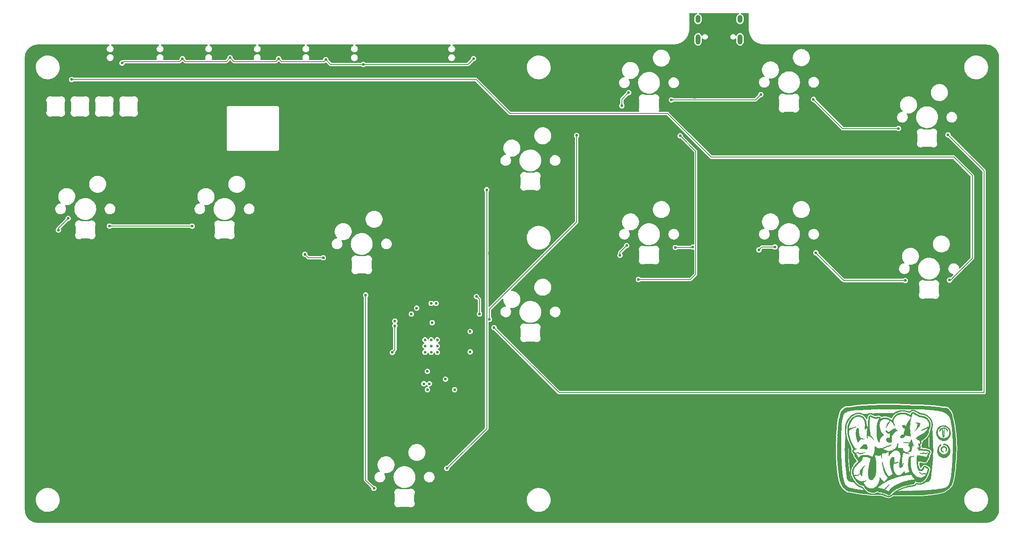
<source format=gtl>
G04 #@! TF.GenerationSoftware,KiCad,Pcbnew,(6.0.0)*
G04 #@! TF.CreationDate,2022-01-07T15:37:39-06:00*
G04 #@! TF.ProjectId,2.0,322e302e-6b69-4636-9164-5f7063625858,2.0*
G04 #@! TF.SameCoordinates,Original*
G04 #@! TF.FileFunction,Copper,L1,Top*
G04 #@! TF.FilePolarity,Positive*
%FSLAX46Y46*%
G04 Gerber Fmt 4.6, Leading zero omitted, Abs format (unit mm)*
G04 Created by KiCad (PCBNEW (6.0.0)) date 2022-01-07 15:37:39*
%MOMM*%
%LPD*%
G01*
G04 APERTURE LIST*
G04 #@! TA.AperFunction,EtchedComponent*
%ADD10C,0.010000*%
G04 #@! TD*
G04 #@! TA.AperFunction,ComponentPad*
%ADD11C,0.600000*%
G04 #@! TD*
G04 #@! TA.AperFunction,ComponentPad*
%ADD12O,1.000000X2.100000*%
G04 #@! TD*
G04 #@! TA.AperFunction,ComponentPad*
%ADD13O,1.000000X1.600000*%
G04 #@! TD*
G04 #@! TA.AperFunction,ViaPad*
%ADD14C,0.600000*%
G04 #@! TD*
G04 #@! TA.AperFunction,Conductor*
%ADD15C,0.200000*%
G04 #@! TD*
G04 #@! TA.AperFunction,Conductor*
%ADD16C,0.150000*%
G04 #@! TD*
G04 APERTURE END LIST*
D10*
G04 #@! TO.C,G\u002A\u002A\u002A*
X227056754Y-119993501D02*
X227035488Y-120033621D01*
X227035488Y-120033621D02*
X227000906Y-120075847D01*
X227000906Y-120075847D02*
X226873087Y-120226215D01*
X226873087Y-120226215D02*
X226781942Y-120347282D01*
X226781942Y-120347282D02*
X226718177Y-120453552D01*
X226718177Y-120453552D02*
X226672497Y-120559532D01*
X226672497Y-120559532D02*
X226652934Y-120618918D01*
X226652934Y-120618918D02*
X226598623Y-120836009D01*
X226598623Y-120836009D02*
X226552253Y-121095964D01*
X226552253Y-121095964D02*
X226516571Y-121378362D01*
X226516571Y-121378362D02*
X226494323Y-121662779D01*
X226494323Y-121662779D02*
X226488315Y-121843062D01*
X226488315Y-121843062D02*
X226485226Y-121985124D01*
X226485226Y-121985124D02*
X226480190Y-122100401D01*
X226480190Y-122100401D02*
X226473933Y-122176221D01*
X226473933Y-122176221D02*
X226467875Y-122200250D01*
X226467875Y-122200250D02*
X226439767Y-122178850D01*
X226439767Y-122178850D02*
X226381294Y-122122687D01*
X226381294Y-122122687D02*
X226304992Y-122043814D01*
X226304992Y-122043814D02*
X226303282Y-122041994D01*
X226303282Y-122041994D02*
X226178170Y-121895544D01*
X226178170Y-121895544D02*
X226097895Y-121762911D01*
X226097895Y-121762911D02*
X226053864Y-121623596D01*
X226053864Y-121623596D02*
X226037485Y-121457101D01*
X226037485Y-121457101D02*
X226036692Y-121406037D01*
X226036692Y-121406037D02*
X226040281Y-121268331D01*
X226040281Y-121268331D02*
X226056882Y-121161702D01*
X226056882Y-121161702D02*
X226093566Y-121055868D01*
X226093566Y-121055868D02*
X226143520Y-120948585D01*
X226143520Y-120948585D02*
X226235246Y-120795952D01*
X226235246Y-120795952D02*
X226368496Y-120620145D01*
X226368496Y-120620145D02*
X226532307Y-120433733D01*
X226532307Y-120433733D02*
X226715717Y-120249284D01*
X226715717Y-120249284D02*
X226885457Y-120097877D01*
X226885457Y-120097877D02*
X226977069Y-120026521D01*
X226977069Y-120026521D02*
X227035724Y-119991431D01*
X227035724Y-119991431D02*
X227056754Y-119993501D01*
X227056754Y-119993501D02*
X227056754Y-119993501D01*
G36*
X227056754Y-119993501D02*
G01*
X227035488Y-120033621D01*
X227000906Y-120075847D01*
X226873087Y-120226215D01*
X226781942Y-120347282D01*
X226718177Y-120453552D01*
X226672497Y-120559532D01*
X226652934Y-120618918D01*
X226598623Y-120836009D01*
X226552253Y-121095964D01*
X226516571Y-121378362D01*
X226494323Y-121662779D01*
X226488315Y-121843062D01*
X226485226Y-121985124D01*
X226480190Y-122100401D01*
X226473933Y-122176221D01*
X226467875Y-122200250D01*
X226439767Y-122178850D01*
X226381294Y-122122687D01*
X226304992Y-122043814D01*
X226303282Y-122041994D01*
X226178170Y-121895544D01*
X226097895Y-121762911D01*
X226053864Y-121623596D01*
X226037485Y-121457101D01*
X226036692Y-121406037D01*
X226040281Y-121268331D01*
X226056882Y-121161702D01*
X226093566Y-121055868D01*
X226143520Y-120948585D01*
X226235246Y-120795952D01*
X226368496Y-120620145D01*
X226532307Y-120433733D01*
X226715717Y-120249284D01*
X226885457Y-120097877D01*
X226977069Y-120026521D01*
X227035724Y-119991431D01*
X227056754Y-119993501D01*
G37*
X227056754Y-119993501D02*
X227035488Y-120033621D01*
X227000906Y-120075847D01*
X226873087Y-120226215D01*
X226781942Y-120347282D01*
X226718177Y-120453552D01*
X226672497Y-120559532D01*
X226652934Y-120618918D01*
X226598623Y-120836009D01*
X226552253Y-121095964D01*
X226516571Y-121378362D01*
X226494323Y-121662779D01*
X226488315Y-121843062D01*
X226485226Y-121985124D01*
X226480190Y-122100401D01*
X226473933Y-122176221D01*
X226467875Y-122200250D01*
X226439767Y-122178850D01*
X226381294Y-122122687D01*
X226304992Y-122043814D01*
X226303282Y-122041994D01*
X226178170Y-121895544D01*
X226097895Y-121762911D01*
X226053864Y-121623596D01*
X226037485Y-121457101D01*
X226036692Y-121406037D01*
X226040281Y-121268331D01*
X226056882Y-121161702D01*
X226093566Y-121055868D01*
X226143520Y-120948585D01*
X226235246Y-120795952D01*
X226368496Y-120620145D01*
X226532307Y-120433733D01*
X226715717Y-120249284D01*
X226885457Y-120097877D01*
X226977069Y-120026521D01*
X227035724Y-119991431D01*
X227056754Y-119993501D01*
X227263223Y-115656985D02*
X227375545Y-115739331D01*
X227375545Y-115739331D02*
X227459830Y-115868120D01*
X227459830Y-115868120D02*
X227512046Y-116036436D01*
X227512046Y-116036436D02*
X227528161Y-116237362D01*
X227528161Y-116237362D02*
X227524795Y-116310625D01*
X227524795Y-116310625D02*
X227512038Y-116463948D01*
X227512038Y-116463948D02*
X227498391Y-116563089D01*
X227498391Y-116563089D02*
X227479034Y-116617245D01*
X227479034Y-116617245D02*
X227449152Y-116635611D01*
X227449152Y-116635611D02*
X227403927Y-116627385D01*
X227403927Y-116627385D02*
X227366358Y-116613080D01*
X227366358Y-116613080D02*
X227246077Y-116576682D01*
X227246077Y-116576682D02*
X227079088Y-116542851D01*
X227079088Y-116542851D02*
X226882183Y-116513857D01*
X226882183Y-116513857D02*
X226672152Y-116491968D01*
X226672152Y-116491968D02*
X226465787Y-116479453D01*
X226465787Y-116479453D02*
X226362163Y-116477393D01*
X226362163Y-116477393D02*
X226190630Y-116474856D01*
X226190630Y-116474856D02*
X226078008Y-116467983D01*
X226078008Y-116467983D02*
X226019825Y-116456314D01*
X226019825Y-116456314D02*
X226010412Y-116441153D01*
X226010412Y-116441153D02*
X226039959Y-116401181D01*
X226039959Y-116401181D02*
X226099215Y-116327999D01*
X226099215Y-116327999D02*
X226176224Y-116236320D01*
X226176224Y-116236320D02*
X226188787Y-116221627D01*
X226188787Y-116221627D02*
X226362540Y-116040721D01*
X226362540Y-116040721D02*
X226549363Y-115884374D01*
X226549363Y-115884374D02*
X226738500Y-115759395D01*
X226738500Y-115759395D02*
X226919190Y-115672591D01*
X226919190Y-115672591D02*
X227080677Y-115630770D01*
X227080677Y-115630770D02*
X227126895Y-115628000D01*
X227126895Y-115628000D02*
X227263223Y-115656985D01*
X227263223Y-115656985D02*
X227263223Y-115656985D01*
G36*
X227263223Y-115656985D02*
G01*
X227375545Y-115739331D01*
X227459830Y-115868120D01*
X227512046Y-116036436D01*
X227528161Y-116237362D01*
X227524795Y-116310625D01*
X227512038Y-116463948D01*
X227498391Y-116563089D01*
X227479034Y-116617245D01*
X227449152Y-116635611D01*
X227403927Y-116627385D01*
X227366358Y-116613080D01*
X227246077Y-116576682D01*
X227079088Y-116542851D01*
X226882183Y-116513857D01*
X226672152Y-116491968D01*
X226465787Y-116479453D01*
X226362163Y-116477393D01*
X226190630Y-116474856D01*
X226078008Y-116467983D01*
X226019825Y-116456314D01*
X226010412Y-116441153D01*
X226039959Y-116401181D01*
X226099215Y-116327999D01*
X226176224Y-116236320D01*
X226188787Y-116221627D01*
X226362540Y-116040721D01*
X226549363Y-115884374D01*
X226738500Y-115759395D01*
X226919190Y-115672591D01*
X227080677Y-115630770D01*
X227126895Y-115628000D01*
X227263223Y-115656985D01*
G37*
X227263223Y-115656985D02*
X227375545Y-115739331D01*
X227459830Y-115868120D01*
X227512046Y-116036436D01*
X227528161Y-116237362D01*
X227524795Y-116310625D01*
X227512038Y-116463948D01*
X227498391Y-116563089D01*
X227479034Y-116617245D01*
X227449152Y-116635611D01*
X227403927Y-116627385D01*
X227366358Y-116613080D01*
X227246077Y-116576682D01*
X227079088Y-116542851D01*
X226882183Y-116513857D01*
X226672152Y-116491968D01*
X226465787Y-116479453D01*
X226362163Y-116477393D01*
X226190630Y-116474856D01*
X226078008Y-116467983D01*
X226019825Y-116456314D01*
X226010412Y-116441153D01*
X226039959Y-116401181D01*
X226099215Y-116327999D01*
X226176224Y-116236320D01*
X226188787Y-116221627D01*
X226362540Y-116040721D01*
X226549363Y-115884374D01*
X226738500Y-115759395D01*
X226919190Y-115672591D01*
X227080677Y-115630770D01*
X227126895Y-115628000D01*
X227263223Y-115656985D01*
X243348912Y-116007110D02*
X243417237Y-116021502D01*
X243417237Y-116021502D02*
X243450205Y-116018221D01*
X243450205Y-116018221D02*
X243450750Y-116016308D01*
X243450750Y-116016308D02*
X243468406Y-116017102D01*
X243468406Y-116017102D02*
X243488850Y-116034399D01*
X243488850Y-116034399D02*
X243550734Y-116068494D01*
X243550734Y-116068494D02*
X243577024Y-116072500D01*
X243577024Y-116072500D02*
X243627418Y-116092473D01*
X243627418Y-116092473D02*
X243696471Y-116143230D01*
X243696471Y-116143230D02*
X243770458Y-116211028D01*
X243770458Y-116211028D02*
X243835654Y-116282124D01*
X243835654Y-116282124D02*
X243878336Y-116342773D01*
X243878336Y-116342773D02*
X243884778Y-116379233D01*
X243884778Y-116379233D02*
X243884089Y-116379993D01*
X243884089Y-116379993D02*
X243889299Y-116412831D01*
X243889299Y-116412831D02*
X243916054Y-116447090D01*
X243916054Y-116447090D02*
X243944293Y-116510126D01*
X243944293Y-116510126D02*
X243950883Y-116601667D01*
X243950883Y-116601667D02*
X243937676Y-116694396D01*
X243937676Y-116694396D02*
X243906522Y-116760998D01*
X243906522Y-116760998D02*
X243894064Y-116771732D01*
X243894064Y-116771732D02*
X243875260Y-116796897D01*
X243875260Y-116796897D02*
X243899594Y-116812275D01*
X243899594Y-116812275D02*
X243923077Y-116827643D01*
X243923077Y-116827643D02*
X243903187Y-116831993D01*
X243903187Y-116831993D02*
X243866898Y-116859738D01*
X243866898Y-116859738D02*
X243863500Y-116877186D01*
X243863500Y-116877186D02*
X243845765Y-116927333D01*
X243845765Y-116927333D02*
X243803376Y-116988520D01*
X243803376Y-116988520D02*
X243752555Y-117042350D01*
X243752555Y-117042350D02*
X243709526Y-117070427D01*
X243709526Y-117070427D02*
X243695046Y-117068212D01*
X243695046Y-117068212D02*
X243674205Y-117004729D01*
X243674205Y-117004729D02*
X243696262Y-116907879D01*
X243696262Y-116907879D02*
X243719617Y-116857003D01*
X243719617Y-116857003D02*
X243747830Y-116772733D01*
X243747830Y-116772733D02*
X243746116Y-116669618D01*
X243746116Y-116669618D02*
X243737917Y-116618903D01*
X243737917Y-116618903D02*
X243734315Y-116596375D01*
X243734315Y-116596375D02*
X243895250Y-116596375D01*
X243895250Y-116596375D02*
X243911125Y-116612250D01*
X243911125Y-116612250D02*
X243927000Y-116596375D01*
X243927000Y-116596375D02*
X243911125Y-116580500D01*
X243911125Y-116580500D02*
X243895250Y-116596375D01*
X243895250Y-116596375D02*
X243734315Y-116596375D01*
X243734315Y-116596375D02*
X243723627Y-116529542D01*
X243723627Y-116529542D02*
X243718721Y-116470550D01*
X243718721Y-116470550D02*
X243720672Y-116458744D01*
X243720672Y-116458744D02*
X243712106Y-116428083D01*
X243712106Y-116428083D02*
X243667837Y-116375236D01*
X243667837Y-116375236D02*
X243603428Y-116315485D01*
X243603428Y-116315485D02*
X243534445Y-116264111D01*
X243534445Y-116264111D02*
X243505543Y-116247540D01*
X243505543Y-116247540D02*
X243400214Y-116219410D01*
X243400214Y-116219410D02*
X243270354Y-116217453D01*
X243270354Y-116217453D02*
X243141934Y-116238994D01*
X243141934Y-116238994D02*
X243040926Y-116281360D01*
X243040926Y-116281360D02*
X243020077Y-116297523D01*
X243020077Y-116297523D02*
X242962496Y-116365360D01*
X242962496Y-116365360D02*
X242902336Y-116456988D01*
X242902336Y-116456988D02*
X242890073Y-116479009D01*
X242890073Y-116479009D02*
X242850450Y-116565841D01*
X242850450Y-116565841D02*
X242843043Y-116637347D01*
X242843043Y-116637347D02*
X242864138Y-116730226D01*
X242864138Y-116730226D02*
X242864518Y-116731516D01*
X242864518Y-116731516D02*
X242886017Y-116818694D01*
X242886017Y-116818694D02*
X242882539Y-116870235D01*
X242882539Y-116870235D02*
X242852081Y-116909700D01*
X242852081Y-116909700D02*
X242849147Y-116912383D01*
X242849147Y-116912383D02*
X242788288Y-116954196D01*
X242788288Y-116954196D02*
X242744743Y-116945647D01*
X242744743Y-116945647D02*
X242710499Y-116881737D01*
X242710499Y-116881737D02*
X242690802Y-116813622D01*
X242690802Y-116813622D02*
X242672202Y-116723375D01*
X242672202Y-116723375D02*
X242720500Y-116723375D01*
X242720500Y-116723375D02*
X242736375Y-116739250D01*
X242736375Y-116739250D02*
X242752250Y-116723375D01*
X242752250Y-116723375D02*
X242736375Y-116707500D01*
X242736375Y-116707500D02*
X242720500Y-116723375D01*
X242720500Y-116723375D02*
X242672202Y-116723375D01*
X242672202Y-116723375D02*
X242670956Y-116717333D01*
X242670956Y-116717333D02*
X242673646Y-116664224D01*
X242673646Y-116664224D02*
X242692929Y-116641417D01*
X242692929Y-116641417D02*
X242714991Y-116610891D01*
X242714991Y-116610891D02*
X242687906Y-116563609D01*
X242687906Y-116563609D02*
X242660155Y-116516781D01*
X242660155Y-116516781D02*
X242682022Y-116482115D01*
X242682022Y-116482115D02*
X242692735Y-116473876D01*
X242692735Y-116473876D02*
X242728808Y-116429116D01*
X242728808Y-116429116D02*
X242730978Y-116405137D01*
X242730978Y-116405137D02*
X242745352Y-116361699D01*
X242745352Y-116361699D02*
X242797797Y-116293234D01*
X242797797Y-116293234D02*
X242841910Y-116247125D01*
X242841910Y-116247125D02*
X242942750Y-116247125D01*
X242942750Y-116247125D02*
X242958625Y-116263000D01*
X242958625Y-116263000D02*
X242974500Y-116247125D01*
X242974500Y-116247125D02*
X242958625Y-116231250D01*
X242958625Y-116231250D02*
X242942750Y-116247125D01*
X242942750Y-116247125D02*
X242841910Y-116247125D01*
X242841910Y-116247125D02*
X242872286Y-116215375D01*
X242872286Y-116215375D02*
X243514250Y-116215375D01*
X243514250Y-116215375D02*
X243530125Y-116231250D01*
X243530125Y-116231250D02*
X243546000Y-116215375D01*
X243546000Y-116215375D02*
X243530125Y-116199500D01*
X243530125Y-116199500D02*
X243514250Y-116215375D01*
X243514250Y-116215375D02*
X242872286Y-116215375D01*
X242872286Y-116215375D02*
X242875213Y-116212316D01*
X242875213Y-116212316D02*
X242906920Y-116183625D01*
X242906920Y-116183625D02*
X243323750Y-116183625D01*
X243323750Y-116183625D02*
X243339625Y-116199500D01*
X243339625Y-116199500D02*
X243355500Y-116183625D01*
X243355500Y-116183625D02*
X243339625Y-116167750D01*
X243339625Y-116167750D02*
X243323750Y-116183625D01*
X243323750Y-116183625D02*
X242906920Y-116183625D01*
X242906920Y-116183625D02*
X242942008Y-116151875D01*
X242942008Y-116151875D02*
X243260250Y-116151875D01*
X243260250Y-116151875D02*
X243276125Y-116167750D01*
X243276125Y-116167750D02*
X243292000Y-116151875D01*
X243292000Y-116151875D02*
X243276125Y-116136000D01*
X243276125Y-116136000D02*
X243260250Y-116151875D01*
X243260250Y-116151875D02*
X242942008Y-116151875D01*
X242942008Y-116151875D02*
X242964501Y-116131522D01*
X242964501Y-116131522D02*
X243052564Y-116063427D01*
X243052564Y-116063427D02*
X243126303Y-116020608D01*
X243126303Y-116020608D02*
X243134971Y-116017264D01*
X243134971Y-116017264D02*
X243276024Y-115994719D01*
X243276024Y-115994719D02*
X243348912Y-116007110D01*
X243348912Y-116007110D02*
X243348912Y-116007110D01*
G36*
X243718721Y-116470550D02*
G01*
X243720672Y-116458744D01*
X243712106Y-116428083D01*
X243667837Y-116375236D01*
X243603428Y-116315485D01*
X243534445Y-116264111D01*
X243505543Y-116247540D01*
X243400214Y-116219410D01*
X243270354Y-116217453D01*
X243141934Y-116238994D01*
X243040926Y-116281360D01*
X243020077Y-116297523D01*
X242962496Y-116365360D01*
X242902336Y-116456988D01*
X242890073Y-116479009D01*
X242850450Y-116565841D01*
X242843043Y-116637347D01*
X242864138Y-116730226D01*
X242864518Y-116731516D01*
X242886017Y-116818694D01*
X242882539Y-116870235D01*
X242852081Y-116909700D01*
X242849147Y-116912383D01*
X242788288Y-116954196D01*
X242744743Y-116945647D01*
X242710499Y-116881737D01*
X242690802Y-116813622D01*
X242672202Y-116723375D01*
X242720500Y-116723375D01*
X242736375Y-116739250D01*
X242752250Y-116723375D01*
X242736375Y-116707500D01*
X242720500Y-116723375D01*
X242672202Y-116723375D01*
X242670956Y-116717333D01*
X242673646Y-116664224D01*
X242692929Y-116641417D01*
X242714991Y-116610891D01*
X242687906Y-116563609D01*
X242660155Y-116516781D01*
X242682022Y-116482115D01*
X242692735Y-116473876D01*
X242728808Y-116429116D01*
X242730978Y-116405137D01*
X242745352Y-116361699D01*
X242797797Y-116293234D01*
X242841910Y-116247125D01*
X242942750Y-116247125D01*
X242958625Y-116263000D01*
X242974500Y-116247125D01*
X242958625Y-116231250D01*
X242942750Y-116247125D01*
X242841910Y-116247125D01*
X242872286Y-116215375D01*
X243514250Y-116215375D01*
X243530125Y-116231250D01*
X243546000Y-116215375D01*
X243530125Y-116199500D01*
X243514250Y-116215375D01*
X242872286Y-116215375D01*
X242875213Y-116212316D01*
X242906920Y-116183625D01*
X243323750Y-116183625D01*
X243339625Y-116199500D01*
X243355500Y-116183625D01*
X243339625Y-116167750D01*
X243323750Y-116183625D01*
X242906920Y-116183625D01*
X242942008Y-116151875D01*
X243260250Y-116151875D01*
X243276125Y-116167750D01*
X243292000Y-116151875D01*
X243276125Y-116136000D01*
X243260250Y-116151875D01*
X242942008Y-116151875D01*
X242964501Y-116131522D01*
X243052564Y-116063427D01*
X243126303Y-116020608D01*
X243134971Y-116017264D01*
X243276024Y-115994719D01*
X243348912Y-116007110D01*
X243417237Y-116021502D01*
X243450205Y-116018221D01*
X243450750Y-116016308D01*
X243468406Y-116017102D01*
X243488850Y-116034399D01*
X243550734Y-116068494D01*
X243577024Y-116072500D01*
X243627418Y-116092473D01*
X243696471Y-116143230D01*
X243770458Y-116211028D01*
X243835654Y-116282124D01*
X243878336Y-116342773D01*
X243884778Y-116379233D01*
X243884089Y-116379993D01*
X243889299Y-116412831D01*
X243916054Y-116447090D01*
X243944293Y-116510126D01*
X243950883Y-116601667D01*
X243937676Y-116694396D01*
X243906522Y-116760998D01*
X243894064Y-116771732D01*
X243875260Y-116796897D01*
X243899594Y-116812275D01*
X243923077Y-116827643D01*
X243903187Y-116831993D01*
X243866898Y-116859738D01*
X243863500Y-116877186D01*
X243845765Y-116927333D01*
X243803376Y-116988520D01*
X243752555Y-117042350D01*
X243709526Y-117070427D01*
X243695046Y-117068212D01*
X243674205Y-117004729D01*
X243696262Y-116907879D01*
X243719617Y-116857003D01*
X243747830Y-116772733D01*
X243746116Y-116669618D01*
X243737917Y-116618903D01*
X243734315Y-116596375D01*
X243895250Y-116596375D01*
X243911125Y-116612250D01*
X243927000Y-116596375D01*
X243911125Y-116580500D01*
X243895250Y-116596375D01*
X243734315Y-116596375D01*
X243723627Y-116529542D01*
X243718721Y-116470550D01*
G37*
X243718721Y-116470550D02*
X243720672Y-116458744D01*
X243712106Y-116428083D01*
X243667837Y-116375236D01*
X243603428Y-116315485D01*
X243534445Y-116264111D01*
X243505543Y-116247540D01*
X243400214Y-116219410D01*
X243270354Y-116217453D01*
X243141934Y-116238994D01*
X243040926Y-116281360D01*
X243020077Y-116297523D01*
X242962496Y-116365360D01*
X242902336Y-116456988D01*
X242890073Y-116479009D01*
X242850450Y-116565841D01*
X242843043Y-116637347D01*
X242864138Y-116730226D01*
X242864518Y-116731516D01*
X242886017Y-116818694D01*
X242882539Y-116870235D01*
X242852081Y-116909700D01*
X242849147Y-116912383D01*
X242788288Y-116954196D01*
X242744743Y-116945647D01*
X242710499Y-116881737D01*
X242690802Y-116813622D01*
X242672202Y-116723375D01*
X242720500Y-116723375D01*
X242736375Y-116739250D01*
X242752250Y-116723375D01*
X242736375Y-116707500D01*
X242720500Y-116723375D01*
X242672202Y-116723375D01*
X242670956Y-116717333D01*
X242673646Y-116664224D01*
X242692929Y-116641417D01*
X242714991Y-116610891D01*
X242687906Y-116563609D01*
X242660155Y-116516781D01*
X242682022Y-116482115D01*
X242692735Y-116473876D01*
X242728808Y-116429116D01*
X242730978Y-116405137D01*
X242745352Y-116361699D01*
X242797797Y-116293234D01*
X242841910Y-116247125D01*
X242942750Y-116247125D01*
X242958625Y-116263000D01*
X242974500Y-116247125D01*
X242958625Y-116231250D01*
X242942750Y-116247125D01*
X242841910Y-116247125D01*
X242872286Y-116215375D01*
X243514250Y-116215375D01*
X243530125Y-116231250D01*
X243546000Y-116215375D01*
X243530125Y-116199500D01*
X243514250Y-116215375D01*
X242872286Y-116215375D01*
X242875213Y-116212316D01*
X242906920Y-116183625D01*
X243323750Y-116183625D01*
X243339625Y-116199500D01*
X243355500Y-116183625D01*
X243339625Y-116167750D01*
X243323750Y-116183625D01*
X242906920Y-116183625D01*
X242942008Y-116151875D01*
X243260250Y-116151875D01*
X243276125Y-116167750D01*
X243292000Y-116151875D01*
X243276125Y-116136000D01*
X243260250Y-116151875D01*
X242942008Y-116151875D01*
X242964501Y-116131522D01*
X243052564Y-116063427D01*
X243126303Y-116020608D01*
X243134971Y-116017264D01*
X243276024Y-115994719D01*
X243348912Y-116007110D01*
X243417237Y-116021502D01*
X243450205Y-116018221D01*
X243450750Y-116016308D01*
X243468406Y-116017102D01*
X243488850Y-116034399D01*
X243550734Y-116068494D01*
X243577024Y-116072500D01*
X243627418Y-116092473D01*
X243696471Y-116143230D01*
X243770458Y-116211028D01*
X243835654Y-116282124D01*
X243878336Y-116342773D01*
X243884778Y-116379233D01*
X243884089Y-116379993D01*
X243889299Y-116412831D01*
X243916054Y-116447090D01*
X243944293Y-116510126D01*
X243950883Y-116601667D01*
X243937676Y-116694396D01*
X243906522Y-116760998D01*
X243894064Y-116771732D01*
X243875260Y-116796897D01*
X243899594Y-116812275D01*
X243923077Y-116827643D01*
X243903187Y-116831993D01*
X243866898Y-116859738D01*
X243863500Y-116877186D01*
X243845765Y-116927333D01*
X243803376Y-116988520D01*
X243752555Y-117042350D01*
X243709526Y-117070427D01*
X243695046Y-117068212D01*
X243674205Y-117004729D01*
X243696262Y-116907879D01*
X243719617Y-116857003D01*
X243747830Y-116772733D01*
X243746116Y-116669618D01*
X243737917Y-116618903D01*
X243734315Y-116596375D01*
X243895250Y-116596375D01*
X243911125Y-116612250D01*
X243927000Y-116596375D01*
X243911125Y-116580500D01*
X243895250Y-116596375D01*
X243734315Y-116596375D01*
X243723627Y-116529542D01*
X243718721Y-116470550D01*
X232703375Y-107518448D02*
X233009366Y-107520768D01*
X233009366Y-107520768D02*
X233330792Y-107526024D01*
X233330792Y-107526024D02*
X233657619Y-107533837D01*
X233657619Y-107533837D02*
X233979814Y-107543828D01*
X233979814Y-107543828D02*
X234287345Y-107555618D01*
X234287345Y-107555618D02*
X234570180Y-107568826D01*
X234570180Y-107568826D02*
X234818285Y-107583073D01*
X234818285Y-107583073D02*
X235021629Y-107597980D01*
X235021629Y-107597980D02*
X235154035Y-107611156D01*
X235154035Y-107611156D02*
X235208104Y-107614560D01*
X235208104Y-107614560D02*
X235316718Y-107618862D01*
X235316718Y-107618862D02*
X235470932Y-107623799D01*
X235470932Y-107623799D02*
X235661800Y-107629109D01*
X235661800Y-107629109D02*
X235880379Y-107634530D01*
X235880379Y-107634530D02*
X236117723Y-107639799D01*
X236117723Y-107639799D02*
X236164125Y-107640760D01*
X236164125Y-107640760D02*
X236700857Y-107652103D01*
X236700857Y-107652103D02*
X237179765Y-107663028D01*
X237179765Y-107663028D02*
X237606520Y-107673724D01*
X237606520Y-107673724D02*
X237986794Y-107684384D01*
X237986794Y-107684384D02*
X238326261Y-107695196D01*
X238326261Y-107695196D02*
X238630592Y-107706352D01*
X238630592Y-107706352D02*
X238905459Y-107718042D01*
X238905459Y-107718042D02*
X239156534Y-107730458D01*
X239156534Y-107730458D02*
X239389490Y-107743788D01*
X239389490Y-107743788D02*
X239561375Y-107754883D01*
X239561375Y-107754883D02*
X239761671Y-107768119D01*
X239761671Y-107768119D02*
X239976048Y-107781721D01*
X239976048Y-107781721D02*
X240178467Y-107794066D01*
X240178467Y-107794066D02*
X240339250Y-107803334D01*
X240339250Y-107803334D02*
X240547056Y-107814848D01*
X240547056Y-107814848D02*
X240722366Y-107825015D01*
X240722366Y-107825015D02*
X240875607Y-107834783D01*
X240875607Y-107834783D02*
X241017205Y-107845098D01*
X241017205Y-107845098D02*
X241157587Y-107856907D01*
X241157587Y-107856907D02*
X241307180Y-107871155D01*
X241307180Y-107871155D02*
X241476411Y-107888790D01*
X241476411Y-107888790D02*
X241675705Y-107910758D01*
X241675705Y-107910758D02*
X241915490Y-107938006D01*
X241915490Y-107938006D02*
X242206192Y-107971480D01*
X242206192Y-107971480D02*
X242260125Y-107977707D01*
X242260125Y-107977707D02*
X242502544Y-108012031D01*
X242502544Y-108012031D02*
X242731783Y-108056138D01*
X242731783Y-108056138D02*
X242873867Y-108091356D01*
X242873867Y-108091356D02*
X242920976Y-108097393D01*
X242920976Y-108097393D02*
X243017149Y-108104862D01*
X243017149Y-108104862D02*
X243147996Y-108112778D01*
X243147996Y-108112778D02*
X243286617Y-108119607D01*
X243286617Y-108119607D02*
X243449485Y-108127638D01*
X243449485Y-108127638D02*
X243603466Y-108136686D01*
X243603466Y-108136686D02*
X243729081Y-108145527D01*
X243729081Y-108145527D02*
X243796146Y-108151637D01*
X243796146Y-108151637D02*
X243891314Y-108172155D01*
X243891314Y-108172155D02*
X243995319Y-108209043D01*
X243995319Y-108209043D02*
X244090199Y-108253916D01*
X244090199Y-108253916D02*
X244157991Y-108298385D01*
X244157991Y-108298385D02*
X244181000Y-108331346D01*
X244181000Y-108331346D02*
X244206757Y-108354432D01*
X244206757Y-108354432D02*
X244228020Y-108357249D01*
X244228020Y-108357249D02*
X244270125Y-108384342D01*
X244270125Y-108384342D02*
X244294962Y-108436624D01*
X244294962Y-108436624D02*
X244319003Y-108496047D01*
X244319003Y-108496047D02*
X244341823Y-108515999D01*
X244341823Y-108515999D02*
X244380898Y-108541134D01*
X244380898Y-108541134D02*
X244444029Y-108608481D01*
X244444029Y-108608481D02*
X244522344Y-108705957D01*
X244522344Y-108705957D02*
X244606972Y-108821478D01*
X244606972Y-108821478D02*
X244689042Y-108942962D01*
X244689042Y-108942962D02*
X244759682Y-109058325D01*
X244759682Y-109058325D02*
X244808014Y-109151000D01*
X244808014Y-109151000D02*
X244864624Y-109290379D01*
X244864624Y-109290379D02*
X244922227Y-109456330D01*
X244922227Y-109456330D02*
X244975437Y-109630469D01*
X244975437Y-109630469D02*
X245018870Y-109794418D01*
X245018870Y-109794418D02*
X245047139Y-109929795D01*
X245047139Y-109929795D02*
X245054803Y-109993250D01*
X245054803Y-109993250D02*
X245072035Y-110089990D01*
X245072035Y-110089990D02*
X245098898Y-110161671D01*
X245098898Y-110161671D02*
X245125738Y-110247270D01*
X245125738Y-110247270D02*
X245127994Y-110307194D01*
X245127994Y-110307194D02*
X245133949Y-110384151D01*
X245133949Y-110384151D02*
X245151890Y-110424523D01*
X245151890Y-110424523D02*
X245208268Y-110529177D01*
X245208268Y-110529177D02*
X245252156Y-110664673D01*
X245252156Y-110664673D02*
X245274241Y-110798435D01*
X245274241Y-110798435D02*
X245274332Y-110852842D01*
X245274332Y-110852842D02*
X245276269Y-110942721D01*
X245276269Y-110942721D02*
X245293444Y-111008268D01*
X245293444Y-111008268D02*
X245298456Y-111015852D01*
X245298456Y-111015852D02*
X245316411Y-111071906D01*
X245316411Y-111071906D02*
X245318007Y-111158961D01*
X245318007Y-111158961D02*
X245315733Y-111179968D01*
X245315733Y-111179968D02*
X245316096Y-111292414D01*
X245316096Y-111292414D02*
X245342765Y-111346908D01*
X245342765Y-111346908D02*
X245369608Y-111396256D01*
X245369608Y-111396256D02*
X245397729Y-111480984D01*
X245397729Y-111480984D02*
X245422217Y-111579819D01*
X245422217Y-111579819D02*
X245438160Y-111671487D01*
X245438160Y-111671487D02*
X245440646Y-111734714D01*
X245440646Y-111734714D02*
X245435553Y-111748780D01*
X245435553Y-111748780D02*
X245438831Y-111782660D01*
X245438831Y-111782660D02*
X245453898Y-111805617D01*
X245453898Y-111805617D02*
X245472189Y-111862604D01*
X245472189Y-111862604D02*
X245460794Y-111927949D01*
X245460794Y-111927949D02*
X245427371Y-111972225D01*
X245427371Y-111972225D02*
X245409172Y-111977455D01*
X245409172Y-111977455D02*
X245404465Y-111994591D01*
X245404465Y-111994591D02*
X245441998Y-112035699D01*
X245441998Y-112035699D02*
X245451000Y-112043301D01*
X245451000Y-112043301D02*
X245496978Y-112092430D01*
X245496978Y-112092430D02*
X245497276Y-112121995D01*
X245497276Y-112121995D02*
X245494836Y-112123233D01*
X245494836Y-112123233D02*
X245477500Y-112154238D01*
X245477500Y-112154238D02*
X245490740Y-112226899D01*
X245490740Y-112226899D02*
X245503116Y-112265210D01*
X245503116Y-112265210D02*
X245528686Y-112363361D01*
X245528686Y-112363361D02*
X245522601Y-112432922D01*
X245522601Y-112432922D02*
X245510289Y-112460867D01*
X245510289Y-112460867D02*
X245489569Y-112517263D01*
X245489569Y-112517263D02*
X245510144Y-112541506D01*
X245510144Y-112541506D02*
X245535346Y-112566957D01*
X245535346Y-112566957D02*
X245532840Y-112576010D01*
X245532840Y-112576010D02*
X245534018Y-112615254D01*
X245534018Y-112615254D02*
X245549632Y-112698948D01*
X245549632Y-112698948D02*
X245576478Y-112810539D01*
X245576478Y-112810539D02*
X245583044Y-112835236D01*
X245583044Y-112835236D02*
X245622911Y-113023413D01*
X245622911Y-113023413D02*
X245632054Y-113174288D01*
X245632054Y-113174288D02*
X245629198Y-113205681D01*
X245629198Y-113205681D02*
X245624822Y-113292243D01*
X245624822Y-113292243D02*
X245635212Y-113349506D01*
X245635212Y-113349506D02*
X245642296Y-113358367D01*
X245642296Y-113358367D02*
X245663221Y-113400224D01*
X245663221Y-113400224D02*
X245673127Y-113476957D01*
X245673127Y-113476957D02*
X245673250Y-113486748D01*
X245673250Y-113486748D02*
X245663222Y-113566969D01*
X245663222Y-113566969D02*
X245630393Y-113595592D01*
X245630393Y-113595592D02*
X245623751Y-113596000D01*
X245623751Y-113596000D02*
X245590032Y-113610181D01*
X245590032Y-113610181D02*
X245592199Y-113625038D01*
X245592199Y-113625038D02*
X245585551Y-113660714D01*
X245585551Y-113660714D02*
X245570260Y-113670526D01*
X245570260Y-113670526D02*
X245561469Y-113689830D01*
X245561469Y-113689830D02*
X245600760Y-113708416D01*
X245600760Y-113708416D02*
X245651387Y-113733552D01*
X245651387Y-113733552D02*
X245682623Y-113780677D01*
X245682623Y-113780677D02*
X245700309Y-113864262D01*
X245700309Y-113864262D02*
X245709171Y-113977000D01*
X245709171Y-113977000D02*
X245707365Y-114073826D01*
X245707365Y-114073826D02*
X245687981Y-114111657D01*
X245687981Y-114111657D02*
X245679171Y-114111937D01*
X245679171Y-114111937D02*
X245644211Y-114124524D01*
X245644211Y-114124524D02*
X245641500Y-114135750D01*
X245641500Y-114135750D02*
X245665907Y-114166279D01*
X245665907Y-114166279D02*
X245675123Y-114167500D01*
X245675123Y-114167500D02*
X245694911Y-114186555D01*
X245694911Y-114186555D02*
X245690800Y-114196538D01*
X245690800Y-114196538D02*
X245696708Y-114231157D01*
X245696708Y-114231157D02*
X245708269Y-114237381D01*
X245708269Y-114237381D02*
X245722083Y-114248594D01*
X245722083Y-114248594D02*
X245733584Y-114276482D01*
X245733584Y-114276482D02*
X245743275Y-114327558D01*
X245743275Y-114327558D02*
X245751660Y-114408333D01*
X245751660Y-114408333D02*
X245759242Y-114525320D01*
X245759242Y-114525320D02*
X245766526Y-114685032D01*
X245766526Y-114685032D02*
X245774013Y-114893980D01*
X245774013Y-114893980D02*
X245782208Y-115158677D01*
X245782208Y-115158677D02*
X245783871Y-115215250D01*
X245783871Y-115215250D02*
X245790306Y-115417388D01*
X245790306Y-115417388D02*
X245797318Y-115606913D01*
X245797318Y-115606913D02*
X245804363Y-115771114D01*
X245804363Y-115771114D02*
X245810895Y-115897284D01*
X245810895Y-115897284D02*
X245816368Y-115972715D01*
X245816368Y-115972715D02*
X245816380Y-115972828D01*
X245816380Y-115972828D02*
X245823286Y-116058368D01*
X245823286Y-116058368D02*
X245813418Y-116096417D01*
X245813418Y-116096417D02*
X245776692Y-116102634D01*
X245776692Y-116102634D02*
X245736153Y-116097389D01*
X245736153Y-116097389D02*
X245662098Y-116094640D01*
X245662098Y-116094640D02*
X245644752Y-116109836D01*
X245644752Y-116109836D02*
X245683792Y-116133002D01*
X245683792Y-116133002D02*
X245737775Y-116147317D01*
X245737775Y-116147317D02*
X245834050Y-116166572D01*
X245834050Y-116166572D02*
X245819743Y-116714848D01*
X245819743Y-116714848D02*
X245814934Y-116894134D01*
X245814934Y-116894134D02*
X245810509Y-117049766D01*
X245810509Y-117049766D02*
X245806786Y-117171324D01*
X245806786Y-117171324D02*
X245804081Y-117248384D01*
X245804081Y-117248384D02*
X245802843Y-117271062D01*
X245802843Y-117271062D02*
X245774296Y-117278148D01*
X245774296Y-117278148D02*
X245752625Y-117279000D01*
X245752625Y-117279000D02*
X245709984Y-117297185D01*
X245709984Y-117297185D02*
X245714801Y-117332364D01*
X245714801Y-117332364D02*
X245743473Y-117350032D01*
X245743473Y-117350032D02*
X245759552Y-117386032D01*
X245759552Y-117386032D02*
X245771499Y-117475001D01*
X245771499Y-117475001D02*
X245779333Y-117606542D01*
X245779333Y-117606542D02*
X245783073Y-117770261D01*
X245783073Y-117770261D02*
X245782737Y-117955763D01*
X245782737Y-117955763D02*
X245778345Y-118152650D01*
X245778345Y-118152650D02*
X245769915Y-118350528D01*
X245769915Y-118350528D02*
X245757467Y-118539002D01*
X245757467Y-118539002D02*
X245741018Y-118707675D01*
X245741018Y-118707675D02*
X245741010Y-118707750D01*
X245741010Y-118707750D02*
X245723019Y-118864145D01*
X245723019Y-118864145D02*
X245707634Y-119007020D01*
X245707634Y-119007020D02*
X245696677Y-119118879D01*
X245696677Y-119118879D02*
X245692254Y-119175605D01*
X245692254Y-119175605D02*
X245677865Y-119258564D01*
X245677865Y-119258564D02*
X245650782Y-119314416D01*
X245650782Y-119314416D02*
X245650582Y-119314617D01*
X245650582Y-119314617D02*
X245630669Y-119360890D01*
X245630669Y-119360890D02*
X245651713Y-119412258D01*
X245651713Y-119412258D02*
X245671527Y-119467758D01*
X245671527Y-119467758D02*
X245639730Y-119510223D01*
X245639730Y-119510223D02*
X245634667Y-119514063D01*
X245634667Y-119514063D02*
X245600753Y-119559320D01*
X245600753Y-119559320D02*
X245610333Y-119584633D01*
X245610333Y-119584633D02*
X245626267Y-119610568D01*
X245626267Y-119610568D02*
X245636341Y-119655726D01*
X245636341Y-119655726D02*
X245640445Y-119727622D01*
X245640445Y-119727622D02*
X245638469Y-119833768D01*
X245638469Y-119833768D02*
X245630305Y-119981676D01*
X245630305Y-119981676D02*
X245615840Y-120178861D01*
X245615840Y-120178861D02*
X245598537Y-120390500D01*
X245598537Y-120390500D02*
X245588917Y-120506210D01*
X245588917Y-120506210D02*
X245576526Y-120656938D01*
X245576526Y-120656938D02*
X245563686Y-120814407D01*
X245563686Y-120814407D02*
X245560730Y-120850875D01*
X245560730Y-120850875D02*
X245547242Y-120982370D01*
X245547242Y-120982370D02*
X245530821Y-121091304D01*
X245530821Y-121091304D02*
X245514217Y-121160920D01*
X245514217Y-121160920D02*
X245507609Y-121174718D01*
X245507609Y-121174718D02*
X245492273Y-121222589D01*
X245492273Y-121222589D02*
X245477980Y-121316216D01*
X245477980Y-121316216D02*
X245467227Y-121437870D01*
X245467227Y-121437870D02*
X245465104Y-121476343D01*
X245465104Y-121476343D02*
X245456289Y-121618691D01*
X245456289Y-121618691D02*
X245444450Y-121753602D01*
X245444450Y-121753602D02*
X245431918Y-121855185D01*
X245431918Y-121855185D02*
X245429958Y-121866875D01*
X245429958Y-121866875D02*
X245417222Y-121953604D01*
X245417222Y-121953604D02*
X245413436Y-122012837D01*
X245413436Y-122012837D02*
X245414402Y-122021029D01*
X245414402Y-122021029D02*
X245403048Y-122066810D01*
X245403048Y-122066810D02*
X245390099Y-122085992D01*
X245390099Y-122085992D02*
X245363959Y-122148449D01*
X245363959Y-122148449D02*
X245360218Y-122185838D01*
X245360218Y-122185838D02*
X245354412Y-122304581D01*
X245354412Y-122304581D02*
X245335518Y-122442145D01*
X245335518Y-122442145D02*
X245308506Y-122568002D01*
X245308506Y-122568002D02*
X245287531Y-122632536D01*
X245287531Y-122632536D02*
X245256221Y-122726742D01*
X245256221Y-122726742D02*
X245240392Y-122803057D01*
X245240392Y-122803057D02*
X245221289Y-122867391D01*
X245221289Y-122867391D02*
X245197000Y-122893458D01*
X245197000Y-122893458D02*
X245179853Y-122918136D01*
X245179853Y-122918136D02*
X245198036Y-122947624D01*
X245198036Y-122947624D02*
X245215486Y-122997449D01*
X245215486Y-122997449D02*
X245195275Y-123073571D01*
X245195275Y-123073571D02*
X245185801Y-123095349D01*
X245185801Y-123095349D02*
X245149208Y-123198092D01*
X245149208Y-123198092D02*
X245120467Y-123315906D01*
X245120467Y-123315906D02*
X245117042Y-123335941D01*
X245117042Y-123335941D02*
X245093792Y-123431129D01*
X245093792Y-123431129D02*
X245061511Y-123503181D01*
X245061511Y-123503181D02*
X245051227Y-123516236D01*
X245051227Y-123516236D02*
X245012955Y-123584470D01*
X245012955Y-123584470D02*
X245006500Y-123622854D01*
X245006500Y-123622854D02*
X244994118Y-123690771D01*
X244994118Y-123690771D02*
X244963346Y-123782691D01*
X244963346Y-123782691D02*
X244952976Y-123807685D01*
X244952976Y-123807685D02*
X244921207Y-123890085D01*
X244921207Y-123890085D02*
X244906303Y-123947917D01*
X244906303Y-123947917D02*
X244906445Y-123957719D01*
X244906445Y-123957719D02*
X244894705Y-124014757D01*
X244894705Y-124014757D02*
X244847389Y-124098801D01*
X244847389Y-124098801D02*
X244776041Y-124194290D01*
X244776041Y-124194290D02*
X244692205Y-124285664D01*
X244692205Y-124285664D02*
X244612760Y-124353588D01*
X244612760Y-124353588D02*
X244532697Y-124418327D01*
X244532697Y-124418327D02*
X244479662Y-124475090D01*
X244479662Y-124475090D02*
X244466750Y-124502374D01*
X244466750Y-124502374D02*
X244442745Y-124537893D01*
X244442745Y-124537893D02*
X244378660Y-124600362D01*
X244378660Y-124600362D02*
X244286385Y-124680247D01*
X244286385Y-124680247D02*
X244177811Y-124768013D01*
X244177811Y-124768013D02*
X244064829Y-124854125D01*
X244064829Y-124854125D02*
X243959330Y-124929048D01*
X243959330Y-124929048D02*
X243873207Y-124983249D01*
X243873207Y-124983249D02*
X243854636Y-124993185D01*
X243854636Y-124993185D02*
X243786317Y-125035140D01*
X243786317Y-125035140D02*
X243689484Y-125103679D01*
X243689484Y-125103679D02*
X243584234Y-125184531D01*
X243584234Y-125184531D02*
X243576663Y-125190610D01*
X243576663Y-125190610D02*
X243482061Y-125263691D01*
X243482061Y-125263691D02*
X243404628Y-125317752D01*
X243404628Y-125317752D02*
X243358808Y-125342832D01*
X243358808Y-125342832D02*
X243354994Y-125343500D01*
X243354994Y-125343500D02*
X243309367Y-125356134D01*
X243309367Y-125356134D02*
X243229613Y-125388223D01*
X243229613Y-125388223D02*
X243182875Y-125409393D01*
X243182875Y-125409393D02*
X243088184Y-125446663D01*
X243088184Y-125446663D02*
X243009081Y-125465512D01*
X243009081Y-125465512D02*
X242984784Y-125465748D01*
X242984784Y-125465748D02*
X242910134Y-125472357D01*
X242910134Y-125472357D02*
X242880853Y-125485018D01*
X242880853Y-125485018D02*
X242810304Y-125512748D01*
X242810304Y-125512748D02*
X242769728Y-125520372D01*
X242769728Y-125520372D02*
X242670986Y-125533330D01*
X242670986Y-125533330D02*
X242546103Y-125553898D01*
X242546103Y-125553898D02*
X242411780Y-125578781D01*
X242411780Y-125578781D02*
X242284716Y-125604685D01*
X242284716Y-125604685D02*
X242181612Y-125628313D01*
X242181612Y-125628313D02*
X242119167Y-125646372D01*
X242119167Y-125646372D02*
X242110483Y-125650447D01*
X242110483Y-125650447D02*
X242055266Y-125671885D01*
X242055266Y-125671885D02*
X241965844Y-125693250D01*
X241965844Y-125693250D02*
X241861246Y-125711683D01*
X241861246Y-125711683D02*
X241760504Y-125724326D01*
X241760504Y-125724326D02*
X241682648Y-125728322D01*
X241682648Y-125728322D02*
X241646709Y-125720813D01*
X241646709Y-125720813D02*
X241646376Y-125720143D01*
X241646376Y-125720143D02*
X241614696Y-125711874D01*
X241614696Y-125711874D02*
X241572457Y-125727198D01*
X241572457Y-125727198D02*
X241500892Y-125746840D01*
X241500892Y-125746840D02*
X241459869Y-125742272D01*
X241459869Y-125742272D02*
X241395081Y-125744102D01*
X241395081Y-125744102D02*
X241367505Y-125759254D01*
X241367505Y-125759254D02*
X241305508Y-125781072D01*
X241305508Y-125781072D02*
X241276279Y-125776673D01*
X241276279Y-125776673D02*
X241234962Y-125772037D01*
X241234962Y-125772037D02*
X241228250Y-125781058D01*
X241228250Y-125781058D02*
X241201235Y-125799939D01*
X241201235Y-125799939D02*
X241156812Y-125806639D01*
X241156812Y-125806639D02*
X241055106Y-125815489D01*
X241055106Y-125815489D02*
X240925273Y-125832913D01*
X240925273Y-125832913D02*
X240801252Y-125854084D01*
X240801252Y-125854084D02*
X240755897Y-125863660D01*
X240755897Y-125863660D02*
X240672952Y-125865470D01*
X240672952Y-125865470D02*
X240623521Y-125850708D01*
X240623521Y-125850708D02*
X240569860Y-125838006D01*
X240569860Y-125838006D02*
X240555139Y-125854706D01*
X240555139Y-125854706D02*
X240520822Y-125877971D01*
X240520822Y-125877971D02*
X240449067Y-125895816D01*
X240449067Y-125895816D02*
X240361323Y-125906340D01*
X240361323Y-125906340D02*
X240279039Y-125907645D01*
X240279039Y-125907645D02*
X240223664Y-125897832D01*
X240223664Y-125897832D02*
X240212250Y-125885067D01*
X240212250Y-125885067D02*
X240188837Y-125870097D01*
X240188837Y-125870097D02*
X240124937Y-125894693D01*
X240124937Y-125894693D02*
X240044635Y-125925288D01*
X240044635Y-125925288D02*
X239949575Y-125947191D01*
X239949575Y-125947191D02*
X239858959Y-125958039D01*
X239858959Y-125958039D02*
X239791987Y-125955464D01*
X239791987Y-125955464D02*
X239767750Y-125938697D01*
X239767750Y-125938697D02*
X239750575Y-125925149D01*
X239750575Y-125925149D02*
X239728062Y-125939477D01*
X239728062Y-125939477D02*
X239679112Y-125955817D01*
X239679112Y-125955817D02*
X239576458Y-125973589D01*
X239576458Y-125973589D02*
X239429849Y-125991868D01*
X239429849Y-125991868D02*
X239249038Y-126009728D01*
X239249038Y-126009728D02*
X239043774Y-126026243D01*
X239043774Y-126026243D02*
X238823810Y-126040489D01*
X238823810Y-126040489D02*
X238598897Y-126051540D01*
X238598897Y-126051540D02*
X238513625Y-126054727D01*
X238513625Y-126054727D02*
X238359776Y-126061593D01*
X238359776Y-126061593D02*
X238225658Y-126070642D01*
X238225658Y-126070642D02*
X238126056Y-126080675D01*
X238126056Y-126080675D02*
X238076658Y-126090115D01*
X238076658Y-126090115D02*
X238006609Y-126090682D01*
X238006609Y-126090682D02*
X237973470Y-126073414D01*
X237973470Y-126073414D02*
X237935664Y-126050175D01*
X237935664Y-126050175D02*
X237926250Y-126073964D01*
X237926250Y-126073964D02*
X237910345Y-126093982D01*
X237910345Y-126093982D02*
X237855957Y-126101111D01*
X237855957Y-126101111D02*
X237753073Y-126096086D01*
X237753073Y-126096086D02*
X237696062Y-126090834D01*
X237696062Y-126090834D02*
X237571218Y-126082295D01*
X237571218Y-126082295D02*
X237405283Y-126076310D01*
X237405283Y-126076310D02*
X237220639Y-126073460D01*
X237220639Y-126073460D02*
X237053125Y-126074112D01*
X237053125Y-126074112D02*
X236895279Y-126075949D01*
X236895279Y-126075949D02*
X236691290Y-126077518D01*
X236691290Y-126077518D02*
X236448365Y-126078821D01*
X236448365Y-126078821D02*
X236173715Y-126079862D01*
X236173715Y-126079862D02*
X235874548Y-126080643D01*
X235874548Y-126080643D02*
X235558073Y-126081167D01*
X235558073Y-126081167D02*
X235231502Y-126081438D01*
X235231502Y-126081438D02*
X234902041Y-126081457D01*
X234902041Y-126081457D02*
X234576902Y-126081229D01*
X234576902Y-126081229D02*
X234263293Y-126080755D01*
X234263293Y-126080755D02*
X233968424Y-126080039D01*
X233968424Y-126080039D02*
X233699503Y-126079083D01*
X233699503Y-126079083D02*
X233463742Y-126077891D01*
X233463742Y-126077891D02*
X233268347Y-126076465D01*
X233268347Y-126076465D02*
X233120531Y-126074808D01*
X233120531Y-126074808D02*
X233027500Y-126072924D01*
X233027500Y-126072924D02*
X233015670Y-126072502D01*
X233015670Y-126072502D02*
X232756465Y-126061934D01*
X232756465Y-126061934D02*
X232641943Y-126176456D01*
X232641943Y-126176456D02*
X232455186Y-126319861D01*
X232455186Y-126319861D02*
X232238031Y-126412238D01*
X232238031Y-126412238D02*
X232000212Y-126451767D01*
X232000212Y-126451767D02*
X231751466Y-126436631D01*
X231751466Y-126436631D02*
X231544500Y-126381544D01*
X231544500Y-126381544D02*
X231403434Y-126327751D01*
X231403434Y-126327751D02*
X231242627Y-126262766D01*
X231242627Y-126262766D02*
X231115875Y-126208880D01*
X231115875Y-126208880D02*
X230934022Y-126132666D01*
X230934022Y-126132666D02*
X230779212Y-126078697D01*
X230779212Y-126078697D02*
X230632021Y-126042984D01*
X230632021Y-126042984D02*
X230473028Y-126021538D01*
X230473028Y-126021538D02*
X230282811Y-126010368D01*
X230282811Y-126010368D02*
X230131625Y-126006703D01*
X230131625Y-126006703D02*
X229992826Y-126001505D01*
X229992826Y-126001505D02*
X229876153Y-125991724D01*
X229876153Y-125991724D02*
X229797378Y-125978971D01*
X229797378Y-125978971D02*
X229774437Y-125970237D01*
X229774437Y-125970237D02*
X229739708Y-125956889D01*
X229739708Y-125956889D02*
X229734750Y-125972415D01*
X229734750Y-125972415D02*
X229705983Y-125986790D01*
X229705983Y-125986790D02*
X229631161Y-125995898D01*
X229631161Y-125995898D02*
X229527498Y-125999860D01*
X229527498Y-125999860D02*
X229412208Y-125998797D01*
X229412208Y-125998797D02*
X229302508Y-125992830D01*
X229302508Y-125992830D02*
X229215612Y-125982080D01*
X229215612Y-125982080D02*
X229171187Y-125968452D01*
X229171187Y-125968452D02*
X229114495Y-125958039D01*
X229114495Y-125958039D02*
X229096303Y-125964755D01*
X229096303Y-125964755D02*
X229039627Y-125977909D01*
X229039627Y-125977909D02*
X228932747Y-125984160D01*
X228932747Y-125984160D02*
X228788492Y-125984305D01*
X228788492Y-125984305D02*
X228619688Y-125979141D01*
X228619688Y-125979141D02*
X228439162Y-125969464D01*
X228439162Y-125969464D02*
X228259744Y-125956072D01*
X228259744Y-125956072D02*
X228094260Y-125939760D01*
X228094260Y-125939760D02*
X227955538Y-125921327D01*
X227955538Y-125921327D02*
X227856406Y-125901569D01*
X227856406Y-125901569D02*
X227813875Y-125885094D01*
X227813875Y-125885094D02*
X227762241Y-125871115D01*
X227762241Y-125871115D02*
X227681353Y-125868882D01*
X227681353Y-125868882D02*
X227678449Y-125869063D01*
X227678449Y-125869063D02*
X227583931Y-125857294D01*
X227583931Y-125857294D02*
X227544477Y-125823996D01*
X227544477Y-125823996D02*
X227519804Y-125795940D01*
X227519804Y-125795940D02*
X227513215Y-125805605D01*
X227513215Y-125805605D02*
X227484497Y-125830705D01*
X227484497Y-125830705D02*
X227413760Y-125843805D01*
X227413760Y-125843805D02*
X227321453Y-125844297D01*
X227321453Y-125844297D02*
X227228025Y-125831573D01*
X227228025Y-125831573D02*
X227175655Y-125815630D01*
X227175655Y-125815630D02*
X227101223Y-125791184D01*
X227101223Y-125791184D02*
X227051875Y-125785697D01*
X227051875Y-125785697D02*
X226995330Y-125790548D01*
X226995330Y-125790548D02*
X226900106Y-125790960D01*
X226900106Y-125790960D02*
X226790825Y-125787506D01*
X226790825Y-125787506D02*
X226692108Y-125780763D01*
X226692108Y-125780763D02*
X226655000Y-125776425D01*
X226655000Y-125776425D02*
X226585346Y-125765981D01*
X226585346Y-125765981D02*
X226475333Y-125749161D01*
X226475333Y-125749161D02*
X226347338Y-125729390D01*
X226347338Y-125729390D02*
X226332180Y-125727035D01*
X226332180Y-125727035D02*
X226204606Y-125708178D01*
X226204606Y-125708178D02*
X226093327Y-125693444D01*
X226093327Y-125693444D02*
X226020145Y-125685695D01*
X226020145Y-125685695D02*
X226014680Y-125685356D01*
X226014680Y-125685356D02*
X225938418Y-125669759D01*
X225938418Y-125669759D02*
X225900483Y-125651118D01*
X225900483Y-125651118D02*
X225846544Y-125629018D01*
X225846544Y-125629018D02*
X225770210Y-125616297D01*
X225770210Y-125616297D02*
X225695497Y-125614413D01*
X225695497Y-125614413D02*
X225646421Y-125624822D01*
X225646421Y-125624822D02*
X225639000Y-125635258D01*
X225639000Y-125635258D02*
X225616161Y-125644763D01*
X225616161Y-125644763D02*
X225577587Y-125630367D01*
X225577587Y-125630367D02*
X225500110Y-125605913D01*
X225500110Y-125605913D02*
X225420904Y-125597500D01*
X225420904Y-125597500D02*
X225317112Y-125584625D01*
X225317112Y-125584625D02*
X225236254Y-125560871D01*
X225236254Y-125560871D02*
X225125275Y-125519455D01*
X225125275Y-125519455D02*
X225031947Y-125496890D01*
X225031947Y-125496890D02*
X224972250Y-125488449D01*
X224972250Y-125488449D02*
X224887170Y-125471707D01*
X224887170Y-125471707D02*
X224838359Y-125455897D01*
X224838359Y-125455897D02*
X224770839Y-125442872D01*
X224770839Y-125442872D02*
X224743109Y-125446743D01*
X224743109Y-125446743D02*
X224685468Y-125448119D01*
X224685468Y-125448119D02*
X224607125Y-125432122D01*
X224607125Y-125432122D02*
X224516587Y-125405002D01*
X224516587Y-125405002D02*
X224448375Y-125384663D01*
X224448375Y-125384663D02*
X224373945Y-125372975D01*
X224373945Y-125372975D02*
X224276691Y-125369520D01*
X224276691Y-125369520D02*
X224265812Y-125369801D01*
X224265812Y-125369801D02*
X224189226Y-125366933D01*
X224189226Y-125366933D02*
X224148496Y-125354818D01*
X224148496Y-125354818D02*
X224146483Y-125350709D01*
X224146483Y-125350709D02*
X224117062Y-125339771D01*
X224117062Y-125339771D02*
X224038898Y-125330682D01*
X224038898Y-125330682D02*
X223926747Y-125324934D01*
X223926747Y-125324934D02*
X223882051Y-125323985D01*
X223882051Y-125323985D02*
X223721423Y-125316371D01*
X223721423Y-125316371D02*
X223601794Y-125293308D01*
X223601794Y-125293308D02*
X223595910Y-125290583D01*
X223595910Y-125290583D02*
X225078083Y-125290583D01*
X225078083Y-125290583D02*
X225082441Y-125309458D01*
X225082441Y-125309458D02*
X225099250Y-125311750D01*
X225099250Y-125311750D02*
X225125383Y-125300133D01*
X225125383Y-125300133D02*
X225120416Y-125290583D01*
X225120416Y-125290583D02*
X225082736Y-125286783D01*
X225082736Y-125286783D02*
X225078083Y-125290583D01*
X225078083Y-125290583D02*
X223595910Y-125290583D01*
X223595910Y-125290583D02*
X223501088Y-125246676D01*
X223501088Y-125246676D02*
X223397229Y-125168351D01*
X223397229Y-125168351D02*
X223353324Y-125129479D01*
X223353324Y-125129479D02*
X223287802Y-125080072D01*
X223287802Y-125080072D02*
X223236449Y-125057846D01*
X223236449Y-125057846D02*
X223234261Y-125057750D01*
X223234261Y-125057750D02*
X223197118Y-125040104D01*
X223197118Y-125040104D02*
X223194250Y-125029703D01*
X223194250Y-125029703D02*
X223167826Y-125000059D01*
X223167826Y-125000059D02*
X223130750Y-124985050D01*
X223130750Y-124985050D02*
X223076999Y-124942498D01*
X223076999Y-124942498D02*
X223067250Y-124901972D01*
X223067250Y-124901972D02*
X223050131Y-124848869D01*
X223050131Y-124848869D02*
X223024483Y-124835500D01*
X223024483Y-124835500D02*
X222958428Y-124811091D01*
X222958428Y-124811091D02*
X222868173Y-124745883D01*
X222868173Y-124745883D02*
X222764753Y-124651897D01*
X222764753Y-124651897D02*
X222659208Y-124541159D01*
X222659208Y-124541159D02*
X222562576Y-124425691D01*
X222562576Y-124425691D02*
X222485895Y-124317518D01*
X222485895Y-124317518D02*
X222482865Y-124311625D01*
X222482865Y-124311625D02*
X222876750Y-124311625D01*
X222876750Y-124311625D02*
X222892625Y-124327500D01*
X222892625Y-124327500D02*
X222908500Y-124311625D01*
X222908500Y-124311625D02*
X222892625Y-124295750D01*
X222892625Y-124295750D02*
X222876750Y-124311625D01*
X222876750Y-124311625D02*
X222482865Y-124311625D01*
X222482865Y-124311625D02*
X222440203Y-124228662D01*
X222440203Y-124228662D02*
X222437650Y-124216375D01*
X222437650Y-124216375D02*
X222591000Y-124216375D01*
X222591000Y-124216375D02*
X222606875Y-124232250D01*
X222606875Y-124232250D02*
X222622750Y-124216375D01*
X222622750Y-124216375D02*
X222606875Y-124200500D01*
X222606875Y-124200500D02*
X222591000Y-124216375D01*
X222591000Y-124216375D02*
X222437650Y-124216375D01*
X222437650Y-124216375D02*
X222432250Y-124190392D01*
X222432250Y-124190392D02*
X222409281Y-124130702D01*
X222409281Y-124130702D02*
X222391800Y-124114765D01*
X222391800Y-124114765D02*
X222341284Y-124060344D01*
X222341284Y-124060344D02*
X222280541Y-123962375D01*
X222280541Y-123962375D02*
X222400500Y-123962375D01*
X222400500Y-123962375D02*
X222416375Y-123978250D01*
X222416375Y-123978250D02*
X222432250Y-123962375D01*
X222432250Y-123962375D02*
X222416375Y-123946500D01*
X222416375Y-123946500D02*
X222400500Y-123962375D01*
X222400500Y-123962375D02*
X222280541Y-123962375D01*
X222280541Y-123962375D02*
X222280321Y-123962021D01*
X222280321Y-123962021D02*
X222216606Y-123836743D01*
X222216606Y-123836743D02*
X222157837Y-123701461D01*
X222157837Y-123701461D02*
X222111710Y-123573124D01*
X222111710Y-123573124D02*
X222085920Y-123468682D01*
X222085920Y-123468682D02*
X222082999Y-123434719D01*
X222082999Y-123434719D02*
X222070255Y-123385195D01*
X222070255Y-123385195D02*
X222054222Y-123375000D01*
X222054222Y-123375000D02*
X222043969Y-123359125D01*
X222043969Y-123359125D02*
X222114750Y-123359125D01*
X222114750Y-123359125D02*
X222130625Y-123375000D01*
X222130625Y-123375000D02*
X222132693Y-123372932D01*
X222132693Y-123372932D02*
X222186034Y-123372932D01*
X222186034Y-123372932D02*
X222190377Y-123375000D01*
X222190377Y-123375000D02*
X222219351Y-123352648D01*
X222219351Y-123352648D02*
X222225875Y-123343250D01*
X222225875Y-123343250D02*
X222233965Y-123313567D01*
X222233965Y-123313567D02*
X222229622Y-123311500D01*
X222229622Y-123311500D02*
X222200648Y-123333851D01*
X222200648Y-123333851D02*
X222194125Y-123343250D01*
X222194125Y-123343250D02*
X222186034Y-123372932D01*
X222186034Y-123372932D02*
X222132693Y-123372932D01*
X222132693Y-123372932D02*
X222146500Y-123359125D01*
X222146500Y-123359125D02*
X222130625Y-123343250D01*
X222130625Y-123343250D02*
X222114750Y-123359125D01*
X222114750Y-123359125D02*
X222043969Y-123359125D01*
X222043969Y-123359125D02*
X222037890Y-123349715D01*
X222037890Y-123349715D02*
X222042050Y-123311500D01*
X222042050Y-123311500D02*
X222042728Y-123260927D01*
X222042728Y-123260927D02*
X222027054Y-123248000D01*
X222027054Y-123248000D02*
X221990624Y-123220218D01*
X221990624Y-123220218D02*
X221956904Y-123152272D01*
X221956904Y-123152272D02*
X221934089Y-123067260D01*
X221934089Y-123067260D02*
X221930379Y-122988280D01*
X221930379Y-122988280D02*
X221931761Y-122979481D01*
X221931761Y-122979481D02*
X221931922Y-122972833D01*
X221931922Y-122972833D02*
X222569833Y-122972833D01*
X222569833Y-122972833D02*
X222574191Y-122991708D01*
X222574191Y-122991708D02*
X222591000Y-122994000D01*
X222591000Y-122994000D02*
X222617133Y-122982383D01*
X222617133Y-122982383D02*
X222612166Y-122972833D01*
X222612166Y-122972833D02*
X222574486Y-122969033D01*
X222574486Y-122969033D02*
X222569833Y-122972833D01*
X222569833Y-122972833D02*
X221931922Y-122972833D01*
X221931922Y-122972833D02*
X221933280Y-122917100D01*
X221933280Y-122917100D02*
X221918312Y-122891479D01*
X221918312Y-122891479D02*
X221897254Y-122856687D01*
X221897254Y-122856687D02*
X221883677Y-122787625D01*
X221883677Y-122787625D02*
X222114750Y-122787625D01*
X222114750Y-122787625D02*
X222130625Y-122803500D01*
X222130625Y-122803500D02*
X222146500Y-122787625D01*
X222146500Y-122787625D02*
X222130625Y-122771750D01*
X222130625Y-122771750D02*
X222114750Y-122787625D01*
X222114750Y-122787625D02*
X221883677Y-122787625D01*
X221883677Y-122787625D02*
X221882932Y-122783840D01*
X221882932Y-122783840D02*
X221881849Y-122771308D01*
X221881849Y-122771308D02*
X221864340Y-122671710D01*
X221864340Y-122671710D02*
X221833447Y-122587344D01*
X221833447Y-122587344D02*
X221833344Y-122587157D01*
X221833344Y-122587157D02*
X221809220Y-122520147D01*
X221809220Y-122520147D02*
X221829671Y-122469326D01*
X221829671Y-122469326D02*
X221830684Y-122468095D01*
X221830684Y-122468095D02*
X221848961Y-122430345D01*
X221848961Y-122430345D02*
X221836421Y-122422500D01*
X221836421Y-122422500D02*
X221812649Y-122395073D01*
X221812649Y-122395073D02*
X221787357Y-122328985D01*
X221787357Y-122328985D02*
X221767359Y-122248527D01*
X221767359Y-122248527D02*
X221759469Y-122177990D01*
X221759469Y-122177990D02*
X221761668Y-122156024D01*
X221761668Y-122156024D02*
X221758443Y-122112928D01*
X221758443Y-122112928D02*
X221743495Y-122026296D01*
X221743495Y-122026296D02*
X221723362Y-121930375D01*
X221723362Y-121930375D02*
X221765500Y-121930375D01*
X221765500Y-121930375D02*
X221781375Y-121946250D01*
X221781375Y-121946250D02*
X221797250Y-121930375D01*
X221797250Y-121930375D02*
X221781375Y-121914500D01*
X221781375Y-121914500D02*
X221765500Y-121930375D01*
X221765500Y-121930375D02*
X221723362Y-121930375D01*
X221723362Y-121930375D02*
X221719992Y-121914324D01*
X221719992Y-121914324D02*
X221718253Y-121906644D01*
X221718253Y-121906644D02*
X221692591Y-121777248D01*
X221692591Y-121777248D02*
X221686711Y-121695199D01*
X221686711Y-121695199D02*
X221699927Y-121647734D01*
X221699927Y-121647734D02*
X221704018Y-121642192D01*
X221704018Y-121642192D02*
X221721089Y-121595208D01*
X221721089Y-121595208D02*
X221689278Y-121547992D01*
X221689278Y-121547992D02*
X221653538Y-121478268D01*
X221653538Y-121478268D02*
X221637895Y-121373955D01*
X221637895Y-121373955D02*
X221637742Y-121364544D01*
X221637742Y-121364544D02*
X221630219Y-121245287D01*
X221630219Y-121245287D02*
X221628220Y-121231875D01*
X221628220Y-121231875D02*
X221829000Y-121231875D01*
X221829000Y-121231875D02*
X221844875Y-121247750D01*
X221844875Y-121247750D02*
X221860750Y-121231875D01*
X221860750Y-121231875D02*
X221844875Y-121216000D01*
X221844875Y-121216000D02*
X221829000Y-121231875D01*
X221829000Y-121231875D02*
X221628220Y-121231875D01*
X221628220Y-121231875D02*
X221612813Y-121128543D01*
X221612813Y-121128543D02*
X221610063Y-121116036D01*
X221610063Y-121116036D02*
X221598765Y-121028992D01*
X221598765Y-121028992D02*
X221605830Y-120964876D01*
X221605830Y-120964876D02*
X221609004Y-120958351D01*
X221609004Y-120958351D02*
X221617676Y-120902800D01*
X221617676Y-120902800D02*
X221608744Y-120883689D01*
X221608744Y-120883689D02*
X221590937Y-120836703D01*
X221590937Y-120836703D02*
X221575347Y-120753351D01*
X221575347Y-120753351D02*
X221563173Y-120650263D01*
X221563173Y-120650263D02*
X221555613Y-120544071D01*
X221555613Y-120544071D02*
X221553864Y-120451406D01*
X221553864Y-120451406D02*
X221559124Y-120388897D01*
X221559124Y-120388897D02*
X221571938Y-120372732D01*
X221571938Y-120372732D02*
X221601732Y-120367660D01*
X221601732Y-120367660D02*
X221606750Y-120344748D01*
X221606750Y-120344748D02*
X221592215Y-120301278D01*
X221592215Y-120301278D02*
X221578968Y-120295250D01*
X221578968Y-120295250D02*
X221551405Y-120263894D01*
X221551405Y-120263894D02*
X221527121Y-120171273D01*
X221527121Y-120171273D02*
X221519532Y-120115333D01*
X221519532Y-120115333D02*
X221553833Y-120115333D01*
X221553833Y-120115333D02*
X221558191Y-120134208D01*
X221558191Y-120134208D02*
X221575000Y-120136500D01*
X221575000Y-120136500D02*
X221601133Y-120124883D01*
X221601133Y-120124883D02*
X221596166Y-120115333D01*
X221596166Y-120115333D02*
X221558486Y-120111533D01*
X221558486Y-120111533D02*
X221553833Y-120115333D01*
X221553833Y-120115333D02*
X221519532Y-120115333D01*
X221519532Y-120115333D02*
X221506539Y-120019560D01*
X221506539Y-120019560D02*
X221492598Y-119850750D01*
X221492598Y-119850750D02*
X221483130Y-119716264D01*
X221483130Y-119716264D02*
X221474634Y-119607333D01*
X221474634Y-119607333D02*
X221680833Y-119607333D01*
X221680833Y-119607333D02*
X221685191Y-119626208D01*
X221685191Y-119626208D02*
X221702000Y-119628500D01*
X221702000Y-119628500D02*
X221728133Y-119616883D01*
X221728133Y-119616883D02*
X221723166Y-119607333D01*
X221723166Y-119607333D02*
X221685486Y-119603533D01*
X221685486Y-119603533D02*
X221680833Y-119607333D01*
X221680833Y-119607333D02*
X221474634Y-119607333D01*
X221474634Y-119607333D02*
X221473379Y-119591244D01*
X221473379Y-119591244D02*
X221465434Y-119502441D01*
X221465434Y-119502441D02*
X221465337Y-119501500D01*
X221465337Y-119501500D02*
X221456246Y-119391009D01*
X221456246Y-119391009D02*
X221454225Y-119358625D01*
X221454225Y-119358625D02*
X221924250Y-119358625D01*
X221924250Y-119358625D02*
X221940125Y-119374500D01*
X221940125Y-119374500D02*
X221956000Y-119358625D01*
X221956000Y-119358625D02*
X221940125Y-119342750D01*
X221940125Y-119342750D02*
X221924250Y-119358625D01*
X221924250Y-119358625D02*
X221454225Y-119358625D01*
X221454225Y-119358625D02*
X221446560Y-119235827D01*
X221446560Y-119235827D02*
X221436938Y-119051583D01*
X221436938Y-119051583D02*
X221428036Y-118853908D01*
X221428036Y-118853908D02*
X221423022Y-118723625D01*
X221423022Y-118723625D02*
X221797250Y-118723625D01*
X221797250Y-118723625D02*
X221813125Y-118739500D01*
X221813125Y-118739500D02*
X221829000Y-118723625D01*
X221829000Y-118723625D02*
X221813125Y-118707750D01*
X221813125Y-118707750D02*
X221797250Y-118723625D01*
X221797250Y-118723625D02*
X221423022Y-118723625D01*
X221423022Y-118723625D02*
X221420512Y-118658433D01*
X221420512Y-118658433D02*
X221415023Y-118480789D01*
X221415023Y-118480789D02*
X221413575Y-118406125D01*
X221413575Y-118406125D02*
X221924250Y-118406125D01*
X221924250Y-118406125D02*
X221940125Y-118422000D01*
X221940125Y-118422000D02*
X221956000Y-118406125D01*
X221956000Y-118406125D02*
X221940125Y-118390250D01*
X221940125Y-118390250D02*
X221924250Y-118406125D01*
X221924250Y-118406125D02*
X221413575Y-118406125D01*
X221413575Y-118406125D02*
X221412226Y-118336605D01*
X221412226Y-118336605D02*
X221412585Y-118247375D01*
X221412585Y-118247375D02*
X221413622Y-118210333D01*
X221413622Y-118210333D02*
X221649083Y-118210333D01*
X221649083Y-118210333D02*
X221653441Y-118229208D01*
X221653441Y-118229208D02*
X221670250Y-118231500D01*
X221670250Y-118231500D02*
X221696383Y-118219883D01*
X221696383Y-118219883D02*
X221691416Y-118210333D01*
X221691416Y-118210333D02*
X221653736Y-118206533D01*
X221653736Y-118206533D02*
X221649083Y-118210333D01*
X221649083Y-118210333D02*
X221413622Y-118210333D01*
X221413622Y-118210333D02*
X221416875Y-118094272D01*
X221416875Y-118094272D02*
X221418883Y-117987295D01*
X221418883Y-117987295D02*
X221418534Y-117909107D01*
X221418534Y-117909107D02*
X221415757Y-117842373D01*
X221415757Y-117842373D02*
X221413765Y-117814912D01*
X221413765Y-117814912D02*
X221679086Y-117814912D01*
X221679086Y-117814912D02*
X221722415Y-117818044D01*
X221722415Y-117818044D02*
X221785723Y-117797037D01*
X221785723Y-117797037D02*
X221810475Y-117766580D01*
X221810475Y-117766580D02*
X221823227Y-117715854D01*
X221823227Y-117715854D02*
X221801358Y-117711122D01*
X221801358Y-117711122D02*
X221739795Y-117751735D01*
X221739795Y-117751735D02*
X221733275Y-117756715D01*
X221733275Y-117756715D02*
X221681828Y-117798599D01*
X221681828Y-117798599D02*
X221679086Y-117814912D01*
X221679086Y-117814912D02*
X221413765Y-117814912D01*
X221413765Y-117814912D02*
X221410588Y-117771125D01*
X221410588Y-117771125D02*
X221407813Y-117707625D01*
X221407813Y-117707625D02*
X221575000Y-117707625D01*
X221575000Y-117707625D02*
X221590875Y-117723500D01*
X221590875Y-117723500D02*
X221606750Y-117707625D01*
X221606750Y-117707625D02*
X221590875Y-117691750D01*
X221590875Y-117691750D02*
X221575000Y-117707625D01*
X221575000Y-117707625D02*
X221407813Y-117707625D01*
X221407813Y-117707625D02*
X221407050Y-117690172D01*
X221407050Y-117690172D02*
X221422161Y-117655144D01*
X221422161Y-117655144D02*
X221468055Y-117648799D01*
X221468055Y-117648799D02*
X221495625Y-117650292D01*
X221495625Y-117650292D02*
X221590875Y-117656460D01*
X221590875Y-117656460D02*
X221567924Y-117644125D01*
X221567924Y-117644125D02*
X221670250Y-117644125D01*
X221670250Y-117644125D02*
X221686125Y-117660000D01*
X221686125Y-117660000D02*
X221702000Y-117644125D01*
X221702000Y-117644125D02*
X221686125Y-117628250D01*
X221686125Y-117628250D02*
X221670250Y-117644125D01*
X221670250Y-117644125D02*
X221567924Y-117644125D01*
X221567924Y-117644125D02*
X221507769Y-117611795D01*
X221507769Y-117611795D02*
X221458852Y-117575517D01*
X221458852Y-117575517D02*
X221442017Y-117548875D01*
X221442017Y-117548875D02*
X221606750Y-117548875D01*
X221606750Y-117548875D02*
X221622625Y-117564750D01*
X221622625Y-117564750D02*
X221638500Y-117548875D01*
X221638500Y-117548875D02*
X221622625Y-117533000D01*
X221622625Y-117533000D02*
X221606750Y-117548875D01*
X221606750Y-117548875D02*
X221442017Y-117548875D01*
X221442017Y-117548875D02*
X221424413Y-117521017D01*
X221424413Y-117521017D02*
X221402139Y-117438015D01*
X221402139Y-117438015D02*
X221389722Y-117316232D01*
X221389722Y-117316232D02*
X221387304Y-117231375D01*
X221387304Y-117231375D02*
X221765500Y-117231375D01*
X221765500Y-117231375D02*
X221781375Y-117247250D01*
X221781375Y-117247250D02*
X221797250Y-117231375D01*
X221797250Y-117231375D02*
X221781375Y-117215500D01*
X221781375Y-117215500D02*
X221765500Y-117231375D01*
X221765500Y-117231375D02*
X221387304Y-117231375D01*
X221387304Y-117231375D02*
X221384852Y-117145387D01*
X221384852Y-117145387D02*
X221384499Y-117063218D01*
X221384499Y-117063218D02*
X221386877Y-116911213D01*
X221386877Y-116911213D02*
X221395404Y-116808797D01*
X221395404Y-116808797D02*
X221412168Y-116742187D01*
X221412168Y-116742187D02*
X221433244Y-116707500D01*
X221433244Y-116707500D02*
X221606750Y-116707500D01*
X221606750Y-116707500D02*
X221617582Y-116738424D01*
X221617582Y-116738424D02*
X221620751Y-116739250D01*
X221620751Y-116739250D02*
X221647858Y-116717001D01*
X221647858Y-116717001D02*
X221654375Y-116707500D01*
X221654375Y-116707500D02*
X221651857Y-116678242D01*
X221651857Y-116678242D02*
X221640373Y-116675750D01*
X221640373Y-116675750D02*
X221608042Y-116698797D01*
X221608042Y-116698797D02*
X221606750Y-116707500D01*
X221606750Y-116707500D02*
X221433244Y-116707500D01*
X221433244Y-116707500D02*
X221439259Y-116697602D01*
X221439259Y-116697602D02*
X221440062Y-116696678D01*
X221440062Y-116696678D02*
X221473067Y-116653401D01*
X221473067Y-116653401D02*
X221461151Y-116646253D01*
X221461151Y-116646253D02*
X221448000Y-116650404D01*
X221448000Y-116650404D02*
X221428820Y-116649529D01*
X221428820Y-116649529D02*
X221424829Y-116642126D01*
X221424829Y-116642126D02*
X221765500Y-116642126D01*
X221765500Y-116642126D02*
X221788547Y-116674457D01*
X221788547Y-116674457D02*
X221797250Y-116675750D01*
X221797250Y-116675750D02*
X221828174Y-116664917D01*
X221828174Y-116664917D02*
X221829000Y-116661748D01*
X221829000Y-116661748D02*
X221806751Y-116634641D01*
X221806751Y-116634641D02*
X221797250Y-116628125D01*
X221797250Y-116628125D02*
X221767992Y-116630642D01*
X221767992Y-116630642D02*
X221765500Y-116642126D01*
X221765500Y-116642126D02*
X221424829Y-116642126D01*
X221424829Y-116642126D02*
X221415490Y-116624804D01*
X221415490Y-116624804D02*
X221407003Y-116567346D01*
X221407003Y-116567346D02*
X221402354Y-116468275D01*
X221402354Y-116468275D02*
X221401018Y-116358250D01*
X221401018Y-116358250D02*
X221765500Y-116358250D01*
X221765500Y-116358250D02*
X221789660Y-116389077D01*
X221789660Y-116389077D02*
X221797250Y-116390000D01*
X221797250Y-116390000D02*
X221828077Y-116365839D01*
X221828077Y-116365839D02*
X221829000Y-116358250D01*
X221829000Y-116358250D02*
X221804839Y-116327422D01*
X221804839Y-116327422D02*
X221797250Y-116326500D01*
X221797250Y-116326500D02*
X221766422Y-116350660D01*
X221766422Y-116350660D02*
X221765500Y-116358250D01*
X221765500Y-116358250D02*
X221401018Y-116358250D01*
X221401018Y-116358250D02*
X221400537Y-116318709D01*
X221400537Y-116318709D02*
X221400375Y-116229943D01*
X221400375Y-116229943D02*
X221400375Y-116229854D01*
X221400375Y-116229854D02*
X221706525Y-116229854D01*
X221706525Y-116229854D02*
X221716889Y-116261405D01*
X221716889Y-116261405D02*
X221756513Y-116280815D01*
X221756513Y-116280815D02*
X221770460Y-116275809D01*
X221770460Y-116275809D02*
X221783823Y-116242148D01*
X221783823Y-116242148D02*
X221768795Y-116221845D01*
X221768795Y-116221845D02*
X221726110Y-116203659D01*
X221726110Y-116203659D02*
X221706525Y-116229854D01*
X221706525Y-116229854D02*
X221400375Y-116229854D01*
X221400375Y-116229854D02*
X221401134Y-116151875D01*
X221401134Y-116151875D02*
X221416250Y-116151875D01*
X221416250Y-116151875D02*
X221432125Y-116167750D01*
X221432125Y-116167750D02*
X221448000Y-116151875D01*
X221448000Y-116151875D02*
X221432125Y-116136000D01*
X221432125Y-116136000D02*
X221416250Y-116151875D01*
X221416250Y-116151875D02*
X221401134Y-116151875D01*
X221401134Y-116151875D02*
X221401940Y-116069079D01*
X221401940Y-116069079D02*
X221406232Y-115931398D01*
X221406232Y-115931398D02*
X221410723Y-115859816D01*
X221410723Y-115859816D02*
X222120881Y-115859816D01*
X222120881Y-115859816D02*
X222120950Y-116141109D01*
X222120950Y-116141109D02*
X222121332Y-116413170D01*
X222121332Y-116413170D02*
X222122031Y-116667917D01*
X222122031Y-116667917D02*
X222123052Y-116897270D01*
X222123052Y-116897270D02*
X222124397Y-117093148D01*
X222124397Y-117093148D02*
X222126071Y-117247468D01*
X222126071Y-117247468D02*
X222128078Y-117352149D01*
X222128078Y-117352149D02*
X222129587Y-117390125D01*
X222129587Y-117390125D02*
X222134762Y-117480612D01*
X222134762Y-117480612D02*
X222141814Y-117617646D01*
X222141814Y-117617646D02*
X222149905Y-117784330D01*
X222149905Y-117784330D02*
X222158200Y-117963768D01*
X222158200Y-117963768D02*
X222160235Y-118009250D01*
X222160235Y-118009250D02*
X222179120Y-118413069D01*
X222179120Y-118413069D02*
X222199907Y-118819206D01*
X222199907Y-118819206D02*
X222222147Y-119221109D01*
X222222147Y-119221109D02*
X222245394Y-119612228D01*
X222245394Y-119612228D02*
X222269197Y-119986012D01*
X222269197Y-119986012D02*
X222293109Y-120335909D01*
X222293109Y-120335909D02*
X222316682Y-120655369D01*
X222316682Y-120655369D02*
X222339468Y-120937842D01*
X222339468Y-120937842D02*
X222361017Y-121176776D01*
X222361017Y-121176776D02*
X222380881Y-121365621D01*
X222380881Y-121365621D02*
X222398613Y-121497825D01*
X222398613Y-121497825D02*
X222399256Y-121501750D01*
X222399256Y-121501750D02*
X222417751Y-121626312D01*
X222417751Y-121626312D02*
X222437535Y-121779197D01*
X222437535Y-121779197D02*
X222452933Y-121914500D01*
X222452933Y-121914500D02*
X222467302Y-122052078D01*
X222467302Y-122052078D02*
X222477022Y-122140476D01*
X222477022Y-122140476D02*
X222484110Y-122193661D01*
X222484110Y-122193661D02*
X222490584Y-122225600D01*
X222490584Y-122225600D02*
X222498460Y-122250262D01*
X222498460Y-122250262D02*
X222503381Y-122263750D01*
X222503381Y-122263750D02*
X222524940Y-122336733D01*
X222524940Y-122336733D02*
X222554261Y-122454234D01*
X222554261Y-122454234D02*
X222587288Y-122598380D01*
X222587288Y-122598380D02*
X222619966Y-122751296D01*
X222619966Y-122751296D02*
X222648239Y-122895111D01*
X222648239Y-122895111D02*
X222654670Y-122930500D01*
X222654670Y-122930500D02*
X222677853Y-123048617D01*
X222677853Y-123048617D02*
X222701502Y-123149524D01*
X222701502Y-123149524D02*
X222718087Y-123204417D01*
X222718087Y-123204417D02*
X222725589Y-123278888D01*
X222725589Y-123278888D02*
X222709194Y-123307605D01*
X222709194Y-123307605D02*
X222694151Y-123336703D01*
X222694151Y-123336703D02*
X222726407Y-123343250D01*
X222726407Y-123343250D02*
X222771681Y-123359196D01*
X222771681Y-123359196D02*
X222813535Y-123412517D01*
X222813535Y-123412517D02*
X222856453Y-123511432D01*
X222856453Y-123511432D02*
X222904914Y-123664160D01*
X222904914Y-123664160D02*
X222908892Y-123677996D01*
X222908892Y-123677996D02*
X222946467Y-123791526D01*
X222946467Y-123791526D02*
X222986926Y-123886562D01*
X222986926Y-123886562D02*
X223016349Y-123935423D01*
X223016349Y-123935423D02*
X223209421Y-124142592D01*
X223209421Y-124142592D02*
X223393868Y-124307885D01*
X223393868Y-124307885D02*
X223562401Y-124425129D01*
X223562401Y-124425129D02*
X223641981Y-124465335D01*
X223641981Y-124465335D02*
X223795218Y-124522201D01*
X223795218Y-124522201D02*
X223991564Y-124582484D01*
X223991564Y-124582484D02*
X224211235Y-124640862D01*
X224211235Y-124640862D02*
X224434443Y-124692010D01*
X224434443Y-124692010D02*
X224607125Y-124724975D01*
X224607125Y-124724975D02*
X224760734Y-124752932D01*
X224760734Y-124752932D02*
X224907799Y-124783012D01*
X224907799Y-124783012D02*
X225025894Y-124810491D01*
X225025894Y-124810491D02*
X225067500Y-124821910D01*
X225067500Y-124821910D02*
X225134639Y-124841755D01*
X225134639Y-124841755D02*
X225194450Y-124857521D01*
X225194450Y-124857521D02*
X225259001Y-124871307D01*
X225259001Y-124871307D02*
X225340361Y-124885211D01*
X225340361Y-124885211D02*
X225450597Y-124901333D01*
X225450597Y-124901333D02*
X225601777Y-124921770D01*
X225601777Y-124921770D02*
X225766000Y-124943383D01*
X225766000Y-124943383D02*
X226050435Y-124980568D01*
X226050435Y-124980568D02*
X226278202Y-125009956D01*
X226278202Y-125009956D02*
X226455578Y-125032123D01*
X226455578Y-125032123D02*
X226588840Y-125047643D01*
X226588840Y-125047643D02*
X226684264Y-125057091D01*
X226684264Y-125057091D02*
X226748129Y-125061042D01*
X226748129Y-125061042D02*
X226786710Y-125060072D01*
X226786710Y-125060072D02*
X226806287Y-125054755D01*
X226806287Y-125054755D02*
X226813134Y-125045667D01*
X226813134Y-125045667D02*
X226813750Y-125039363D01*
X226813750Y-125039363D02*
X226795490Y-124996209D01*
X226795490Y-124996209D02*
X226748301Y-124919808D01*
X226748301Y-124919808D02*
X226683562Y-124825974D01*
X226683562Y-124825974D02*
X226612656Y-124730523D01*
X226612656Y-124730523D02*
X226546964Y-124649271D01*
X226546964Y-124649271D02*
X226497866Y-124598033D01*
X226497866Y-124598033D02*
X226493824Y-124594799D01*
X226493824Y-124594799D02*
X226444050Y-124568814D01*
X226444050Y-124568814D02*
X226351418Y-124529889D01*
X226351418Y-124529889D02*
X226233303Y-124485189D01*
X226233303Y-124485189D02*
X226194625Y-124471418D01*
X226194625Y-124471418D02*
X225889257Y-124344005D01*
X225889257Y-124344005D02*
X225598779Y-124183920D01*
X225598779Y-124183920D02*
X225334561Y-123999361D01*
X225334561Y-123999361D02*
X225107974Y-123798522D01*
X225107974Y-123798522D02*
X224930390Y-123589601D01*
X224930390Y-123589601D02*
X224892165Y-123532625D01*
X224892165Y-123532625D02*
X224787924Y-123421467D01*
X224787924Y-123421467D02*
X224645242Y-123359273D01*
X224645242Y-123359273D02*
X224511875Y-123343977D01*
X224511875Y-123343977D02*
X224396443Y-123340721D01*
X224396443Y-123340721D02*
X224304220Y-123332554D01*
X224304220Y-123332554D02*
X224205726Y-123315772D01*
X224205726Y-123315772D02*
X224091130Y-123291084D01*
X224091130Y-123291084D02*
X223927529Y-123250681D01*
X223927529Y-123250681D02*
X223808881Y-123207553D01*
X223808881Y-123207553D02*
X223772414Y-123184500D01*
X223772414Y-123184500D02*
X224273750Y-123184500D01*
X224273750Y-123184500D02*
X224285366Y-123210633D01*
X224285366Y-123210633D02*
X224294916Y-123205666D01*
X224294916Y-123205666D02*
X224298716Y-123167986D01*
X224298716Y-123167986D02*
X224294916Y-123163333D01*
X224294916Y-123163333D02*
X224276041Y-123167691D01*
X224276041Y-123167691D02*
X224273750Y-123184500D01*
X224273750Y-123184500D02*
X223772414Y-123184500D01*
X223772414Y-123184500D02*
X223717322Y-123149674D01*
X223717322Y-123149674D02*
X223634990Y-123065018D01*
X223634990Y-123065018D02*
X223544023Y-122941559D01*
X223544023Y-122941559D02*
X223520204Y-122906711D01*
X223520204Y-122906711D02*
X223474202Y-122829652D01*
X223474202Y-122829652D02*
X223449559Y-122770313D01*
X223449559Y-122770313D02*
X223448250Y-122760815D01*
X223448250Y-122760815D02*
X223427666Y-122703158D01*
X223427666Y-122703158D02*
X223415748Y-122688448D01*
X223415748Y-122688448D02*
X223396353Y-122640252D01*
X223396353Y-122640252D02*
X223374885Y-122537361D01*
X223374885Y-122537361D02*
X223352597Y-122388492D01*
X223352597Y-122388492D02*
X223330738Y-122202362D01*
X223330738Y-122202362D02*
X223310561Y-121987690D01*
X223310561Y-121987690D02*
X223304672Y-121914500D01*
X223304672Y-121914500D02*
X223287611Y-121726589D01*
X223287611Y-121726589D02*
X223271899Y-121597000D01*
X223271899Y-121597000D02*
X223416500Y-121597000D01*
X223416500Y-121597000D02*
X223428116Y-121623133D01*
X223428116Y-121623133D02*
X223437666Y-121618166D01*
X223437666Y-121618166D02*
X223441466Y-121580486D01*
X223441466Y-121580486D02*
X223437666Y-121575833D01*
X223437666Y-121575833D02*
X223418791Y-121580191D01*
X223418791Y-121580191D02*
X223416500Y-121597000D01*
X223416500Y-121597000D02*
X223271899Y-121597000D01*
X223271899Y-121597000D02*
X223264222Y-121533691D01*
X223264222Y-121533691D02*
X223236659Y-121343000D01*
X223236659Y-121343000D02*
X223227618Y-121261778D01*
X223227618Y-121261778D02*
X223219463Y-121153608D01*
X223219463Y-121153608D02*
X223217357Y-121115458D01*
X223217357Y-121115458D02*
X223208307Y-121022318D01*
X223208307Y-121022318D02*
X223193742Y-120957345D01*
X223193742Y-120957345D02*
X223186312Y-120943479D01*
X223186312Y-120943479D02*
X223180826Y-120930250D01*
X223180826Y-120930250D02*
X223289500Y-120930250D01*
X223289500Y-120930250D02*
X223313660Y-120961077D01*
X223313660Y-120961077D02*
X223321250Y-120962000D01*
X223321250Y-120962000D02*
X223352077Y-120937839D01*
X223352077Y-120937839D02*
X223353000Y-120930250D01*
X223353000Y-120930250D02*
X223328839Y-120899422D01*
X223328839Y-120899422D02*
X223321250Y-120898500D01*
X223321250Y-120898500D02*
X223290422Y-120922660D01*
X223290422Y-120922660D02*
X223289500Y-120930250D01*
X223289500Y-120930250D02*
X223180826Y-120930250D01*
X223180826Y-120930250D02*
X223165923Y-120894316D01*
X223165923Y-120894316D02*
X223162500Y-120860341D01*
X223162500Y-120860341D02*
X223172548Y-120819738D01*
X223172548Y-120819738D02*
X223213265Y-120828321D01*
X223213265Y-120828321D02*
X223221825Y-120832765D01*
X223221825Y-120832765D02*
X223277374Y-120850483D01*
X223277374Y-120850483D02*
X223300337Y-120845329D01*
X223300337Y-120845329D02*
X223307625Y-120807974D01*
X223307625Y-120807974D02*
X223268493Y-120778655D01*
X223268493Y-120778655D02*
X223224126Y-120771500D01*
X223224126Y-120771500D02*
X223172397Y-120748141D01*
X223172397Y-120748141D02*
X223162500Y-120708000D01*
X223162500Y-120708000D02*
X223178300Y-120656451D01*
X223178300Y-120656451D02*
X223200318Y-120644500D01*
X223200318Y-120644500D02*
X223208728Y-120629816D01*
X223208728Y-120629816D02*
X223179793Y-120601838D01*
X223179793Y-120601838D02*
X223136530Y-120539234D01*
X223136530Y-120539234D02*
X223137716Y-120474080D01*
X223137716Y-120474080D02*
X223141880Y-120406692D01*
X223141880Y-120406692D02*
X223129917Y-120374110D01*
X223129917Y-120374110D02*
X223125081Y-120358750D01*
X223125081Y-120358750D02*
X223226000Y-120358750D01*
X223226000Y-120358750D02*
X223250160Y-120389577D01*
X223250160Y-120389577D02*
X223257750Y-120390500D01*
X223257750Y-120390500D02*
X223288577Y-120366339D01*
X223288577Y-120366339D02*
X223289500Y-120358750D01*
X223289500Y-120358750D02*
X223265339Y-120327922D01*
X223265339Y-120327922D02*
X223257750Y-120327000D01*
X223257750Y-120327000D02*
X223226922Y-120351160D01*
X223226922Y-120351160D02*
X223226000Y-120358750D01*
X223226000Y-120358750D02*
X223125081Y-120358750D01*
X223125081Y-120358750D02*
X223118383Y-120337482D01*
X223118383Y-120337482D02*
X223109546Y-120253875D01*
X223109546Y-120253875D02*
X223107399Y-120200000D01*
X223107399Y-120200000D02*
X223226000Y-120200000D01*
X223226000Y-120200000D02*
X223237616Y-120226133D01*
X223237616Y-120226133D02*
X223247166Y-120221166D01*
X223247166Y-120221166D02*
X223250966Y-120183486D01*
X223250966Y-120183486D02*
X223247166Y-120178833D01*
X223247166Y-120178833D02*
X223228291Y-120183191D01*
X223228291Y-120183191D02*
X223226000Y-120200000D01*
X223226000Y-120200000D02*
X223107399Y-120200000D01*
X223107399Y-120200000D02*
X223104998Y-120139798D01*
X223104998Y-120139798D02*
X223104734Y-120112930D01*
X223104734Y-120112930D02*
X223101831Y-120029454D01*
X223101831Y-120029454D02*
X223135670Y-120029454D01*
X223135670Y-120029454D02*
X223158597Y-120083363D01*
X223158597Y-120083363D02*
X223167435Y-120094886D01*
X223167435Y-120094886D02*
X223201588Y-120128921D01*
X223201588Y-120128921D02*
X223216817Y-120109803D01*
X223216817Y-120109803D02*
X223221186Y-120089686D01*
X223221186Y-120089686D02*
X223210039Y-120028481D01*
X223210039Y-120028481D02*
X223189436Y-120006384D01*
X223189436Y-120006384D02*
X223147429Y-119997840D01*
X223147429Y-119997840D02*
X223135670Y-120029454D01*
X223135670Y-120029454D02*
X223101831Y-120029454D01*
X223101831Y-120029454D02*
X223099280Y-119956113D01*
X223099280Y-119956113D02*
X223086223Y-119790474D01*
X223086223Y-119790474D02*
X223200902Y-119790474D01*
X223200902Y-119790474D02*
X223211116Y-119841443D01*
X223211116Y-119841443D02*
X223231902Y-119881215D01*
X223231902Y-119881215D02*
X223244313Y-119861630D01*
X223244313Y-119861630D02*
X223249595Y-119840327D01*
X223249595Y-119840327D02*
X223252518Y-119782618D01*
X223252518Y-119782618D02*
X223244681Y-119763598D01*
X223244681Y-119763598D02*
X223214434Y-119756030D01*
X223214434Y-119756030D02*
X223200902Y-119790474D01*
X223200902Y-119790474D02*
X223086223Y-119790474D01*
X223086223Y-119790474D02*
X223086142Y-119789458D01*
X223086142Y-119789458D02*
X223069799Y-119660250D01*
X223069799Y-119660250D02*
X223049296Y-119532614D01*
X223049296Y-119532614D02*
X223043215Y-119485625D01*
X223043215Y-119485625D02*
X223162500Y-119485625D01*
X223162500Y-119485625D02*
X223178375Y-119501500D01*
X223178375Y-119501500D02*
X223194250Y-119485625D01*
X223194250Y-119485625D02*
X223178375Y-119469750D01*
X223178375Y-119469750D02*
X223162500Y-119485625D01*
X223162500Y-119485625D02*
X223043215Y-119485625D01*
X223043215Y-119485625D02*
X223039451Y-119456550D01*
X223039451Y-119456550D02*
X223040519Y-119420988D01*
X223040519Y-119420988D02*
X223052755Y-119414855D01*
X223052755Y-119414855D02*
X223075187Y-119426345D01*
X223075187Y-119426345D02*
X223098831Y-119435274D01*
X223098831Y-119435274D02*
X223078950Y-119404407D01*
X223078950Y-119404407D02*
X223051605Y-119343389D01*
X223051605Y-119343389D02*
X223031536Y-119253633D01*
X223031536Y-119253633D02*
X223029762Y-119239562D01*
X223029762Y-119239562D02*
X223029639Y-119231625D01*
X223029639Y-119231625D02*
X223162500Y-119231625D01*
X223162500Y-119231625D02*
X223178375Y-119247500D01*
X223178375Y-119247500D02*
X223194250Y-119231625D01*
X223194250Y-119231625D02*
X223178375Y-119215750D01*
X223178375Y-119215750D02*
X223162500Y-119231625D01*
X223162500Y-119231625D02*
X223029639Y-119231625D01*
X223029639Y-119231625D02*
X223028444Y-119154532D01*
X223028444Y-119154532D02*
X223054555Y-119117922D01*
X223054555Y-119117922D02*
X223105794Y-119116359D01*
X223105794Y-119116359D02*
X223115991Y-119095732D01*
X223115991Y-119095732D02*
X223109313Y-119069832D01*
X223109313Y-119069832D02*
X223086724Y-119039403D01*
X223086724Y-119039403D02*
X223066302Y-119058532D01*
X223066302Y-119058532D02*
X223041313Y-119070294D01*
X223041313Y-119070294D02*
X223027695Y-119039251D01*
X223027695Y-119039251D02*
X223162500Y-119039251D01*
X223162500Y-119039251D02*
X223179076Y-119082692D01*
X223179076Y-119082692D02*
X223194250Y-119088750D01*
X223194250Y-119088750D02*
X223225091Y-119065962D01*
X223225091Y-119065962D02*
X223226000Y-119058873D01*
X223226000Y-119058873D02*
X223202920Y-119015873D01*
X223202920Y-119015873D02*
X223194250Y-119009375D01*
X223194250Y-119009375D02*
X223167068Y-119016572D01*
X223167068Y-119016572D02*
X223162500Y-119039251D01*
X223162500Y-119039251D02*
X223027695Y-119039251D01*
X223027695Y-119039251D02*
X223019911Y-119021507D01*
X223019911Y-119021507D02*
X223002725Y-118915054D01*
X223002725Y-118915054D02*
X222990383Y-118753818D01*
X222990383Y-118753818D02*
X222988274Y-118707750D01*
X222988274Y-118707750D02*
X223130750Y-118707750D01*
X223130750Y-118707750D02*
X223142366Y-118733883D01*
X223142366Y-118733883D02*
X223151916Y-118728916D01*
X223151916Y-118728916D02*
X223155716Y-118691236D01*
X223155716Y-118691236D02*
X223151916Y-118686583D01*
X223151916Y-118686583D02*
X223133041Y-118690941D01*
X223133041Y-118690941D02*
X223130750Y-118707750D01*
X223130750Y-118707750D02*
X222988274Y-118707750D01*
X222988274Y-118707750D02*
X222987861Y-118698749D01*
X222987861Y-118698749D02*
X222986205Y-118571056D01*
X222986205Y-118571056D02*
X222986489Y-118564875D01*
X222986489Y-118564875D02*
X223099000Y-118564875D01*
X223099000Y-118564875D02*
X223114875Y-118580750D01*
X223114875Y-118580750D02*
X223130750Y-118564875D01*
X223130750Y-118564875D02*
X223114875Y-118549000D01*
X223114875Y-118549000D02*
X223099000Y-118564875D01*
X223099000Y-118564875D02*
X222986489Y-118564875D01*
X222986489Y-118564875D02*
X222991138Y-118463944D01*
X222991138Y-118463944D02*
X222991307Y-118462850D01*
X222991307Y-118462850D02*
X223135867Y-118462850D01*
X223135867Y-118462850D02*
X223143593Y-118480594D01*
X223143593Y-118480594D02*
X223175562Y-118514679D01*
X223175562Y-118514679D02*
X223193940Y-118507687D01*
X223193940Y-118507687D02*
X223194250Y-118503248D01*
X223194250Y-118503248D02*
X223171698Y-118476394D01*
X223171698Y-118476394D02*
X223157594Y-118466593D01*
X223157594Y-118466593D02*
X223135867Y-118462850D01*
X223135867Y-118462850D02*
X222991307Y-118462850D01*
X222991307Y-118462850D02*
X223001613Y-118396425D01*
X223001613Y-118396425D02*
X223004975Y-118387959D01*
X223004975Y-118387959D02*
X223009492Y-118354536D01*
X223009492Y-118354536D02*
X223075499Y-118354536D01*
X223075499Y-118354536D02*
X223098758Y-118339318D01*
X223098758Y-118339318D02*
X223102939Y-118335216D01*
X223102939Y-118335216D02*
X223128018Y-118293588D01*
X223128018Y-118293588D02*
X223124618Y-118278284D01*
X223124618Y-118278284D02*
X223101000Y-118287812D01*
X223101000Y-118287812D02*
X223085166Y-118317443D01*
X223085166Y-118317443D02*
X223075499Y-118354536D01*
X223075499Y-118354536D02*
X223009492Y-118354536D01*
X223009492Y-118354536D02*
X223013323Y-118326193D01*
X223013323Y-118326193D02*
X223000323Y-118304273D01*
X223000323Y-118304273D02*
X222993037Y-118266885D01*
X222993037Y-118266885D02*
X222985774Y-118175579D01*
X222985774Y-118175579D02*
X222978721Y-118039935D01*
X222978721Y-118039935D02*
X222975043Y-117945750D01*
X222975043Y-117945750D02*
X223130750Y-117945750D01*
X223130750Y-117945750D02*
X223142366Y-117971883D01*
X223142366Y-117971883D02*
X223151916Y-117966916D01*
X223151916Y-117966916D02*
X223155716Y-117929236D01*
X223155716Y-117929236D02*
X223151916Y-117924583D01*
X223151916Y-117924583D02*
X223133041Y-117928941D01*
X223133041Y-117928941D02*
X223130750Y-117945750D01*
X223130750Y-117945750D02*
X222975043Y-117945750D01*
X222975043Y-117945750D02*
X222972066Y-117869535D01*
X222972066Y-117869535D02*
X222965994Y-117673961D01*
X222965994Y-117673961D02*
X222960864Y-117469500D01*
X222960864Y-117469500D02*
X223099000Y-117469500D01*
X223099000Y-117469500D02*
X223123160Y-117500327D01*
X223123160Y-117500327D02*
X223130750Y-117501250D01*
X223130750Y-117501250D02*
X223161577Y-117477089D01*
X223161577Y-117477089D02*
X223162500Y-117469500D01*
X223162500Y-117469500D02*
X223138339Y-117438672D01*
X223138339Y-117438672D02*
X223130750Y-117437750D01*
X223130750Y-117437750D02*
X223099922Y-117461910D01*
X223099922Y-117461910D02*
X223099000Y-117469500D01*
X223099000Y-117469500D02*
X222960864Y-117469500D01*
X222960864Y-117469500D02*
X222960695Y-117462793D01*
X222960695Y-117462793D02*
X222957041Y-117279996D01*
X222957041Y-117279996D02*
X222972000Y-117279996D01*
X222972000Y-117279996D02*
X222997731Y-117307285D01*
X222997731Y-117307285D02*
X223019625Y-117310750D01*
X223019625Y-117310750D02*
X223061986Y-117303957D01*
X223061986Y-117303957D02*
X223067250Y-117298271D01*
X223067250Y-117298271D02*
X223042422Y-117277799D01*
X223042422Y-117277799D02*
X223019625Y-117267518D01*
X223019625Y-117267518D02*
X222978741Y-117266858D01*
X222978741Y-117266858D02*
X222972000Y-117279996D01*
X222972000Y-117279996D02*
X222957041Y-117279996D01*
X222957041Y-117279996D02*
X222956353Y-117245613D01*
X222956353Y-117245613D02*
X222954468Y-117119540D01*
X222954468Y-117119540D02*
X223545773Y-117119540D01*
X223545773Y-117119540D02*
X223546415Y-117354990D01*
X223546415Y-117354990D02*
X223547847Y-117570533D01*
X223547847Y-117570533D02*
X223550108Y-117757827D01*
X223550108Y-117757827D02*
X223553236Y-117908532D01*
X223553236Y-117908532D02*
X223557267Y-118014307D01*
X223557267Y-118014307D02*
X223557910Y-118025125D01*
X223557910Y-118025125D02*
X223561758Y-118098238D01*
X223561758Y-118098238D02*
X223567391Y-118221609D01*
X223567391Y-118221609D02*
X223574242Y-118382039D01*
X223574242Y-118382039D02*
X223581746Y-118566331D01*
X223581746Y-118566331D02*
X223587897Y-118723625D01*
X223587897Y-118723625D02*
X223597318Y-118938536D01*
X223597318Y-118938536D02*
X223609073Y-119160258D01*
X223609073Y-119160258D02*
X223621989Y-119369267D01*
X223621989Y-119369267D02*
X223634897Y-119546040D01*
X223634897Y-119546040D02*
X223642150Y-119628500D01*
X223642150Y-119628500D02*
X223660006Y-119812778D01*
X223660006Y-119812778D02*
X223679707Y-120016307D01*
X223679707Y-120016307D02*
X223697892Y-120204343D01*
X223697892Y-120204343D02*
X223703608Y-120263500D01*
X223703608Y-120263500D02*
X223718667Y-120410299D01*
X223718667Y-120410299D02*
X223736962Y-120570085D01*
X223736962Y-120570085D02*
X223759816Y-120753175D01*
X223759816Y-120753175D02*
X223788553Y-120969886D01*
X223788553Y-120969886D02*
X223824499Y-121230536D01*
X223824499Y-121230536D02*
X223860506Y-121485875D01*
X223860506Y-121485875D02*
X223884551Y-121639591D01*
X223884551Y-121639591D02*
X223916316Y-121821869D01*
X223916316Y-121821869D02*
X223949904Y-121999245D01*
X223949904Y-121999245D02*
X223958427Y-122041500D01*
X223958427Y-122041500D02*
X224009975Y-122284753D01*
X224009975Y-122284753D02*
X224054196Y-122472008D01*
X224054196Y-122472008D02*
X224093691Y-122609983D01*
X224093691Y-122609983D02*
X224131065Y-122705398D01*
X224131065Y-122705398D02*
X224168920Y-122764971D01*
X224168920Y-122764971D02*
X224209858Y-122795423D01*
X224209858Y-122795423D02*
X224253609Y-122803500D01*
X224253609Y-122803500D02*
X224318617Y-122789269D01*
X224318617Y-122789269D02*
X224345952Y-122763812D01*
X224345952Y-122763812D02*
X224339713Y-122711157D01*
X224339713Y-122711157D02*
X224306553Y-122644750D01*
X224306553Y-122644750D02*
X224246498Y-122534438D01*
X224246498Y-122534438D02*
X224180864Y-122379454D01*
X224180864Y-122379454D02*
X224115835Y-122197525D01*
X224115835Y-122197525D02*
X224057597Y-122006379D01*
X224057597Y-122006379D02*
X224012336Y-121823744D01*
X224012336Y-121823744D02*
X224001907Y-121771625D01*
X224001907Y-121771625D02*
X223971704Y-121569838D01*
X223971704Y-121569838D02*
X223963439Y-121386550D01*
X223963439Y-121386550D02*
X223973441Y-121200125D01*
X223973441Y-121200125D02*
X223989055Y-120997852D01*
X223989055Y-120997852D02*
X223995725Y-120833128D01*
X223995725Y-120833128D02*
X223992754Y-120682756D01*
X223992754Y-120682756D02*
X223979446Y-120523539D01*
X223979446Y-120523539D02*
X223955103Y-120332279D01*
X223955103Y-120332279D02*
X223945300Y-120263500D01*
X223945300Y-120263500D02*
X223922603Y-120086724D01*
X223922603Y-120086724D02*
X223897994Y-119860793D01*
X223897994Y-119860793D02*
X223872692Y-119599973D01*
X223872692Y-119599973D02*
X223847913Y-119318533D01*
X223847913Y-119318533D02*
X223824873Y-119030740D01*
X223824873Y-119030740D02*
X223804790Y-118750861D01*
X223804790Y-118750861D02*
X223788880Y-118493163D01*
X223788880Y-118493163D02*
X223781052Y-118337580D01*
X223781052Y-118337580D02*
X223772581Y-118164019D01*
X223772581Y-118164019D02*
X223762244Y-117977797D01*
X223762244Y-117977797D02*
X223751910Y-117812001D01*
X223751910Y-117812001D02*
X223749084Y-117771125D01*
X223749084Y-117771125D02*
X223743785Y-117671359D01*
X223743785Y-117671359D02*
X223738073Y-117519358D01*
X223738073Y-117519358D02*
X223732257Y-117326381D01*
X223732257Y-117326381D02*
X223726647Y-117103688D01*
X223726647Y-117103688D02*
X223721554Y-116862540D01*
X223721554Y-116862540D02*
X223717300Y-116615142D01*
X223717300Y-116615142D02*
X223712568Y-116339572D01*
X223712568Y-116339572D02*
X223707304Y-116119799D01*
X223707304Y-116119799D02*
X223701013Y-115948120D01*
X223701013Y-115948120D02*
X223693196Y-115816831D01*
X223693196Y-115816831D02*
X223683357Y-115718231D01*
X223683357Y-115718231D02*
X223670998Y-115644615D01*
X223670998Y-115644615D02*
X223655624Y-115588282D01*
X223655624Y-115588282D02*
X223650052Y-115572821D01*
X223650052Y-115572821D02*
X223614356Y-115491077D01*
X223614356Y-115491077D02*
X223588515Y-115464289D01*
X223588515Y-115464289D02*
X223569391Y-115480845D01*
X223569391Y-115480845D02*
X223564606Y-115520136D01*
X223564606Y-115520136D02*
X223560274Y-115614586D01*
X223560274Y-115614586D02*
X223556431Y-115755852D01*
X223556431Y-115755852D02*
X223553116Y-115935595D01*
X223553116Y-115935595D02*
X223550367Y-116145475D01*
X223550367Y-116145475D02*
X223548220Y-116377150D01*
X223548220Y-116377150D02*
X223546714Y-116622279D01*
X223546714Y-116622279D02*
X223545886Y-116872523D01*
X223545886Y-116872523D02*
X223545773Y-117119540D01*
X223545773Y-117119540D02*
X222954468Y-117119540D01*
X222954468Y-117119540D02*
X222953158Y-117032002D01*
X222953158Y-117032002D02*
X222951295Y-116831541D01*
X222951295Y-116831541D02*
X222950964Y-116659875D01*
X222950964Y-116659875D02*
X223130750Y-116659875D01*
X223130750Y-116659875D02*
X223146625Y-116675750D01*
X223146625Y-116675750D02*
X223162500Y-116659875D01*
X223162500Y-116659875D02*
X223146625Y-116644000D01*
X223146625Y-116644000D02*
X223130750Y-116659875D01*
X223130750Y-116659875D02*
X222950964Y-116659875D01*
X222950964Y-116659875D02*
X222950952Y-116653813D01*
X222950952Y-116653813D02*
X222952317Y-116508397D01*
X222952317Y-116508397D02*
X222955575Y-116404876D01*
X222955575Y-116404876D02*
X222957880Y-116382409D01*
X222957880Y-116382409D02*
X223017520Y-116382409D01*
X223017520Y-116382409D02*
X223048729Y-116387493D01*
X223048729Y-116387493D02*
X223089909Y-116381655D01*
X223089909Y-116381655D02*
X223090250Y-116374125D01*
X223090250Y-116374125D02*
X223130750Y-116374125D01*
X223130750Y-116374125D02*
X223146625Y-116390000D01*
X223146625Y-116390000D02*
X223162500Y-116374125D01*
X223162500Y-116374125D02*
X223146625Y-116358250D01*
X223146625Y-116358250D02*
X223130750Y-116374125D01*
X223130750Y-116374125D02*
X223090250Y-116374125D01*
X223090250Y-116374125D02*
X223090401Y-116370817D01*
X223090401Y-116370817D02*
X223047907Y-116363238D01*
X223047907Y-116363238D02*
X223029546Y-116368311D01*
X223029546Y-116368311D02*
X223017520Y-116382409D01*
X223017520Y-116382409D02*
X222957880Y-116382409D01*
X222957880Y-116382409D02*
X222960915Y-116352830D01*
X222960915Y-116352830D02*
X222962149Y-116349605D01*
X222962149Y-116349605D02*
X222969005Y-116309521D01*
X222969005Y-116309521D02*
X222976272Y-116220200D01*
X222976272Y-116220200D02*
X222980811Y-116136000D01*
X222980811Y-116136000D02*
X223130750Y-116136000D01*
X223130750Y-116136000D02*
X223142366Y-116162133D01*
X223142366Y-116162133D02*
X223151916Y-116157166D01*
X223151916Y-116157166D02*
X223155716Y-116119486D01*
X223155716Y-116119486D02*
X223151916Y-116114833D01*
X223151916Y-116114833D02*
X223133041Y-116119191D01*
X223133041Y-116119191D02*
X223130750Y-116136000D01*
X223130750Y-116136000D02*
X222980811Y-116136000D01*
X222980811Y-116136000D02*
X222982974Y-116095890D01*
X222982974Y-116095890D02*
X222987162Y-115984480D01*
X222987162Y-115984480D02*
X222992514Y-115812007D01*
X222992514Y-115812007D02*
X222998081Y-115633398D01*
X222998081Y-115633398D02*
X222999741Y-115580375D01*
X222999741Y-115580375D02*
X223130750Y-115580375D01*
X223130750Y-115580375D02*
X223146625Y-115596250D01*
X223146625Y-115596250D02*
X223162500Y-115580375D01*
X223162500Y-115580375D02*
X223146625Y-115564500D01*
X223146625Y-115564500D02*
X223130750Y-115580375D01*
X223130750Y-115580375D02*
X222999741Y-115580375D01*
X222999741Y-115580375D02*
X223001730Y-115516875D01*
X223001730Y-115516875D02*
X223130750Y-115516875D01*
X223130750Y-115516875D02*
X223146625Y-115532750D01*
X223146625Y-115532750D02*
X223162500Y-115516875D01*
X223162500Y-115516875D02*
X223146625Y-115501000D01*
X223146625Y-115501000D02*
X223130750Y-115516875D01*
X223130750Y-115516875D02*
X223001730Y-115516875D01*
X223001730Y-115516875D02*
X223002998Y-115476396D01*
X223002998Y-115476396D02*
X223004973Y-115413687D01*
X223004973Y-115413687D02*
X223011553Y-115301972D01*
X223011553Y-115301972D02*
X223022191Y-115220154D01*
X223022191Y-115220154D02*
X223034732Y-115184019D01*
X223034732Y-115184019D02*
X223036372Y-115183500D01*
X223036372Y-115183500D02*
X223044878Y-115156109D01*
X223044878Y-115156109D02*
X223037940Y-115087135D01*
X223037940Y-115087135D02*
X223030788Y-115051262D01*
X223030788Y-115051262D02*
X223029719Y-115044201D01*
X223029719Y-115044201D02*
X223141663Y-115044201D01*
X223141663Y-115044201D02*
X223146625Y-115056500D01*
X223146625Y-115056500D02*
X223175155Y-115086788D01*
X223175155Y-115086788D02*
X223180248Y-115088250D01*
X223180248Y-115088250D02*
X223193885Y-115063685D01*
X223193885Y-115063685D02*
X223194250Y-115056500D01*
X223194250Y-115056500D02*
X223169842Y-115025970D01*
X223169842Y-115025970D02*
X223160626Y-115024750D01*
X223160626Y-115024750D02*
X223141663Y-115044201D01*
X223141663Y-115044201D02*
X223029719Y-115044201D01*
X223029719Y-115044201D02*
X223017869Y-114965983D01*
X223017869Y-114965983D02*
X223020836Y-114909451D01*
X223020836Y-114909451D02*
X223026225Y-114900449D01*
X223026225Y-114900449D02*
X223029266Y-114892458D01*
X223029266Y-114892458D02*
X223130750Y-114892458D01*
X223130750Y-114892458D02*
X223156032Y-114943063D01*
X223156032Y-114943063D02*
X223198545Y-114961250D01*
X223198545Y-114961250D02*
X223211458Y-114937766D01*
X223211458Y-114937766D02*
X223205731Y-114913625D01*
X223205731Y-114913625D02*
X223175166Y-114874014D01*
X223175166Y-114874014D02*
X223142020Y-114868321D01*
X223142020Y-114868321D02*
X223130750Y-114892458D01*
X223130750Y-114892458D02*
X223029266Y-114892458D01*
X223029266Y-114892458D02*
X223046303Y-114847691D01*
X223046303Y-114847691D02*
X223039293Y-114786625D01*
X223039293Y-114786625D02*
X223194250Y-114786625D01*
X223194250Y-114786625D02*
X223210125Y-114802500D01*
X223210125Y-114802500D02*
X223226000Y-114786625D01*
X223226000Y-114786625D02*
X223210125Y-114770750D01*
X223210125Y-114770750D02*
X223194250Y-114786625D01*
X223194250Y-114786625D02*
X223039293Y-114786625D01*
X223039293Y-114786625D02*
X223035647Y-114754875D01*
X223035647Y-114754875D02*
X223030923Y-114673473D01*
X223030923Y-114673473D02*
X223045381Y-114586663D01*
X223045381Y-114586663D02*
X223053079Y-114565916D01*
X223053079Y-114565916D02*
X223143951Y-114565916D01*
X223143951Y-114565916D02*
X223146849Y-114580613D01*
X223146849Y-114580613D02*
X223180808Y-114606933D01*
X223180808Y-114606933D02*
X223217200Y-114611350D01*
X223217200Y-114611350D02*
X223226000Y-114599521D01*
X223226000Y-114599521D02*
X223201095Y-114579130D01*
X223201095Y-114579130D02*
X223176725Y-114568135D01*
X223176725Y-114568135D02*
X223143951Y-114565916D01*
X223143951Y-114565916D02*
X223053079Y-114565916D01*
X223053079Y-114565916D02*
X223072762Y-114512874D01*
X223072762Y-114512874D02*
X223106810Y-114470532D01*
X223106810Y-114470532D02*
X223132343Y-114470109D01*
X223132343Y-114470109D02*
X223160860Y-114477499D01*
X223160860Y-114477499D02*
X223162500Y-114473595D01*
X223162500Y-114473595D02*
X223172444Y-114434435D01*
X223172444Y-114434435D02*
X223181771Y-114408221D01*
X223181771Y-114408221D02*
X223180640Y-114370378D01*
X223180640Y-114370378D02*
X223129569Y-114358133D01*
X223129569Y-114358133D02*
X223119065Y-114358000D01*
X223119065Y-114358000D02*
X223064353Y-114351854D01*
X223064353Y-114351854D02*
X223047981Y-114320708D01*
X223047981Y-114320708D02*
X223056636Y-114254812D01*
X223056636Y-114254812D02*
X223078063Y-114172678D01*
X223078063Y-114172678D02*
X223102639Y-114117679D01*
X223102639Y-114117679D02*
X223103192Y-114116953D01*
X223103192Y-114116953D02*
X223117269Y-114074824D01*
X223117269Y-114074824D02*
X223112326Y-114064409D01*
X223112326Y-114064409D02*
X223101484Y-114025915D01*
X223101484Y-114025915D02*
X223090149Y-113942036D01*
X223090149Y-113942036D02*
X223080753Y-113830819D01*
X223080753Y-113830819D02*
X223080650Y-113829206D01*
X223080650Y-113829206D02*
X223068292Y-113683204D01*
X223068292Y-113683204D02*
X223050690Y-113531614D01*
X223050690Y-113531614D02*
X223036592Y-113437250D01*
X223036592Y-113437250D02*
X223001582Y-113161535D01*
X223001582Y-113161535D02*
X222984778Y-112856409D01*
X222984778Y-112856409D02*
X222985129Y-112608692D01*
X222985129Y-112608692D02*
X223182981Y-112608692D01*
X223182981Y-112608692D02*
X223204987Y-113122405D01*
X223204987Y-113122405D02*
X223273063Y-113668345D01*
X223273063Y-113668345D02*
X223287591Y-113754750D01*
X223287591Y-113754750D02*
X223355373Y-114101474D01*
X223355373Y-114101474D02*
X223436190Y-114427117D01*
X223436190Y-114427117D02*
X223535005Y-114746311D01*
X223535005Y-114746311D02*
X223656784Y-115073690D01*
X223656784Y-115073690D02*
X223806493Y-115423888D01*
X223806493Y-115423888D02*
X223977020Y-115786750D01*
X223977020Y-115786750D02*
X224078647Y-115998521D01*
X224078647Y-115998521D02*
X224154044Y-116165885D01*
X224154044Y-116165885D02*
X224206093Y-116300869D01*
X224206093Y-116300869D02*
X224237675Y-116415500D01*
X224237675Y-116415500D02*
X224251670Y-116521806D01*
X224251670Y-116521806D02*
X224250960Y-116631812D01*
X224250960Y-116631812D02*
X224238425Y-116757547D01*
X224238425Y-116757547D02*
X224227998Y-116834500D01*
X224227998Y-116834500D02*
X224218351Y-116990942D01*
X224218351Y-116990942D02*
X224240818Y-117133466D01*
X224240818Y-117133466D02*
X224300675Y-117278862D01*
X224300675Y-117278862D02*
X224403203Y-117443924D01*
X224403203Y-117443924D02*
X224432609Y-117485375D01*
X224432609Y-117485375D02*
X224512176Y-117604932D01*
X224512176Y-117604932D02*
X224579443Y-117722889D01*
X224579443Y-117722889D02*
X224622369Y-117817691D01*
X224622369Y-117817691D02*
X224627717Y-117834625D01*
X224627717Y-117834625D02*
X224658925Y-117946800D01*
X224658925Y-117946800D02*
X224689690Y-118054180D01*
X224689690Y-118054180D02*
X224693114Y-118065842D01*
X224693114Y-118065842D02*
X224725478Y-118135871D01*
X224725478Y-118135871D02*
X224787293Y-118238758D01*
X224787293Y-118238758D02*
X224868173Y-118357908D01*
X224868173Y-118357908D02*
X224919489Y-118427614D01*
X224919489Y-118427614D02*
X225058282Y-118611786D01*
X225058282Y-118611786D02*
X225162102Y-118753587D01*
X225162102Y-118753587D02*
X225235584Y-118860279D01*
X225235584Y-118860279D02*
X225283366Y-118939123D01*
X225283366Y-118939123D02*
X225310083Y-118997382D01*
X225310083Y-118997382D02*
X225320371Y-119042316D01*
X225320371Y-119042316D02*
X225320947Y-119056412D01*
X225320947Y-119056412D02*
X225301811Y-119116312D01*
X225301811Y-119116312D02*
X225242697Y-119204306D01*
X225242697Y-119204306D02*
X225140061Y-119325237D01*
X225140061Y-119325237D02*
X225065002Y-119406250D01*
X225065002Y-119406250D02*
X224851317Y-119651621D01*
X224851317Y-119651621D02*
X224653439Y-119916204D01*
X224653439Y-119916204D02*
X224484166Y-120181626D01*
X224484166Y-120181626D02*
X224363932Y-120412463D01*
X224363932Y-120412463D02*
X224239413Y-120762225D01*
X224239413Y-120762225D02*
X224174335Y-121125466D01*
X224174335Y-121125466D02*
X224168172Y-121494779D01*
X224168172Y-121494779D02*
X224220397Y-121862761D01*
X224220397Y-121862761D02*
X224330484Y-122222007D01*
X224330484Y-122222007D02*
X224497904Y-122565112D01*
X224497904Y-122565112D02*
X224519635Y-122601284D01*
X224519635Y-122601284D02*
X224611413Y-122747262D01*
X224611413Y-122747262D02*
X224717891Y-122910475D01*
X224717891Y-122910475D02*
X224831386Y-123079785D01*
X224831386Y-123079785D02*
X224944213Y-123244055D01*
X224944213Y-123244055D02*
X225048689Y-123392146D01*
X225048689Y-123392146D02*
X225137131Y-123512921D01*
X225137131Y-123512921D02*
X225201855Y-123595243D01*
X225201855Y-123595243D02*
X225217686Y-123613125D01*
X225217686Y-123613125D02*
X225514460Y-123883727D01*
X225514460Y-123883727D02*
X225845101Y-124102863D01*
X225845101Y-124102863D02*
X226203445Y-124266605D01*
X226203445Y-124266605D02*
X226289875Y-124296256D01*
X226289875Y-124296256D02*
X226449219Y-124350347D01*
X226449219Y-124350347D02*
X226563782Y-124400182D01*
X226563782Y-124400182D02*
X226650058Y-124458163D01*
X226650058Y-124458163D02*
X226724542Y-124536695D01*
X226724542Y-124536695D02*
X226803728Y-124648179D01*
X226803728Y-124648179D02*
X226847135Y-124715291D01*
X226847135Y-124715291D02*
X227087959Y-125040104D01*
X227087959Y-125040104D02*
X227360586Y-125309960D01*
X227360586Y-125309960D02*
X227665036Y-125524875D01*
X227665036Y-125524875D02*
X228001327Y-125684865D01*
X228001327Y-125684865D02*
X228020250Y-125691889D01*
X228020250Y-125691889D02*
X228143687Y-125730589D01*
X228143687Y-125730589D02*
X228275666Y-125756667D01*
X228275666Y-125756667D02*
X228435821Y-125773182D01*
X228435821Y-125773182D02*
X228595732Y-125781498D01*
X228595732Y-125781498D02*
X228759991Y-125786552D01*
X228759991Y-125786552D02*
X228882354Y-125785196D01*
X228882354Y-125785196D02*
X228984324Y-125774616D01*
X228984324Y-125774616D02*
X229087402Y-125751998D01*
X229087402Y-125751998D02*
X229213090Y-125714528D01*
X229213090Y-125714528D02*
X229285258Y-125691257D01*
X229285258Y-125691257D02*
X229605677Y-125586969D01*
X229605677Y-125586969D02*
X229868651Y-125659405D01*
X229868651Y-125659405D02*
X230002380Y-125694761D01*
X230002380Y-125694761D02*
X230123899Y-125724302D01*
X230123899Y-125724302D02*
X230211706Y-125742871D01*
X230211706Y-125742871D02*
X230226875Y-125745339D01*
X230226875Y-125745339D02*
X230434073Y-125783902D01*
X230434073Y-125783902D02*
X230667587Y-125842296D01*
X230667587Y-125842296D02*
X230906630Y-125914122D01*
X230906630Y-125914122D02*
X231130416Y-125992983D01*
X231130416Y-125992983D02*
X231318160Y-126072481D01*
X231318160Y-126072481D02*
X231364144Y-126095392D01*
X231364144Y-126095392D02*
X231624765Y-126205246D01*
X231624765Y-126205246D02*
X231868992Y-126254110D01*
X231868992Y-126254110D02*
X232096490Y-126241958D01*
X232096490Y-126241958D02*
X232301521Y-126171513D01*
X232301521Y-126171513D02*
X232436267Y-126087855D01*
X232436267Y-126087855D02*
X232509591Y-126026125D01*
X232509591Y-126026125D02*
X238275500Y-126026125D01*
X238275500Y-126026125D02*
X238291375Y-126042000D01*
X238291375Y-126042000D02*
X238307250Y-126026125D01*
X238307250Y-126026125D02*
X238291375Y-126010250D01*
X238291375Y-126010250D02*
X238275500Y-126026125D01*
X238275500Y-126026125D02*
X232509591Y-126026125D01*
X232509591Y-126026125D02*
X232557774Y-125985562D01*
X232557774Y-125985562D02*
X232598465Y-125941325D01*
X232598465Y-125941325D02*
X232652267Y-125881182D01*
X232652267Y-125881182D02*
X235394034Y-125881182D01*
X235394034Y-125881182D02*
X235398377Y-125883250D01*
X235398377Y-125883250D02*
X235425814Y-125862083D01*
X235425814Y-125862083D02*
X235492083Y-125862083D01*
X235492083Y-125862083D02*
X235496441Y-125880958D01*
X235496441Y-125880958D02*
X235513250Y-125883250D01*
X235513250Y-125883250D02*
X235530326Y-125875659D01*
X235530326Y-125875659D02*
X235812770Y-125875659D01*
X235812770Y-125875659D02*
X235843979Y-125880743D01*
X235843979Y-125880743D02*
X235885159Y-125874905D01*
X235885159Y-125874905D02*
X235885651Y-125864067D01*
X235885651Y-125864067D02*
X235843157Y-125856488D01*
X235843157Y-125856488D02*
X235824796Y-125861561D01*
X235824796Y-125861561D02*
X235812770Y-125875659D01*
X235812770Y-125875659D02*
X235530326Y-125875659D01*
X235530326Y-125875659D02*
X235539383Y-125871633D01*
X235539383Y-125871633D02*
X235534416Y-125862083D01*
X235534416Y-125862083D02*
X235496736Y-125858283D01*
X235496736Y-125858283D02*
X235492083Y-125862083D01*
X235492083Y-125862083D02*
X235425814Y-125862083D01*
X235425814Y-125862083D02*
X235427351Y-125860898D01*
X235427351Y-125860898D02*
X235433875Y-125851500D01*
X235433875Y-125851500D02*
X235441965Y-125821817D01*
X235441965Y-125821817D02*
X235437622Y-125819750D01*
X235437622Y-125819750D02*
X235408648Y-125842101D01*
X235408648Y-125842101D02*
X235402125Y-125851500D01*
X235402125Y-125851500D02*
X235394034Y-125881182D01*
X235394034Y-125881182D02*
X232652267Y-125881182D01*
X232652267Y-125881182D02*
X232785558Y-125732182D01*
X232785558Y-125732182D02*
X232881637Y-125642479D01*
X232881637Y-125642479D02*
X241738756Y-125642479D01*
X241738756Y-125642479D02*
X241744594Y-125683659D01*
X241744594Y-125683659D02*
X241755432Y-125684151D01*
X241755432Y-125684151D02*
X241763011Y-125641657D01*
X241763011Y-125641657D02*
X241757938Y-125623296D01*
X241757938Y-125623296D02*
X241743840Y-125611270D01*
X241743840Y-125611270D02*
X241738756Y-125642479D01*
X241738756Y-125642479D02*
X232881637Y-125642479D01*
X232881637Y-125642479D02*
X232989008Y-125542235D01*
X232989008Y-125542235D02*
X233218276Y-125364685D01*
X233218276Y-125364685D02*
X233482820Y-125192736D01*
X233482820Y-125192736D02*
X233792101Y-125019589D01*
X233792101Y-125019589D02*
X234088504Y-124870606D01*
X234088504Y-124870606D02*
X234333288Y-124758633D01*
X234333288Y-124758633D02*
X234603009Y-124646024D01*
X234603009Y-124646024D02*
X234884451Y-124537455D01*
X234884451Y-124537455D02*
X235164396Y-124437605D01*
X235164396Y-124437605D02*
X235429629Y-124351151D01*
X235429629Y-124351151D02*
X235666933Y-124282771D01*
X235666933Y-124282771D02*
X235863093Y-124237143D01*
X235863093Y-124237143D02*
X235894250Y-124231495D01*
X235894250Y-124231495D02*
X235987629Y-124214466D01*
X235987629Y-124214466D02*
X236121659Y-124188676D01*
X236121659Y-124188676D02*
X236274823Y-124158305D01*
X236274823Y-124158305D02*
X236363688Y-124140292D01*
X236363688Y-124140292D02*
X236512054Y-124111972D01*
X236512054Y-124111972D02*
X236648065Y-124089608D01*
X236648065Y-124089608D02*
X236752870Y-124076122D01*
X236752870Y-124076122D02*
X236794594Y-124073500D01*
X236794594Y-124073500D02*
X236908831Y-124059026D01*
X236908831Y-124059026D02*
X237049625Y-124021545D01*
X237049625Y-124021545D02*
X237188639Y-123969961D01*
X237188639Y-123969961D02*
X237290867Y-123917533D01*
X237290867Y-123917533D02*
X237357043Y-123866379D01*
X237357043Y-123866379D02*
X237442972Y-123788596D01*
X237442972Y-123788596D02*
X237500895Y-123730979D01*
X237500895Y-123730979D02*
X237579192Y-123654389D01*
X237579192Y-123654389D02*
X237636167Y-123616710D01*
X237636167Y-123616710D02*
X237691492Y-123608357D01*
X237691492Y-123608357D02*
X237739402Y-123614756D01*
X237739402Y-123614756D02*
X238072194Y-123662373D01*
X238072194Y-123662373D02*
X238360779Y-123672810D01*
X238360779Y-123672810D02*
X238612365Y-123646149D01*
X238612365Y-123646149D02*
X238702436Y-123625600D01*
X238702436Y-123625600D02*
X238943792Y-123534160D01*
X238943792Y-123534160D02*
X239187485Y-123392402D01*
X239187485Y-123392402D02*
X239419238Y-123211299D01*
X239419238Y-123211299D02*
X239624775Y-123001822D01*
X239624775Y-123001822D02*
X239772133Y-122803500D01*
X239772133Y-122803500D02*
X239817329Y-122724510D01*
X239817329Y-122724510D02*
X239875523Y-122611882D01*
X239875523Y-122611882D02*
X239940457Y-122479129D01*
X239940457Y-122479129D02*
X240005874Y-122339761D01*
X240005874Y-122339761D02*
X240065517Y-122207290D01*
X240065517Y-122207290D02*
X240113128Y-122095227D01*
X240113128Y-122095227D02*
X240142450Y-122017085D01*
X240142450Y-122017085D02*
X240148750Y-121990252D01*
X240148750Y-121990252D02*
X240160648Y-121954819D01*
X240160648Y-121954819D02*
X240192145Y-121876884D01*
X240192145Y-121876884D02*
X240236939Y-121771924D01*
X240236939Y-121771924D02*
X240246803Y-121749361D01*
X240246803Y-121749361D02*
X240352703Y-121482158D01*
X240352703Y-121482158D02*
X240433297Y-121224431D01*
X240433297Y-121224431D02*
X240484720Y-120990480D01*
X240484720Y-120990480D02*
X240503050Y-120801695D01*
X240503050Y-120801695D02*
X240483455Y-120593615D01*
X240483455Y-120593615D02*
X240416566Y-120410456D01*
X240416566Y-120410456D02*
X240413625Y-120406375D01*
X240413625Y-120406375D02*
X240720250Y-120406375D01*
X240720250Y-120406375D02*
X240727042Y-120448736D01*
X240727042Y-120448736D02*
X240732728Y-120454000D01*
X240732728Y-120454000D02*
X240753200Y-120429172D01*
X240753200Y-120429172D02*
X240763481Y-120406375D01*
X240763481Y-120406375D02*
X240764141Y-120365491D01*
X240764141Y-120365491D02*
X240751003Y-120358750D01*
X240751003Y-120358750D02*
X240723714Y-120384481D01*
X240723714Y-120384481D02*
X240720250Y-120406375D01*
X240720250Y-120406375D02*
X240413625Y-120406375D01*
X240413625Y-120406375D02*
X240298220Y-120246254D01*
X240298220Y-120246254D02*
X240296754Y-120244979D01*
X240296754Y-120244979D02*
X240722756Y-120244979D01*
X240722756Y-120244979D02*
X240728594Y-120286159D01*
X240728594Y-120286159D02*
X240739432Y-120286651D01*
X240739432Y-120286651D02*
X240747011Y-120244157D01*
X240747011Y-120244157D02*
X240741938Y-120225796D01*
X240741938Y-120225796D02*
X240727840Y-120213770D01*
X240727840Y-120213770D02*
X240722756Y-120244979D01*
X240722756Y-120244979D02*
X240296754Y-120244979D01*
X240296754Y-120244979D02*
X240142722Y-120111098D01*
X240142722Y-120111098D02*
X240752000Y-120111098D01*
X240752000Y-120111098D02*
X240767009Y-120156345D01*
X240767009Y-120156345D02*
X240801416Y-120153420D01*
X240801416Y-120153420D02*
X240839294Y-120106919D01*
X240839294Y-120106919D02*
X240849805Y-120082889D01*
X240849805Y-120082889D02*
X240859607Y-120034931D01*
X240859607Y-120034931D02*
X240828406Y-120029088D01*
X240828406Y-120029088D02*
X240813149Y-120032665D01*
X240813149Y-120032665D02*
X240762230Y-120073457D01*
X240762230Y-120073457D02*
X240752000Y-120111098D01*
X240752000Y-120111098D02*
X240142722Y-120111098D01*
X240142722Y-120111098D02*
X240124251Y-120095044D01*
X240124251Y-120095044D02*
X239920394Y-119967187D01*
X239920394Y-119967187D02*
X239740335Y-119880626D01*
X239740335Y-119880626D02*
X240752000Y-119880626D01*
X240752000Y-119880626D02*
X240759050Y-119937834D01*
X240759050Y-119937834D02*
X240778000Y-119934246D01*
X240778000Y-119934246D02*
X240794841Y-119899391D01*
X240794841Y-119899391D02*
X240794502Y-119848302D01*
X240794502Y-119848302D02*
X240782363Y-119834018D01*
X240782363Y-119834018D02*
X240758438Y-119844469D01*
X240758438Y-119844469D02*
X240752000Y-119880626D01*
X240752000Y-119880626D02*
X239740335Y-119880626D01*
X239740335Y-119880626D02*
X239680189Y-119851712D01*
X239680189Y-119851712D02*
X239469419Y-119790370D01*
X239469419Y-119790370D02*
X239282815Y-119784114D01*
X239282815Y-119784114D02*
X239115109Y-119833898D01*
X239115109Y-119833898D02*
X238961035Y-119940676D01*
X238961035Y-119940676D02*
X238815323Y-120105401D01*
X238815323Y-120105401D02*
X238765813Y-120176187D01*
X238765813Y-120176187D02*
X238676320Y-120298019D01*
X238676320Y-120298019D02*
X238600039Y-120370625D01*
X238600039Y-120370625D02*
X238534738Y-120391879D01*
X238534738Y-120391879D02*
X238478186Y-120359654D01*
X238478186Y-120359654D02*
X238428153Y-120271824D01*
X238428153Y-120271824D02*
X238382406Y-120126263D01*
X238382406Y-120126263D02*
X238338714Y-119920843D01*
X238338714Y-119920843D02*
X238308104Y-119739951D01*
X238308104Y-119739951D02*
X238302865Y-119655956D01*
X238302865Y-119655956D02*
X239991804Y-119655956D01*
X239991804Y-119655956D02*
X239992547Y-119745330D01*
X239992547Y-119745330D02*
X240011166Y-119797833D01*
X240011166Y-119797833D02*
X240063827Y-119820932D01*
X240063827Y-119820932D02*
X240104911Y-119790451D01*
X240104911Y-119790451D02*
X240118822Y-119731687D01*
X240118822Y-119731687D02*
X240121659Y-119676125D01*
X240121659Y-119676125D02*
X240752000Y-119676125D01*
X240752000Y-119676125D02*
X240767875Y-119692000D01*
X240767875Y-119692000D02*
X240783750Y-119676125D01*
X240783750Y-119676125D02*
X240767875Y-119660250D01*
X240767875Y-119660250D02*
X240752000Y-119676125D01*
X240752000Y-119676125D02*
X240121659Y-119676125D01*
X240121659Y-119676125D02*
X240123379Y-119642449D01*
X240123379Y-119642449D02*
X240128397Y-119580875D01*
X240128397Y-119580875D02*
X240752000Y-119580875D01*
X240752000Y-119580875D02*
X240767875Y-119596750D01*
X240767875Y-119596750D02*
X240783750Y-119580875D01*
X240783750Y-119580875D02*
X240767875Y-119565000D01*
X240767875Y-119565000D02*
X240752000Y-119580875D01*
X240752000Y-119580875D02*
X240128397Y-119580875D01*
X240128397Y-119580875D02*
X240132334Y-119532571D01*
X240132334Y-119532571D02*
X240134636Y-119509437D01*
X240134636Y-119509437D02*
X240135777Y-119422125D01*
X240135777Y-119422125D02*
X240783750Y-119422125D01*
X240783750Y-119422125D02*
X240799625Y-119438000D01*
X240799625Y-119438000D02*
X240815500Y-119422125D01*
X240815500Y-119422125D02*
X240799625Y-119406250D01*
X240799625Y-119406250D02*
X240783750Y-119422125D01*
X240783750Y-119422125D02*
X240135777Y-119422125D01*
X240135777Y-119422125D02*
X240135873Y-119414852D01*
X240135873Y-119414852D02*
X240116352Y-119378591D01*
X240116352Y-119378591D02*
X240079565Y-119402151D01*
X240079565Y-119402151D02*
X240038440Y-119468173D01*
X240038440Y-119468173D02*
X240007785Y-119555319D01*
X240007785Y-119555319D02*
X239991804Y-119655956D01*
X239991804Y-119655956D02*
X238302865Y-119655956D01*
X238302865Y-119655956D02*
X238298755Y-119590064D01*
X238298755Y-119590064D02*
X238326877Y-119484543D01*
X238326877Y-119484543D02*
X238395251Y-119422016D01*
X238395251Y-119422016D02*
X238506663Y-119401112D01*
X238506663Y-119401112D02*
X238663894Y-119420458D01*
X238663894Y-119420458D02*
X238850801Y-119472426D01*
X238850801Y-119472426D02*
X238988644Y-119508197D01*
X238988644Y-119508197D02*
X239153790Y-119537897D01*
X239153790Y-119537897D02*
X239307375Y-119554825D01*
X239307375Y-119554825D02*
X239436340Y-119561578D01*
X239436340Y-119561578D02*
X239523273Y-119558775D01*
X239523273Y-119558775D02*
X239589440Y-119541918D01*
X239589440Y-119541918D02*
X239656107Y-119506506D01*
X239656107Y-119506506D02*
X239713534Y-119468889D01*
X239713534Y-119468889D02*
X239823033Y-119386475D01*
X239823033Y-119386475D02*
X239914787Y-119293577D01*
X239914787Y-119293577D02*
X240001335Y-119174874D01*
X240001335Y-119174874D02*
X240033271Y-119120500D01*
X240033271Y-119120500D02*
X240879000Y-119120500D01*
X240879000Y-119120500D02*
X240889832Y-119151424D01*
X240889832Y-119151424D02*
X240893001Y-119152250D01*
X240893001Y-119152250D02*
X240920108Y-119130001D01*
X240920108Y-119130001D02*
X240926625Y-119120500D01*
X240926625Y-119120500D02*
X240924107Y-119091242D01*
X240924107Y-119091242D02*
X240912623Y-119088750D01*
X240912623Y-119088750D02*
X240880292Y-119111797D01*
X240880292Y-119111797D02*
X240879000Y-119120500D01*
X240879000Y-119120500D02*
X240033271Y-119120500D01*
X240033271Y-119120500D02*
X240051920Y-119088750D01*
X240051920Y-119088750D02*
X240815500Y-119088750D01*
X240815500Y-119088750D02*
X240827116Y-119114883D01*
X240827116Y-119114883D02*
X240836666Y-119109916D01*
X240836666Y-119109916D02*
X240840466Y-119072236D01*
X240840466Y-119072236D02*
X240836666Y-119067583D01*
X240836666Y-119067583D02*
X240817791Y-119071941D01*
X240817791Y-119071941D02*
X240815500Y-119088750D01*
X240815500Y-119088750D02*
X240051920Y-119088750D01*
X240051920Y-119088750D02*
X240095213Y-119015043D01*
X240095213Y-119015043D02*
X240115525Y-118977625D01*
X240115525Y-118977625D02*
X240121153Y-118967511D01*
X240121153Y-118967511D02*
X240815500Y-118967511D01*
X240815500Y-118967511D02*
X240833640Y-118980309D01*
X240833640Y-118980309D02*
X240863892Y-118961113D01*
X240863892Y-118961113D02*
X240897175Y-118922289D01*
X240897175Y-118922289D02*
X240897754Y-118906421D01*
X240897754Y-118906421D02*
X240862502Y-118905741D01*
X240862502Y-118905741D02*
X240825848Y-118937780D01*
X240825848Y-118937780D02*
X240815500Y-118967511D01*
X240815500Y-118967511D02*
X240121153Y-118967511D01*
X240121153Y-118967511D02*
X240173721Y-118873058D01*
X240173721Y-118873058D02*
X240225363Y-118786577D01*
X240225363Y-118786577D02*
X240246566Y-118755375D01*
X240246566Y-118755375D02*
X240847250Y-118755375D01*
X240847250Y-118755375D02*
X240863125Y-118771250D01*
X240863125Y-118771250D02*
X240879000Y-118755375D01*
X240879000Y-118755375D02*
X240863125Y-118739500D01*
X240863125Y-118739500D02*
X240847250Y-118755375D01*
X240847250Y-118755375D02*
X240246566Y-118755375D01*
X240246566Y-118755375D02*
X240257354Y-118739500D01*
X240257354Y-118739500D02*
X240317811Y-118643782D01*
X240317811Y-118643782D02*
X240324938Y-118628375D01*
X240324938Y-118628375D02*
X240847250Y-118628375D01*
X240847250Y-118628375D02*
X240863125Y-118644250D01*
X240863125Y-118644250D02*
X240879000Y-118628375D01*
X240879000Y-118628375D02*
X240863125Y-118612500D01*
X240863125Y-118612500D02*
X240847250Y-118628375D01*
X240847250Y-118628375D02*
X240324938Y-118628375D01*
X240324938Y-118628375D02*
X240381099Y-118506984D01*
X240381099Y-118506984D02*
X240418359Y-118406125D01*
X240418359Y-118406125D02*
X240910750Y-118406125D01*
X240910750Y-118406125D02*
X240926625Y-118422000D01*
X240926625Y-118422000D02*
X240942500Y-118406125D01*
X240942500Y-118406125D02*
X240926625Y-118390250D01*
X240926625Y-118390250D02*
X240910750Y-118406125D01*
X240910750Y-118406125D02*
X240418359Y-118406125D01*
X240418359Y-118406125D02*
X240435953Y-118358500D01*
X240435953Y-118358500D02*
X240847250Y-118358500D01*
X240847250Y-118358500D02*
X240858082Y-118389424D01*
X240858082Y-118389424D02*
X240861251Y-118390250D01*
X240861251Y-118390250D02*
X240888358Y-118368001D01*
X240888358Y-118368001D02*
X240894875Y-118358500D01*
X240894875Y-118358500D02*
X240892357Y-118329242D01*
X240892357Y-118329242D02*
X240880873Y-118326750D01*
X240880873Y-118326750D02*
X240848542Y-118349797D01*
X240848542Y-118349797D02*
X240847250Y-118358500D01*
X240847250Y-118358500D02*
X240435953Y-118358500D01*
X240435953Y-118358500D02*
X240438895Y-118350538D01*
X240438895Y-118350538D02*
X240482878Y-118195876D01*
X240482878Y-118195876D02*
X240498168Y-118119321D01*
X240498168Y-118119321D02*
X240528949Y-117993375D01*
X240528949Y-117993375D02*
X240847250Y-117993375D01*
X240847250Y-117993375D02*
X240863125Y-118009250D01*
X240863125Y-118009250D02*
X240879000Y-117993375D01*
X240879000Y-117993375D02*
X240863125Y-117977500D01*
X240863125Y-117977500D02*
X240847250Y-117993375D01*
X240847250Y-117993375D02*
X240528949Y-117993375D01*
X240528949Y-117993375D02*
X240538036Y-117956195D01*
X240538036Y-117956195D02*
X240603656Y-117777616D01*
X240603656Y-117777616D02*
X240648114Y-117682126D01*
X240648114Y-117682126D02*
X240744395Y-117447800D01*
X240744395Y-117447800D02*
X240782579Y-117235325D01*
X240782579Y-117235325D02*
X240762341Y-117044320D01*
X240762341Y-117044320D02*
X240683353Y-116874405D01*
X240683353Y-116874405D02*
X240545290Y-116725199D01*
X240545290Y-116725199D02*
X240347825Y-116596320D01*
X240347825Y-116596320D02*
X240090631Y-116487387D01*
X240090631Y-116487387D02*
X239801271Y-116405875D01*
X239801271Y-116405875D02*
X240847250Y-116405875D01*
X240847250Y-116405875D02*
X240863125Y-116421750D01*
X240863125Y-116421750D02*
X240958375Y-116421750D01*
X240958375Y-116421750D02*
X240960892Y-116451007D01*
X240960892Y-116451007D02*
X240972376Y-116453500D01*
X240972376Y-116453500D02*
X241004707Y-116430452D01*
X241004707Y-116430452D02*
X241006000Y-116421750D01*
X241006000Y-116421750D02*
X240995167Y-116390825D01*
X240995167Y-116390825D02*
X240991998Y-116390000D01*
X240991998Y-116390000D02*
X240964891Y-116412248D01*
X240964891Y-116412248D02*
X240958375Y-116421750D01*
X240958375Y-116421750D02*
X240863125Y-116421750D01*
X240863125Y-116421750D02*
X240879000Y-116405875D01*
X240879000Y-116405875D02*
X240863125Y-116390000D01*
X240863125Y-116390000D02*
X240847250Y-116405875D01*
X240847250Y-116405875D02*
X239801271Y-116405875D01*
X239801271Y-116405875D02*
X239773382Y-116398019D01*
X239773382Y-116398019D02*
X239502558Y-116344727D01*
X239502558Y-116344727D02*
X239427810Y-116334883D01*
X239427810Y-116334883D02*
X239312348Y-116322653D01*
X239312348Y-116322653D02*
X239178778Y-116310397D01*
X239178778Y-116310397D02*
X239153308Y-116308268D01*
X239153308Y-116308268D02*
X239025756Y-116295130D01*
X239025756Y-116295130D02*
X238918817Y-116279294D01*
X238918817Y-116279294D02*
X238851534Y-116263710D01*
X238851534Y-116263710D02*
X238843256Y-116260258D01*
X238843256Y-116260258D02*
X238794429Y-116202344D01*
X238794429Y-116202344D02*
X238764033Y-116099551D01*
X238764033Y-116099551D02*
X238752744Y-115967968D01*
X238752744Y-115967968D02*
X238761235Y-115823683D01*
X238761235Y-115823683D02*
X238790182Y-115682786D01*
X238790182Y-115682786D02*
X238815999Y-115610376D01*
X238815999Y-115610376D02*
X238856313Y-115493446D01*
X238856313Y-115493446D02*
X238892109Y-115351011D01*
X238892109Y-115351011D02*
X238909162Y-115256324D01*
X238909162Y-115256324D02*
X238930094Y-115142625D01*
X238930094Y-115142625D02*
X238955724Y-115050465D01*
X238955724Y-115050465D02*
X238977330Y-115004861D01*
X238977330Y-115004861D02*
X239017655Y-114967289D01*
X239017655Y-114967289D02*
X239096899Y-114901668D01*
X239096899Y-114901668D02*
X239202983Y-114817779D01*
X239202983Y-114817779D02*
X239304855Y-114739700D01*
X239304855Y-114739700D02*
X239653452Y-114447184D01*
X239653452Y-114447184D02*
X239812702Y-114277999D01*
X239812702Y-114277999D02*
X240090838Y-114277999D01*
X240090838Y-114277999D02*
X240104550Y-115087937D01*
X240104550Y-115087937D02*
X240110148Y-115395841D01*
X240110148Y-115395841D02*
X240115865Y-115646410D01*
X240115865Y-115646410D02*
X240122292Y-115845809D01*
X240122292Y-115845809D02*
X240130018Y-116000201D01*
X240130018Y-116000201D02*
X240139630Y-116115751D01*
X240139630Y-116115751D02*
X240151719Y-116198621D01*
X240151719Y-116198621D02*
X240166872Y-116254976D01*
X240166872Y-116254976D02*
X240185679Y-116290980D01*
X240185679Y-116290980D02*
X240208729Y-116312796D01*
X240208729Y-116312796D02*
X240222295Y-116320440D01*
X240222295Y-116320440D02*
X240259510Y-116338320D01*
X240259510Y-116338320D02*
X240289784Y-116348680D01*
X240289784Y-116348680D02*
X240313809Y-116345931D01*
X240313809Y-116345931D02*
X240332277Y-116324485D01*
X240332277Y-116324485D02*
X240345881Y-116278753D01*
X240345881Y-116278753D02*
X240355312Y-116203148D01*
X240355312Y-116203148D02*
X240356358Y-116183625D01*
X240356358Y-116183625D02*
X240879000Y-116183625D01*
X240879000Y-116183625D02*
X240894875Y-116199500D01*
X240894875Y-116199500D02*
X240910750Y-116183625D01*
X240910750Y-116183625D02*
X240894875Y-116167750D01*
X240894875Y-116167750D02*
X240879000Y-116183625D01*
X240879000Y-116183625D02*
X240356358Y-116183625D01*
X240356358Y-116183625D02*
X240361263Y-116092080D01*
X240361263Y-116092080D02*
X240364425Y-115939962D01*
X240364425Y-115939962D02*
X240365491Y-115741205D01*
X240365491Y-115741205D02*
X240365353Y-115638583D01*
X240365353Y-115638583D02*
X240857833Y-115638583D01*
X240857833Y-115638583D02*
X240862191Y-115657458D01*
X240862191Y-115657458D02*
X240879000Y-115659750D01*
X240879000Y-115659750D02*
X240905133Y-115648133D01*
X240905133Y-115648133D02*
X240900166Y-115638583D01*
X240900166Y-115638583D02*
X240862486Y-115634783D01*
X240862486Y-115634783D02*
X240857833Y-115638583D01*
X240857833Y-115638583D02*
X240365353Y-115638583D01*
X240365353Y-115638583D02*
X240365232Y-115548625D01*
X240365232Y-115548625D02*
X240879000Y-115548625D01*
X240879000Y-115548625D02*
X240894875Y-115564500D01*
X240894875Y-115564500D02*
X240910750Y-115548625D01*
X240910750Y-115548625D02*
X240894875Y-115532750D01*
X240894875Y-115532750D02*
X240879000Y-115548625D01*
X240879000Y-115548625D02*
X240365232Y-115548625D01*
X240365232Y-115548625D02*
X240365153Y-115490221D01*
X240365153Y-115490221D02*
X240364103Y-115181422D01*
X240364103Y-115181422D02*
X240364082Y-115175562D01*
X240364082Y-115175562D02*
X240363741Y-115104125D01*
X240363741Y-115104125D02*
X240879000Y-115104125D01*
X240879000Y-115104125D02*
X240894875Y-115120000D01*
X240894875Y-115120000D02*
X240910750Y-115104125D01*
X240910750Y-115104125D02*
X240894875Y-115088250D01*
X240894875Y-115088250D02*
X240879000Y-115104125D01*
X240879000Y-115104125D02*
X240363741Y-115104125D01*
X240363741Y-115104125D02*
X240363048Y-114959376D01*
X240363048Y-114959376D02*
X240879000Y-114959376D01*
X240879000Y-114959376D02*
X240902047Y-114991707D01*
X240902047Y-114991707D02*
X240910750Y-114993000D01*
X240910750Y-114993000D02*
X240941674Y-114982167D01*
X240941674Y-114982167D02*
X240942500Y-114978998D01*
X240942500Y-114978998D02*
X240920251Y-114951891D01*
X240920251Y-114951891D02*
X240910750Y-114945375D01*
X240910750Y-114945375D02*
X240881492Y-114947892D01*
X240881492Y-114947892D02*
X240879000Y-114959376D01*
X240879000Y-114959376D02*
X240363048Y-114959376D01*
X240363048Y-114959376D02*
X240362798Y-114907264D01*
X240362798Y-114907264D02*
X240362367Y-114850125D01*
X240362367Y-114850125D02*
X240847250Y-114850125D01*
X240847250Y-114850125D02*
X240863125Y-114866000D01*
X240863125Y-114866000D02*
X240879000Y-114850125D01*
X240879000Y-114850125D02*
X240863125Y-114834250D01*
X240863125Y-114834250D02*
X240847250Y-114850125D01*
X240847250Y-114850125D02*
X240362367Y-114850125D01*
X240362367Y-114850125D02*
X240360921Y-114658896D01*
X240360921Y-114658896D02*
X240360760Y-114643750D01*
X240360760Y-114643750D02*
X240863125Y-114643750D01*
X240863125Y-114643750D02*
X240864576Y-114673053D01*
X240864576Y-114673053D02*
X240875252Y-114675500D01*
X240875252Y-114675500D02*
X240920136Y-114652330D01*
X240920136Y-114652330D02*
X240926625Y-114643750D01*
X240926625Y-114643750D02*
X240925173Y-114614446D01*
X240925173Y-114614446D02*
X240914497Y-114612000D01*
X240914497Y-114612000D02*
X240869613Y-114635169D01*
X240869613Y-114635169D02*
X240863125Y-114643750D01*
X240863125Y-114643750D02*
X240360760Y-114643750D01*
X240360760Y-114643750D02*
X240358557Y-114437629D01*
X240358557Y-114437629D02*
X240355813Y-114250638D01*
X240355813Y-114250638D02*
X240353760Y-114151625D01*
X240353760Y-114151625D02*
X240815500Y-114151625D01*
X240815500Y-114151625D02*
X240831375Y-114167500D01*
X240831375Y-114167500D02*
X240847250Y-114151625D01*
X240847250Y-114151625D02*
X240831375Y-114135750D01*
X240831375Y-114135750D02*
X240815500Y-114151625D01*
X240815500Y-114151625D02*
X240353760Y-114151625D01*
X240353760Y-114151625D02*
X240352795Y-114105098D01*
X240352795Y-114105098D02*
X240349610Y-114008180D01*
X240349610Y-114008180D02*
X240346365Y-113967061D01*
X240346365Y-113967061D02*
X240346127Y-113966434D01*
X240346127Y-113966434D02*
X240322516Y-113976345D01*
X240322516Y-113976345D02*
X240274000Y-114027786D01*
X240274000Y-114027786D02*
X240211545Y-114108996D01*
X240211545Y-114108996D02*
X240090838Y-114277999D01*
X240090838Y-114277999D02*
X239812702Y-114277999D01*
X239812702Y-114277999D02*
X239941210Y-114141475D01*
X239941210Y-114141475D02*
X240079344Y-113947123D01*
X240079344Y-113947123D02*
X240815500Y-113947123D01*
X240815500Y-113947123D02*
X240825703Y-113975971D01*
X240825703Y-113975971D02*
X240849116Y-113950805D01*
X240849116Y-113950805D02*
X240859364Y-113927725D01*
X240859364Y-113927725D02*
X240861401Y-113897625D01*
X240861401Y-113897625D02*
X240910750Y-113897625D01*
X240910750Y-113897625D02*
X240926625Y-113913500D01*
X240926625Y-113913500D02*
X240942500Y-113897625D01*
X240942500Y-113897625D02*
X240926625Y-113881750D01*
X240926625Y-113881750D02*
X240910750Y-113897625D01*
X240910750Y-113897625D02*
X240861401Y-113897625D01*
X240861401Y-113897625D02*
X240861583Y-113894951D01*
X240861583Y-113894951D02*
X240846886Y-113897849D01*
X240846886Y-113897849D02*
X240816628Y-113938500D01*
X240816628Y-113938500D02*
X240815500Y-113947123D01*
X240815500Y-113947123D02*
X240079344Y-113947123D01*
X240079344Y-113947123D02*
X240169962Y-113819627D01*
X240169962Y-113819627D02*
X240186188Y-113787384D01*
X240186188Y-113787384D02*
X240791469Y-113787384D01*
X240791469Y-113787384D02*
X240802258Y-113822511D01*
X240802258Y-113822511D02*
X240826606Y-113846551D01*
X240826606Y-113846551D02*
X240840495Y-113822639D01*
X240840495Y-113822639D02*
X240840732Y-113773073D01*
X240840732Y-113773073D02*
X240834682Y-113763348D01*
X240834682Y-113763348D02*
X240804147Y-113755951D01*
X240804147Y-113755951D02*
X240791469Y-113787384D01*
X240791469Y-113787384D02*
X240186188Y-113787384D01*
X240186188Y-113787384D02*
X240341537Y-113478690D01*
X240341537Y-113478690D02*
X240457767Y-113115717D01*
X240457767Y-113115717D02*
X240509429Y-112818125D01*
X240509429Y-112818125D02*
X240783750Y-112818125D01*
X240783750Y-112818125D02*
X240799625Y-112834000D01*
X240799625Y-112834000D02*
X240815500Y-112818125D01*
X240815500Y-112818125D02*
X240799625Y-112802250D01*
X240799625Y-112802250D02*
X240783750Y-112818125D01*
X240783750Y-112818125D02*
X240509429Y-112818125D01*
X240509429Y-112818125D02*
X240513856Y-112792628D01*
X240513856Y-112792628D02*
X240538095Y-112663244D01*
X240538095Y-112663244D02*
X240580032Y-112512785D01*
X240580032Y-112512785D02*
X240622057Y-112395753D01*
X240622057Y-112395753D02*
X240700873Y-112185726D01*
X240700873Y-112185726D02*
X240751064Y-111999641D01*
X240751064Y-111999641D02*
X240777973Y-111810140D01*
X240777973Y-111810140D02*
X240786945Y-111589861D01*
X240786945Y-111589861D02*
X240787073Y-111550998D01*
X240787073Y-111550998D02*
X240758812Y-111207824D01*
X240758812Y-111207824D02*
X240673219Y-110884781D01*
X240673219Y-110884781D02*
X240528612Y-110577839D01*
X240528612Y-110577839D02*
X240323310Y-110282965D01*
X240323310Y-110282965D02*
X240198346Y-110139839D01*
X240198346Y-110139839D02*
X239953516Y-109913117D01*
X239953516Y-109913117D02*
X239682015Y-109732260D01*
X239682015Y-109732260D02*
X239376725Y-109593954D01*
X239376725Y-109593954D02*
X239030528Y-109494888D01*
X239030528Y-109494888D02*
X238690052Y-109437984D01*
X238690052Y-109437984D02*
X238497648Y-109404176D01*
X238497648Y-109404176D02*
X238314055Y-109347819D01*
X238314055Y-109347819D02*
X238123509Y-109262474D01*
X238123509Y-109262474D02*
X237910252Y-109141701D01*
X237910252Y-109141701D02*
X237808577Y-109077873D01*
X237808577Y-109077873D02*
X237546966Y-108920155D01*
X237546966Y-108920155D02*
X237320589Y-108805273D01*
X237320589Y-108805273D02*
X237132210Y-108734483D01*
X237132210Y-108734483D02*
X236996766Y-108709471D01*
X236996766Y-108709471D02*
X236813482Y-108730362D01*
X236813482Y-108730362D02*
X236636755Y-108807255D01*
X236636755Y-108807255D02*
X236481670Y-108933231D01*
X236481670Y-108933231D02*
X236462257Y-108954719D01*
X236462257Y-108954719D02*
X236393479Y-109029197D01*
X236393479Y-109029197D02*
X236335690Y-109083797D01*
X236335690Y-109083797D02*
X236317787Y-109097127D01*
X236317787Y-109097127D02*
X236270150Y-109097496D01*
X236270150Y-109097496D02*
X236171582Y-109076913D01*
X236171582Y-109076913D02*
X236030331Y-109037443D01*
X236030331Y-109037443D02*
X235854646Y-108981152D01*
X235854646Y-108981152D02*
X235854362Y-108981056D01*
X235854362Y-108981056D02*
X235541363Y-108887841D01*
X235541363Y-108887841D02*
X235243297Y-108822630D01*
X235243297Y-108822630D02*
X234972502Y-108787538D01*
X234972502Y-108787538D02*
X234741312Y-108784684D01*
X234741312Y-108784684D02*
X234719500Y-108786370D01*
X234719500Y-108786370D02*
X234463854Y-108812804D01*
X234463854Y-108812804D02*
X234254687Y-108844905D01*
X234254687Y-108844905D02*
X234075000Y-108886561D01*
X234075000Y-108886561D02*
X233907796Y-108941664D01*
X233907796Y-108941664D02*
X233747712Y-109008792D01*
X233747712Y-109008792D02*
X233408055Y-109195628D01*
X233408055Y-109195628D02*
X233108454Y-109430114D01*
X233108454Y-109430114D02*
X232845378Y-109715282D01*
X232845378Y-109715282D02*
X232713441Y-109897125D01*
X232713441Y-109897125D02*
X232610529Y-110040438D01*
X232610529Y-110040438D02*
X232529861Y-110129059D01*
X232529861Y-110129059D02*
X232475594Y-110160909D01*
X232475594Y-110160909D02*
X232413846Y-110151990D01*
X232413846Y-110151990D02*
X232317423Y-110119215D01*
X232317423Y-110119215D02*
X232207107Y-110069658D01*
X232207107Y-110069658D02*
X232206209Y-110069205D01*
X232206209Y-110069205D02*
X232071403Y-110005512D01*
X232071403Y-110005512D02*
X231927739Y-109944282D01*
X231927739Y-109944282D02*
X231830392Y-109907402D01*
X231830392Y-109907402D02*
X231657734Y-109864291D01*
X231657734Y-109864291D02*
X231447374Y-109836509D01*
X231447374Y-109836509D02*
X231223577Y-109825517D01*
X231223577Y-109825517D02*
X231010605Y-109832773D01*
X231010605Y-109832773D02*
X230877750Y-109850087D01*
X230877750Y-109850087D02*
X230708779Y-109880933D01*
X230708779Y-109880933D02*
X230588780Y-109899050D01*
X230588780Y-109899050D02*
X230504395Y-109903858D01*
X230504395Y-109903858D02*
X230442267Y-109894776D01*
X230442267Y-109894776D02*
X230389041Y-109871224D01*
X230389041Y-109871224D02*
X230331360Y-109832623D01*
X230331360Y-109832623D02*
X230322125Y-109825953D01*
X230322125Y-109825953D02*
X230154512Y-109727974D01*
X230154512Y-109727974D02*
X229974681Y-109672657D01*
X229974681Y-109672657D02*
X229770254Y-109658060D01*
X229770254Y-109658060D02*
X229528855Y-109682240D01*
X229528855Y-109682240D02*
X229470706Y-109692359D01*
X229470706Y-109692359D02*
X229285377Y-109708990D01*
X229285377Y-109708990D02*
X229096137Y-109687490D01*
X229096137Y-109687490D02*
X228888691Y-109625106D01*
X228888691Y-109625106D02*
X228699892Y-109543850D01*
X228699892Y-109543850D02*
X228449784Y-109446994D01*
X228449784Y-109446994D02*
X228227649Y-109406734D01*
X228227649Y-109406734D02*
X228034125Y-109422801D01*
X228034125Y-109422801D02*
X227869846Y-109494926D01*
X227869846Y-109494926D02*
X227735449Y-109622837D01*
X227735449Y-109622837D02*
X227631569Y-109806264D01*
X227631569Y-109806264D02*
X227562860Y-110026638D01*
X227562860Y-110026638D02*
X227527754Y-110181169D01*
X227527754Y-110181169D02*
X227503078Y-110284140D01*
X227503078Y-110284140D02*
X227485533Y-110345988D01*
X227485533Y-110345988D02*
X227471820Y-110377152D01*
X227471820Y-110377152D02*
X227458637Y-110388067D01*
X227458637Y-110388067D02*
X227448214Y-110389250D01*
X227448214Y-110389250D02*
X227418236Y-110364988D01*
X227418236Y-110364988D02*
X227363045Y-110300437D01*
X227363045Y-110300437D02*
X227292945Y-110207943D01*
X227292945Y-110207943D02*
X227269383Y-110174937D01*
X227269383Y-110174937D02*
X227036391Y-109892533D01*
X227036391Y-109892533D02*
X226775916Y-109665565D01*
X226775916Y-109665565D02*
X226491819Y-109495274D01*
X226491819Y-109495274D02*
X226187964Y-109382899D01*
X226187964Y-109382899D02*
X225868213Y-109329682D01*
X225868213Y-109329682D02*
X225536429Y-109336862D01*
X225536429Y-109336862D02*
X225196476Y-109405679D01*
X225196476Y-109405679D02*
X225038083Y-109458500D01*
X225038083Y-109458500D02*
X224735022Y-109604428D01*
X224735022Y-109604428D02*
X224441321Y-109809704D01*
X224441321Y-109809704D02*
X224160953Y-110070407D01*
X224160953Y-110070407D02*
X223897890Y-110382615D01*
X223897890Y-110382615D02*
X223656104Y-110742406D01*
X223656104Y-110742406D02*
X223550931Y-110926854D01*
X223550931Y-110926854D02*
X223391020Y-111286286D01*
X223391020Y-111286286D02*
X223276234Y-111688095D01*
X223276234Y-111688095D02*
X223206809Y-112129742D01*
X223206809Y-112129742D02*
X223182981Y-112608692D01*
X223182981Y-112608692D02*
X222985129Y-112608692D01*
X222985129Y-112608692D02*
X222985233Y-112535617D01*
X222985233Y-112535617D02*
X223001998Y-112212905D01*
X223001998Y-112212905D02*
X223034126Y-111902019D01*
X223034126Y-111902019D02*
X223080669Y-111616705D01*
X223080669Y-111616705D02*
X223140680Y-111370707D01*
X223140680Y-111370707D02*
X223188529Y-111233311D01*
X223188529Y-111233311D02*
X223255334Y-111083224D01*
X223255334Y-111083224D02*
X223341304Y-110909013D01*
X223341304Y-110909013D02*
X223436940Y-110728247D01*
X223436940Y-110728247D02*
X223532743Y-110558494D01*
X223532743Y-110558494D02*
X223619213Y-110417323D01*
X223619213Y-110417323D02*
X223668274Y-110346027D01*
X223668274Y-110346027D02*
X223732568Y-110260524D01*
X223732568Y-110260524D02*
X223786865Y-110191330D01*
X223786865Y-110191330D02*
X223844407Y-110122634D01*
X223844407Y-110122634D02*
X223918434Y-110038627D01*
X223918434Y-110038627D02*
X224021406Y-109924360D01*
X224021406Y-109924360D02*
X224300049Y-109663412D01*
X224300049Y-109663412D02*
X224625242Y-109444034D01*
X224625242Y-109444034D02*
X224993921Y-109268165D01*
X224993921Y-109268165D02*
X225146875Y-109212443D01*
X225146875Y-109212443D02*
X225266749Y-109176724D01*
X225266749Y-109176724D02*
X225383120Y-109154059D01*
X225383120Y-109154059D02*
X225516713Y-109141785D01*
X225516713Y-109141785D02*
X225688255Y-109137241D01*
X225688255Y-109137241D02*
X225734250Y-109137011D01*
X225734250Y-109137011D02*
X225905814Y-109138547D01*
X225905814Y-109138547D02*
X226035053Y-109146099D01*
X226035053Y-109146099D02*
X226143072Y-109162690D01*
X226143072Y-109162690D02*
X226250974Y-109191342D01*
X226250974Y-109191342D02*
X226353375Y-109225676D01*
X226353375Y-109225676D02*
X226480460Y-109272882D01*
X226480460Y-109272882D02*
X226591896Y-109318575D01*
X226591896Y-109318575D02*
X226667995Y-109354566D01*
X226667995Y-109354566D02*
X226679759Y-109361448D01*
X226679759Y-109361448D02*
X226718383Y-109383174D01*
X226718383Y-109383174D02*
X226761851Y-109397842D01*
X226761851Y-109397842D02*
X226820974Y-109406002D01*
X226820974Y-109406002D02*
X226906561Y-109408200D01*
X226906561Y-109408200D02*
X227029422Y-109404985D01*
X227029422Y-109404985D02*
X227200367Y-109396905D01*
X227200367Y-109396905D02*
X227287743Y-109392265D01*
X227287743Y-109392265D02*
X227465486Y-109380098D01*
X227465486Y-109380098D02*
X227597834Y-109363601D01*
X227597834Y-109363601D02*
X227702887Y-109339384D01*
X227702887Y-109339384D02*
X227798743Y-109304060D01*
X227798743Y-109304060D02*
X227827493Y-109291214D01*
X227827493Y-109291214D02*
X227989486Y-109238172D01*
X227989486Y-109238172D02*
X228173454Y-109211517D01*
X228173454Y-109211517D02*
X228354120Y-109212901D01*
X228354120Y-109212901D02*
X228506204Y-109243974D01*
X228506204Y-109243974D02*
X228512874Y-109246439D01*
X228512874Y-109246439D02*
X228591690Y-109260857D01*
X228591690Y-109260857D02*
X228725795Y-109266999D01*
X228725795Y-109266999D02*
X228907493Y-109264639D01*
X228907493Y-109264639D02*
X229001341Y-109260810D01*
X229001341Y-109260810D02*
X229108952Y-109256990D01*
X229108952Y-109256990D02*
X229272658Y-109253018D01*
X229272658Y-109253018D02*
X229485054Y-109248997D01*
X229485054Y-109248997D02*
X229738735Y-109245027D01*
X229738735Y-109245027D02*
X230026297Y-109241211D01*
X230026297Y-109241211D02*
X230340334Y-109237650D01*
X230340334Y-109237650D02*
X230673441Y-109234447D01*
X230673441Y-109234447D02*
X231018215Y-109231702D01*
X231018215Y-109231702D02*
X231214149Y-109230400D01*
X231214149Y-109230400D02*
X233026923Y-109219242D01*
X233026923Y-109219242D02*
X233230274Y-109077943D01*
X233230274Y-109077943D02*
X233587910Y-108866903D01*
X233587910Y-108866903D02*
X233966795Y-108714962D01*
X233966795Y-108714962D02*
X234364206Y-108622416D01*
X234364206Y-108622416D02*
X234777420Y-108589563D01*
X234777420Y-108589563D02*
X235203712Y-108616702D01*
X235203712Y-108616702D02*
X235640358Y-108704129D01*
X235640358Y-108704129D02*
X235906114Y-108785623D01*
X235906114Y-108785623D02*
X236219603Y-108894157D01*
X236219603Y-108894157D02*
X236366489Y-108772138D01*
X236366489Y-108772138D02*
X236526514Y-108652476D01*
X236526514Y-108652476D02*
X236671657Y-108576532D01*
X236671657Y-108576532D02*
X236821882Y-108534937D01*
X236821882Y-108534937D02*
X236892390Y-108525343D01*
X236892390Y-108525343D02*
X237020417Y-108522035D01*
X237020417Y-108522035D02*
X237152275Y-108541213D01*
X237152275Y-108541213D02*
X237298038Y-108586441D01*
X237298038Y-108586441D02*
X237467781Y-108661287D01*
X237467781Y-108661287D02*
X237671578Y-108769315D01*
X237671578Y-108769315D02*
X237814893Y-108851837D01*
X237814893Y-108851837D02*
X238024981Y-108973235D01*
X238024981Y-108973235D02*
X238195604Y-109065268D01*
X238195604Y-109065268D02*
X238340447Y-109133322D01*
X238340447Y-109133322D02*
X238473194Y-109182778D01*
X238473194Y-109182778D02*
X238607530Y-109219023D01*
X238607530Y-109219023D02*
X238757139Y-109247440D01*
X238757139Y-109247440D02*
X238859819Y-109262956D01*
X238859819Y-109262956D02*
X239048699Y-109291437D01*
X239048699Y-109291437D02*
X239194616Y-109319316D01*
X239194616Y-109319316D02*
X239317749Y-109352756D01*
X239317749Y-109352756D02*
X239438274Y-109397919D01*
X239438274Y-109397919D02*
X239576369Y-109460969D01*
X239576369Y-109460969D02*
X239688084Y-109515947D01*
X239688084Y-109515947D02*
X239895257Y-109635762D01*
X239895257Y-109635762D02*
X240103331Y-109785164D01*
X240103331Y-109785164D02*
X240295352Y-109950111D01*
X240295352Y-109950111D02*
X240454369Y-110116561D01*
X240454369Y-110116561D02*
X240525988Y-110209996D01*
X240525988Y-110209996D02*
X240734894Y-110558549D01*
X240734894Y-110558549D02*
X240881527Y-110903612D01*
X240881527Y-110903612D02*
X240966708Y-111248881D01*
X240966708Y-111248881D02*
X240991256Y-111598050D01*
X240991256Y-111598050D02*
X240955992Y-111954816D01*
X240955992Y-111954816D02*
X240935611Y-112056125D01*
X240935611Y-112056125D02*
X240903100Y-112204975D01*
X240903100Y-112204975D02*
X240883107Y-112313564D01*
X240883107Y-112313564D02*
X240874203Y-112403579D01*
X240874203Y-112403579D02*
X240874961Y-112496708D01*
X240874961Y-112496708D02*
X240883955Y-112614640D01*
X240883955Y-112614640D02*
X240892776Y-112707000D01*
X240892776Y-112707000D02*
X240916457Y-112955027D01*
X240916457Y-112955027D02*
X240933652Y-113147493D01*
X240933652Y-113147493D02*
X240944759Y-113291965D01*
X240944759Y-113291965D02*
X240950178Y-113396006D01*
X240950178Y-113396006D02*
X240950306Y-113467182D01*
X240950306Y-113467182D02*
X240945542Y-113513058D01*
X240945542Y-113513058D02*
X240936677Y-113540437D01*
X240936677Y-113540437D02*
X240924214Y-113585979D01*
X240924214Y-113585979D02*
X240933445Y-113597432D01*
X240933445Y-113597432D02*
X240925923Y-113610080D01*
X240925923Y-113610080D02*
X240875084Y-113639303D01*
X240875084Y-113639303D02*
X240863125Y-113645237D01*
X240863125Y-113645237D02*
X240801088Y-113676252D01*
X240801088Y-113676252D02*
X240794507Y-113685135D01*
X240794507Y-113685135D02*
X240841743Y-113677548D01*
X240841743Y-113677548D02*
X240854475Y-113675128D01*
X240854475Y-113675128D02*
X240920577Y-113672897D01*
X240920577Y-113672897D02*
X240952749Y-113710670D01*
X240952749Y-113710670D02*
X240961398Y-113739616D01*
X240961398Y-113739616D02*
X240970313Y-113833151D01*
X240970313Y-113833151D02*
X240963150Y-113913437D01*
X240963150Y-113913437D02*
X240959149Y-113985219D01*
X240959149Y-113985219D02*
X240975375Y-114025320D01*
X240975375Y-114025320D02*
X240988544Y-114066995D01*
X240988544Y-114066995D02*
X240974250Y-114104000D01*
X240974250Y-114104000D02*
X240959610Y-114164497D01*
X240959610Y-114164497D02*
X240974164Y-114183321D01*
X240974164Y-114183321D02*
X240995856Y-114225661D01*
X240995856Y-114225661D02*
X241005913Y-114302325D01*
X241005913Y-114302325D02*
X241006000Y-114310275D01*
X241006000Y-114310275D02*
X240999607Y-114383461D01*
X240999607Y-114383461D02*
X240972321Y-114411261D01*
X240972321Y-114411261D02*
X240934562Y-114413112D01*
X240934562Y-114413112D02*
X240867806Y-114396079D01*
X240867806Y-114396079D02*
X240839798Y-114375398D01*
X240839798Y-114375398D02*
X240819065Y-114362067D01*
X240819065Y-114362067D02*
X240815986Y-114379544D01*
X240815986Y-114379544D02*
X240837007Y-114430160D01*
X240837007Y-114430160D02*
X240884321Y-114484900D01*
X240884321Y-114484900D02*
X240932768Y-114515857D01*
X240932768Y-114515857D02*
X240939671Y-114516750D01*
X240939671Y-114516750D02*
X240972083Y-114544190D01*
X240972083Y-114544190D02*
X241005486Y-114611020D01*
X241005486Y-114611020D02*
X241030369Y-114694005D01*
X241030369Y-114694005D02*
X241037750Y-114756368D01*
X241037750Y-114756368D02*
X241029049Y-114815351D01*
X241029049Y-114815351D02*
X241012803Y-114834250D01*
X241012803Y-114834250D02*
X240992519Y-114860898D01*
X240992519Y-114860898D02*
X240987857Y-114897750D01*
X240987857Y-114897750D02*
X241000014Y-114949360D01*
X241000014Y-114949360D02*
X241016861Y-114961250D01*
X241016861Y-114961250D02*
X241030400Y-114989096D01*
X241030400Y-114989096D02*
X241029170Y-115059984D01*
X241029170Y-115059984D02*
X241024709Y-115093557D01*
X241024709Y-115093557D02*
X241017598Y-115194257D01*
X241017598Y-115194257D02*
X241037977Y-115246343D01*
X241037977Y-115246343D02*
X241044198Y-115250985D01*
X241044198Y-115250985D02*
X241068423Y-115281797D01*
X241068423Y-115281797D02*
X241046177Y-115314772D01*
X241046177Y-115314772D02*
X241025195Y-115364440D01*
X241025195Y-115364440D02*
X241040708Y-115393440D01*
X241040708Y-115393440D02*
X241056604Y-115453520D01*
X241056604Y-115453520D02*
X241041006Y-115494915D01*
X241041006Y-115494915D02*
X241024695Y-115589485D01*
X241024695Y-115589485D02*
X241037772Y-115659828D01*
X241037772Y-115659828D02*
X241047581Y-115724710D01*
X241047581Y-115724710D02*
X241056402Y-115840566D01*
X241056402Y-115840566D02*
X241063626Y-115994872D01*
X241063626Y-115994872D02*
X241068645Y-116175105D01*
X241068645Y-116175105D02*
X241070720Y-116338571D01*
X241070720Y-116338571D02*
X241071969Y-116539053D01*
X241071969Y-116539053D02*
X241073359Y-116731931D01*
X241073359Y-116731931D02*
X241074769Y-116902349D01*
X241074769Y-116902349D02*
X241076079Y-117035448D01*
X241076079Y-117035448D02*
X241076936Y-117102646D01*
X241076936Y-117102646D02*
X241072602Y-117220151D01*
X241072602Y-117220151D02*
X241056365Y-117289519D01*
X241056365Y-117289519D02*
X241042934Y-117303730D01*
X241042934Y-117303730D02*
X241008008Y-117336297D01*
X241008008Y-117336297D02*
X241006000Y-117347019D01*
X241006000Y-117347019D02*
X241025668Y-117363383D01*
X241025668Y-117363383D02*
X241038207Y-117358092D01*
X241038207Y-117358092D02*
X241052396Y-117378627D01*
X241052396Y-117378627D02*
X241059465Y-117461970D01*
X241059465Y-117461970D02*
X241059401Y-117607829D01*
X241059401Y-117607829D02*
X241055782Y-117729280D01*
X241055782Y-117729280D02*
X241049889Y-117878409D01*
X241049889Y-117878409D02*
X241044435Y-118001334D01*
X241044435Y-118001334D02*
X241040000Y-118085957D01*
X241040000Y-118085957D02*
X241037165Y-118120177D01*
X241037165Y-118120177D02*
X241037026Y-118120375D01*
X241037026Y-118120375D02*
X241034729Y-118149834D01*
X241034729Y-118149834D02*
X241031908Y-118229067D01*
X241031908Y-118229067D02*
X241028997Y-118344355D01*
X241028997Y-118344355D02*
X241027388Y-118425058D01*
X241027388Y-118425058D02*
X241019848Y-118592474D01*
X241019848Y-118592474D02*
X241004712Y-118712120D01*
X241004712Y-118712120D02*
X240982957Y-118776493D01*
X240982957Y-118776493D02*
X240981377Y-118778537D01*
X240981377Y-118778537D02*
X240957541Y-118820723D01*
X240957541Y-118820723D02*
X240984674Y-118844125D01*
X240984674Y-118844125D02*
X240986943Y-118845010D01*
X240986943Y-118845010D02*
X241012340Y-118864520D01*
X241012340Y-118864520D02*
X241016496Y-118906433D01*
X241016496Y-118906433D02*
X240999930Y-118987484D01*
X240999930Y-118987484D02*
X240992257Y-119017164D01*
X240992257Y-119017164D02*
X240969964Y-119132461D01*
X240969964Y-119132461D02*
X240961485Y-119242195D01*
X240961485Y-119242195D02*
X240963095Y-119277493D01*
X240963095Y-119277493D02*
X240961779Y-119362114D01*
X240961779Y-119362114D02*
X240942701Y-119421789D01*
X240942701Y-119421789D02*
X240941391Y-119423460D01*
X240941391Y-119423460D02*
X240926980Y-119462508D01*
X240926980Y-119462508D02*
X240949112Y-119477341D01*
X240949112Y-119477341D02*
X240973680Y-119498126D01*
X240973680Y-119498126D02*
X240961101Y-119544499D01*
X240961101Y-119544499D02*
X240948839Y-119568640D01*
X240948839Y-119568640D02*
X240929598Y-119633201D01*
X240929598Y-119633201D02*
X240911783Y-119743031D01*
X240911783Y-119743031D02*
X240897979Y-119879910D01*
X240897979Y-119879910D02*
X240892910Y-119962773D01*
X240892910Y-119962773D02*
X240885466Y-120107135D01*
X240885466Y-120107135D02*
X240877490Y-120235085D01*
X240877490Y-120235085D02*
X240870189Y-120328300D01*
X240870189Y-120328300D02*
X240866810Y-120358750D01*
X240866810Y-120358750D02*
X240857123Y-120449951D01*
X240857123Y-120449951D02*
X240851302Y-120541312D01*
X240851302Y-120541312D02*
X240836895Y-120618695D01*
X240836895Y-120618695D02*
X240797783Y-120646494D01*
X240797783Y-120646494D02*
X240791687Y-120647006D01*
X240791687Y-120647006D02*
X240761600Y-120655137D01*
X240761600Y-120655137D02*
X240775812Y-120665527D01*
X240775812Y-120665527D02*
X240811911Y-120707074D01*
X240811911Y-120707074D02*
X240804033Y-120768546D01*
X240804033Y-120768546D02*
X240759937Y-120822552D01*
X240759937Y-120822552D02*
X240722298Y-120854908D01*
X240722298Y-120854908D02*
X240737637Y-120864786D01*
X240737637Y-120864786D02*
X240763640Y-120865740D01*
X240763640Y-120865740D02*
X240804824Y-120878541D01*
X240804824Y-120878541D02*
X240803015Y-120925848D01*
X240803015Y-120925848D02*
X240799132Y-120938187D01*
X240799132Y-120938187D02*
X240781925Y-121024484D01*
X240781925Y-121024484D02*
X240777297Y-121104875D01*
X240777297Y-121104875D02*
X240768736Y-121203895D01*
X240768736Y-121203895D02*
X240745420Y-121308911D01*
X240745420Y-121308911D02*
X240745221Y-121309553D01*
X240745221Y-121309553D02*
X240718659Y-121422425D01*
X240718659Y-121422425D02*
X240704098Y-121531803D01*
X240704098Y-121531803D02*
X240686475Y-121784524D01*
X240686475Y-121784524D02*
X240668517Y-121990809D01*
X240668517Y-121990809D02*
X240650720Y-122146216D01*
X240650720Y-122146216D02*
X240633579Y-122246305D01*
X240633579Y-122246305D02*
X240620086Y-122284338D01*
X240620086Y-122284338D02*
X240601671Y-122339335D01*
X240601671Y-122339335D02*
X240597121Y-122422630D01*
X240597121Y-122422630D02*
X240597374Y-122427213D01*
X240597374Y-122427213D02*
X240594643Y-122528187D01*
X240594643Y-122528187D02*
X240579708Y-122613000D01*
X240579708Y-122613000D02*
X240541321Y-122723389D01*
X240541321Y-122723389D02*
X240498368Y-122824010D01*
X240498368Y-122824010D02*
X240458671Y-122898447D01*
X240458671Y-122898447D02*
X240430056Y-122930284D01*
X240430056Y-122930284D02*
X240428389Y-122930500D01*
X240428389Y-122930500D02*
X240403922Y-122955754D01*
X240403922Y-122955754D02*
X240401819Y-122970187D01*
X240401819Y-122970187D02*
X240376821Y-123027956D01*
X240376821Y-123027956D02*
X240314874Y-123103610D01*
X240314874Y-123103610D02*
X240232497Y-123180778D01*
X240232497Y-123180778D02*
X240146207Y-123243090D01*
X240146207Y-123243090D02*
X240105091Y-123264263D01*
X240105091Y-123264263D02*
X240019262Y-123292241D01*
X240019262Y-123292241D02*
X239898249Y-123322238D01*
X239898249Y-123322238D02*
X239781249Y-123345384D01*
X239781249Y-123345384D02*
X239603169Y-123389344D01*
X239603169Y-123389344D02*
X239460238Y-123458028D01*
X239460238Y-123458028D02*
X239418500Y-123486245D01*
X239418500Y-123486245D02*
X239118911Y-123668476D01*
X239118911Y-123668476D02*
X238804968Y-123791363D01*
X238804968Y-123791363D02*
X238472231Y-123855913D01*
X238472231Y-123855913D02*
X238116261Y-123863134D01*
X238116261Y-123863134D02*
X237870776Y-123837630D01*
X237870776Y-123837630D02*
X237704178Y-123812964D01*
X237704178Y-123812964D02*
X237527851Y-123974118D01*
X237527851Y-123974118D02*
X237398680Y-124079795D01*
X237398680Y-124079795D02*
X237272816Y-124150554D01*
X237272816Y-124150554D02*
X237135401Y-124199636D01*
X237135401Y-124199636D02*
X237017466Y-124232067D01*
X237017466Y-124232067D02*
X236916125Y-124255192D01*
X236916125Y-124255192D02*
X236853378Y-124264000D01*
X236853378Y-124264000D02*
X236794261Y-124269828D01*
X236794261Y-124269828D02*
X236687050Y-124285615D01*
X236687050Y-124285615D02*
X236545908Y-124308807D01*
X236545908Y-124308807D02*
X236384996Y-124336856D01*
X236384996Y-124336856D02*
X236218476Y-124367210D01*
X236218476Y-124367210D02*
X236060510Y-124397319D01*
X236060510Y-124397319D02*
X235925261Y-124424633D01*
X235925261Y-124424633D02*
X235826891Y-124446599D01*
X235826891Y-124446599D02*
X235799000Y-124453896D01*
X235799000Y-124453896D02*
X235141124Y-124659386D01*
X235141124Y-124659386D02*
X234524531Y-124886613D01*
X234524531Y-124886613D02*
X234386125Y-124943082D01*
X234386125Y-124943082D02*
X234288579Y-124986293D01*
X234288579Y-124986293D02*
X234171856Y-125041834D01*
X234171856Y-125041834D02*
X234049348Y-125102808D01*
X234049348Y-125102808D02*
X233934447Y-125162320D01*
X233934447Y-125162320D02*
X233840544Y-125213473D01*
X233840544Y-125213473D02*
X233781034Y-125249370D01*
X233781034Y-125249370D02*
X233767000Y-125261895D01*
X233767000Y-125261895D02*
X233797359Y-125265011D01*
X233797359Y-125265011D02*
X233882945Y-125266154D01*
X233882945Y-125266154D02*
X234015522Y-125265479D01*
X234015522Y-125265479D02*
X234186851Y-125263145D01*
X234186851Y-125263145D02*
X234388696Y-125259308D01*
X234388696Y-125259308D02*
X234612820Y-125254124D01*
X234612820Y-125254124D02*
X234850986Y-125247751D01*
X234850986Y-125247751D02*
X235094956Y-125240345D01*
X235094956Y-125240345D02*
X235336494Y-125232063D01*
X235336494Y-125232063D02*
X235338625Y-125231985D01*
X235338625Y-125231985D02*
X235550924Y-125224195D01*
X235550924Y-125224195D02*
X235767564Y-125216183D01*
X235767564Y-125216183D02*
X235969842Y-125208647D01*
X235969842Y-125208647D02*
X236139052Y-125202281D01*
X236139052Y-125202281D02*
X236219687Y-125199206D01*
X236219687Y-125199206D02*
X236371040Y-125196492D01*
X236371040Y-125196492D02*
X236475320Y-125201332D01*
X236475320Y-125201332D02*
X236525649Y-125213289D01*
X236525649Y-125213289D02*
X236529250Y-125218893D01*
X236529250Y-125218893D02*
X236551926Y-125231962D01*
X236551926Y-125231962D02*
X236595995Y-125214762D01*
X236595995Y-125214762D02*
X236672271Y-125192138D01*
X236672271Y-125192138D02*
X236719481Y-125193879D01*
X236719481Y-125193879D02*
X236789770Y-125193789D01*
X236789770Y-125193789D02*
X236817712Y-125183073D01*
X236817712Y-125183073D02*
X236877375Y-125175366D01*
X236877375Y-125175366D02*
X236916476Y-125188082D01*
X236916476Y-125188082D02*
X236964957Y-125201807D01*
X236964957Y-125201807D02*
X236973750Y-125185867D01*
X236973750Y-125185867D02*
X236997234Y-125154136D01*
X236997234Y-125154136D02*
X237005500Y-125153000D01*
X237005500Y-125153000D02*
X237030833Y-125179739D01*
X237030833Y-125179739D02*
X237037250Y-125220017D01*
X237037250Y-125220017D02*
X237039914Y-125263453D01*
X237039914Y-125263453D02*
X237056658Y-125260997D01*
X237056658Y-125260997D02*
X237099693Y-125212079D01*
X237099693Y-125212079D02*
X237142982Y-125165708D01*
X237142982Y-125165708D02*
X237160505Y-125167915D01*
X237160505Y-125167915D02*
X237163193Y-125192687D01*
X237163193Y-125192687D02*
X237174169Y-125241399D01*
X237174169Y-125241399D02*
X237208436Y-125235456D01*
X237208436Y-125235456D02*
X237248160Y-125200625D01*
X237248160Y-125200625D02*
X237306184Y-125159178D01*
X237306184Y-125159178D02*
X237345920Y-125160451D01*
X237345920Y-125160451D02*
X237354750Y-125185867D01*
X237354750Y-125185867D02*
X237377307Y-125200119D01*
X237377307Y-125200119D02*
X237424669Y-125181314D01*
X237424669Y-125181314D02*
X237482384Y-125160245D01*
X237482384Y-125160245D02*
X237506606Y-125179943D01*
X237506606Y-125179943D02*
X237538586Y-125199391D01*
X237538586Y-125199391D02*
X237574693Y-125185984D01*
X237574693Y-125185984D02*
X237641435Y-125168023D01*
X237641435Y-125168023D02*
X237737315Y-125160808D01*
X237737315Y-125160808D02*
X237763427Y-125161266D01*
X237763427Y-125161266D02*
X237847757Y-125169726D01*
X237847757Y-125169726D02*
X237880838Y-125189742D01*
X237880838Y-125189742D02*
X237879342Y-125215340D01*
X237879342Y-125215340D02*
X237878667Y-125236653D01*
X237878667Y-125236653D02*
X237908691Y-125204689D01*
X237908691Y-125204689D02*
X237948140Y-125164347D01*
X237948140Y-125164347D02*
X237983048Y-125174951D01*
X237983048Y-125174951D02*
X238006287Y-125196751D01*
X238006287Y-125196751D02*
X238069218Y-125243157D01*
X238069218Y-125243157D02*
X238111377Y-125232170D01*
X238111377Y-125232170D02*
X238114180Y-125227083D01*
X238114180Y-125227083D02*
X238222583Y-125227083D01*
X238222583Y-125227083D02*
X238226941Y-125245958D01*
X238226941Y-125245958D02*
X238243750Y-125248250D01*
X238243750Y-125248250D02*
X238269883Y-125236633D01*
X238269883Y-125236633D02*
X238264916Y-125227083D01*
X238264916Y-125227083D02*
X238227236Y-125223283D01*
X238227236Y-125223283D02*
X238222583Y-125227083D01*
X238222583Y-125227083D02*
X238114180Y-125227083D01*
X238114180Y-125227083D02*
X238127013Y-125203800D01*
X238127013Y-125203800D02*
X238170039Y-125171782D01*
X238170039Y-125171782D02*
X238255723Y-125159353D01*
X238255723Y-125159353D02*
X238257321Y-125159350D01*
X238257321Y-125159350D02*
X238326387Y-125166184D01*
X238326387Y-125166184D02*
X238354268Y-125183096D01*
X238354268Y-125183096D02*
X238352912Y-125187925D01*
X238352912Y-125187925D02*
X238357479Y-125214876D01*
X238357479Y-125214876D02*
X238367002Y-125216500D01*
X238367002Y-125216500D02*
X238411803Y-125193303D01*
X238411803Y-125193303D02*
X238418695Y-125184232D01*
X238418695Y-125184232D02*
X238455366Y-125165037D01*
X238455366Y-125165037D02*
X238466000Y-125168875D01*
X238466000Y-125168875D02*
X238504916Y-125163874D01*
X238504916Y-125163874D02*
X238512447Y-125154904D01*
X238512447Y-125154904D02*
X238549244Y-125136178D01*
X238549244Y-125136178D02*
X238590826Y-125150381D01*
X238590826Y-125150381D02*
X238607529Y-125184079D01*
X238607529Y-125184079D02*
X238603234Y-125196014D01*
X238603234Y-125196014D02*
X238606811Y-125205689D01*
X238606811Y-125205689D02*
X238643748Y-125178492D01*
X238643748Y-125178492D02*
X238694578Y-125148755D01*
X238694578Y-125148755D02*
X238770978Y-125133726D01*
X238770978Y-125133726D02*
X238889079Y-125130852D01*
X238889079Y-125130852D02*
X238937257Y-125132049D01*
X238937257Y-125132049D02*
X239052051Y-125132489D01*
X239052051Y-125132489D02*
X239139715Y-125126748D01*
X239139715Y-125126748D02*
X239183134Y-125116041D01*
X239183134Y-125116041D02*
X239184549Y-125114494D01*
X239184549Y-125114494D02*
X239224500Y-125086888D01*
X239224500Y-125086888D02*
X239262221Y-125099452D01*
X239262221Y-125099452D02*
X239269331Y-125141848D01*
X239269331Y-125141848D02*
X239268218Y-125144976D01*
X239268218Y-125144976D02*
X239257848Y-125180534D01*
X239257848Y-125180534D02*
X239276383Y-125179420D01*
X239276383Y-125179420D02*
X239293333Y-125168875D01*
X239293333Y-125168875D02*
X239640750Y-125168875D01*
X239640750Y-125168875D02*
X239656625Y-125184750D01*
X239656625Y-125184750D02*
X239672500Y-125168875D01*
X239672500Y-125168875D02*
X239656625Y-125153000D01*
X239656625Y-125153000D02*
X239640750Y-125168875D01*
X239640750Y-125168875D02*
X239293333Y-125168875D01*
X239293333Y-125168875D02*
X239328703Y-125146872D01*
X239328703Y-125146872D02*
X239446698Y-125106458D01*
X239446698Y-125106458D02*
X239525613Y-125107573D01*
X239525613Y-125107573D02*
X239600213Y-125109809D01*
X239600213Y-125109809D02*
X239639135Y-125097279D01*
X239639135Y-125097279D02*
X239640750Y-125092597D01*
X239640750Y-125092597D02*
X239665512Y-125072145D01*
X239665512Y-125072145D02*
X239722724Y-125073083D01*
X239722724Y-125073083D02*
X239786769Y-125091096D01*
X239786769Y-125091096D02*
X239832033Y-125121869D01*
X239832033Y-125121869D02*
X239834374Y-125125217D01*
X239834374Y-125125217D02*
X239856578Y-125148587D01*
X239856578Y-125148587D02*
X239862513Y-125113312D01*
X239862513Y-125113312D02*
X239888737Y-125066650D01*
X239888737Y-125066650D02*
X239928373Y-125057750D01*
X239928373Y-125057750D02*
X239973178Y-125070518D01*
X239973178Y-125070518D02*
X239972167Y-125092667D01*
X239972167Y-125092667D02*
X239970807Y-125112144D01*
X239970807Y-125112144D02*
X240009981Y-125096957D01*
X240009981Y-125096957D02*
X240076957Y-125078044D01*
X240076957Y-125078044D02*
X240110130Y-125080916D01*
X240110130Y-125080916D02*
X240168679Y-125076189D01*
X240168679Y-125076189D02*
X240189505Y-125063948D01*
X240189505Y-125063948D02*
X240247029Y-125044522D01*
X240247029Y-125044522D02*
X240323375Y-125043284D01*
X240323375Y-125043284D02*
X240415662Y-125043067D01*
X240415662Y-125043067D02*
X240527997Y-125029096D01*
X240527997Y-125029096D02*
X240558630Y-125022942D01*
X240558630Y-125022942D02*
X240656040Y-125007138D01*
X240656040Y-125007138D02*
X240792101Y-124992551D01*
X240792101Y-124992551D02*
X240941975Y-124981698D01*
X240941975Y-124981698D02*
X240987255Y-124979490D01*
X240987255Y-124979490D02*
X241219720Y-124967744D01*
X241219720Y-124967744D02*
X241427814Y-124953537D01*
X241427814Y-124953537D02*
X241602579Y-124937724D01*
X241602579Y-124937724D02*
X241735059Y-124921162D01*
X241735059Y-124921162D02*
X241816299Y-124904705D01*
X241816299Y-124904705D02*
X241831123Y-124899000D01*
X241831123Y-124899000D02*
X242180750Y-124899000D01*
X242180750Y-124899000D02*
X242192366Y-124925133D01*
X242192366Y-124925133D02*
X242201916Y-124920166D01*
X242201916Y-124920166D02*
X242205716Y-124882486D01*
X242205716Y-124882486D02*
X242201916Y-124877833D01*
X242201916Y-124877833D02*
X242183041Y-124882191D01*
X242183041Y-124882191D02*
X242180750Y-124899000D01*
X242180750Y-124899000D02*
X241831123Y-124899000D01*
X241831123Y-124899000D02*
X241831500Y-124898855D01*
X241831500Y-124898855D02*
X241889883Y-124881050D01*
X241889883Y-124881050D02*
X241984300Y-124864114D01*
X241984300Y-124864114D02*
X242037875Y-124857538D01*
X242037875Y-124857538D02*
X242171104Y-124842635D01*
X242171104Y-124842635D02*
X242316147Y-124824683D01*
X242316147Y-124824683D02*
X242363101Y-124818426D01*
X242363101Y-124818426D02*
X242481365Y-124809324D01*
X242481365Y-124809324D02*
X242556290Y-124822910D01*
X242556290Y-124822910D02*
X242583509Y-124839375D01*
X242583509Y-124839375D02*
X242616715Y-124859757D01*
X242616715Y-124859757D02*
X242615008Y-124845723D01*
X242615008Y-124845723D02*
X242618234Y-124809741D01*
X242618234Y-124809741D02*
X242661167Y-124787310D01*
X242661167Y-124787310D02*
X242720445Y-124784581D01*
X242720445Y-124784581D02*
X242769648Y-124805014D01*
X242769648Y-124805014D02*
X242807114Y-124826919D01*
X242807114Y-124826919D02*
X242815750Y-124805763D01*
X242815750Y-124805763D02*
X242834909Y-124783186D01*
X242834909Y-124783186D02*
X242847500Y-124787875D01*
X242847500Y-124787875D02*
X242876757Y-124785357D01*
X242876757Y-124785357D02*
X242879250Y-124773873D01*
X242879250Y-124773873D02*
X242906831Y-124750268D01*
X242906831Y-124750268D02*
X242973289Y-124740252D01*
X242973289Y-124740252D02*
X242974500Y-124740250D01*
X242974500Y-124740250D02*
X243041393Y-124732090D01*
X243041393Y-124732090D02*
X243069743Y-124712431D01*
X243069743Y-124712431D02*
X243069750Y-124712095D01*
X243069750Y-124712095D02*
X243098445Y-124692772D01*
X243098445Y-124692772D02*
X243173818Y-124668783D01*
X243173818Y-124668783D02*
X243279796Y-124645204D01*
X243279796Y-124645204D02*
X243284062Y-124644411D01*
X243284062Y-124644411D02*
X243397688Y-124620404D01*
X243397688Y-124620404D02*
X243487998Y-124595760D01*
X243487998Y-124595760D02*
X243534720Y-124576202D01*
X243534720Y-124576202D02*
X243585157Y-124555368D01*
X243585157Y-124555368D02*
X243599780Y-124556573D01*
X243599780Y-124556573D02*
X243642247Y-124546066D01*
X243642247Y-124546066D02*
X243720929Y-124508261D01*
X243720929Y-124508261D02*
X243821222Y-124452167D01*
X243821222Y-124452167D02*
X243928520Y-124386791D01*
X243928520Y-124386791D02*
X244028218Y-124321143D01*
X244028218Y-124321143D02*
X244105710Y-124264230D01*
X244105710Y-124264230D02*
X244146391Y-124225059D01*
X244146391Y-124225059D02*
X244149250Y-124217677D01*
X244149250Y-124217677D02*
X244171539Y-124164375D01*
X244171539Y-124164375D02*
X244196875Y-124137000D01*
X244196875Y-124137000D02*
X244237310Y-124081153D01*
X244237310Y-124081153D02*
X244244500Y-124050383D01*
X244244500Y-124050383D02*
X244263771Y-123996808D01*
X244263771Y-123996808D02*
X244311370Y-123924408D01*
X244311370Y-123924408D02*
X244323884Y-123908948D01*
X244323884Y-123908948D02*
X244382064Y-123823310D01*
X244382064Y-123823310D02*
X244419400Y-123738602D01*
X244419400Y-123738602D02*
X244421604Y-123729740D01*
X244421604Y-123729740D02*
X244445288Y-123639657D01*
X244445288Y-123639657D02*
X244464882Y-123581375D01*
X244464882Y-123581375D02*
X244476018Y-123549625D01*
X244476018Y-123549625D02*
X244911250Y-123549625D01*
X244911250Y-123549625D02*
X244927125Y-123565500D01*
X244927125Y-123565500D02*
X244943000Y-123549625D01*
X244943000Y-123549625D02*
X244927125Y-123533750D01*
X244927125Y-123533750D02*
X244911250Y-123549625D01*
X244911250Y-123549625D02*
X244476018Y-123549625D01*
X244476018Y-123549625D02*
X244502005Y-123475542D01*
X244502005Y-123475542D02*
X244546301Y-123332837D01*
X244546301Y-123332837D02*
X244590350Y-123178186D01*
X244590350Y-123178186D02*
X244592812Y-123168625D01*
X244592812Y-123168625D02*
X245070000Y-123168625D01*
X245070000Y-123168625D02*
X245085875Y-123184500D01*
X245085875Y-123184500D02*
X245101750Y-123168625D01*
X245101750Y-123168625D02*
X245085875Y-123152750D01*
X245085875Y-123152750D02*
X245070000Y-123168625D01*
X245070000Y-123168625D02*
X244592812Y-123168625D01*
X244592812Y-123168625D02*
X244625518Y-123041625D01*
X244625518Y-123041625D02*
X244649414Y-122946375D01*
X244649414Y-122946375D02*
X245038250Y-122946375D01*
X245038250Y-122946375D02*
X245054125Y-122962250D01*
X245054125Y-122962250D02*
X245070000Y-122946375D01*
X245070000Y-122946375D02*
X245054125Y-122930500D01*
X245054125Y-122930500D02*
X245038250Y-122946375D01*
X245038250Y-122946375D02*
X244649414Y-122946375D01*
X244649414Y-122946375D02*
X244650911Y-122940411D01*
X244650911Y-122940411D02*
X244673100Y-122860414D01*
X244673100Y-122860414D02*
X244681268Y-122835250D01*
X244681268Y-122835250D02*
X244694376Y-122779093D01*
X244694376Y-122779093D02*
X244693953Y-122763552D01*
X244693953Y-122763552D02*
X244699153Y-122723199D01*
X244699153Y-122723199D02*
X244717602Y-122638765D01*
X244717602Y-122638765D02*
X244745514Y-122527343D01*
X244745514Y-122527343D02*
X244750231Y-122509552D01*
X244750231Y-122509552D02*
X244778019Y-122382900D01*
X244778019Y-122382900D02*
X244806192Y-122216153D01*
X244806192Y-122216153D02*
X244814832Y-122152625D01*
X244814832Y-122152625D02*
X245260500Y-122152625D01*
X245260500Y-122152625D02*
X245276375Y-122168500D01*
X245276375Y-122168500D02*
X245292250Y-122152625D01*
X245292250Y-122152625D02*
X245276375Y-122136750D01*
X245276375Y-122136750D02*
X245260500Y-122152625D01*
X245260500Y-122152625D02*
X244814832Y-122152625D01*
X244814832Y-122152625D02*
X244831158Y-122032590D01*
X244831158Y-122032590D02*
X244846992Y-121882750D01*
X244846992Y-121882750D02*
X244861533Y-121727102D01*
X244861533Y-121727102D02*
X244875408Y-121592049D01*
X244875408Y-121592049D02*
X244887096Y-121491539D01*
X244887096Y-121491539D02*
X244895077Y-121439522D01*
X244895077Y-121439522D02*
X244895405Y-121438250D01*
X244895405Y-121438250D02*
X244902497Y-121388781D01*
X244902497Y-121388781D02*
X244912794Y-121284521D01*
X244912794Y-121284521D02*
X244925626Y-121134058D01*
X244925626Y-121134058D02*
X244940322Y-120945982D01*
X244940322Y-120945982D02*
X244956213Y-120728884D01*
X244956213Y-120728884D02*
X244972627Y-120491352D01*
X244972627Y-120491352D02*
X244985420Y-120295250D01*
X244985420Y-120295250D02*
X245260500Y-120295250D01*
X245260500Y-120295250D02*
X245272116Y-120321383D01*
X245272116Y-120321383D02*
X245281666Y-120316416D01*
X245281666Y-120316416D02*
X245285466Y-120278736D01*
X245285466Y-120278736D02*
X245281666Y-120274083D01*
X245281666Y-120274083D02*
X245262791Y-120278441D01*
X245262791Y-120278441D02*
X245260500Y-120295250D01*
X245260500Y-120295250D02*
X244985420Y-120295250D01*
X244985420Y-120295250D02*
X244988896Y-120241976D01*
X244988896Y-120241976D02*
X244989542Y-120231750D01*
X244989542Y-120231750D02*
X244992260Y-120191409D01*
X244992260Y-120191409D02*
X245426065Y-120191409D01*
X245426065Y-120191409D02*
X245457599Y-120199160D01*
X245457599Y-120199160D02*
X245474812Y-120199513D01*
X245474812Y-120199513D02*
X245530556Y-120187941D01*
X245530556Y-120187941D02*
X245546250Y-120168250D01*
X245546250Y-120168250D02*
X245526262Y-120138706D01*
X245526262Y-120138706D02*
X245468435Y-120157617D01*
X245468435Y-120157617D02*
X245451000Y-120168250D01*
X245451000Y-120168250D02*
X245426065Y-120191409D01*
X245426065Y-120191409D02*
X244992260Y-120191409D01*
X244992260Y-120191409D02*
X244999614Y-120082282D01*
X244999614Y-120082282D02*
X245010623Y-119934622D01*
X245010623Y-119934622D02*
X245016745Y-119861333D01*
X245016745Y-119861333D02*
X245271083Y-119861333D01*
X245271083Y-119861333D02*
X245275441Y-119880208D01*
X245275441Y-119880208D02*
X245292250Y-119882500D01*
X245292250Y-119882500D02*
X245318383Y-119870883D01*
X245318383Y-119870883D02*
X245313416Y-119861333D01*
X245313416Y-119861333D02*
X245275736Y-119857533D01*
X245275736Y-119857533D02*
X245271083Y-119861333D01*
X245271083Y-119861333D02*
X245016745Y-119861333D01*
X245016745Y-119861333D02*
X245020427Y-119817267D01*
X245020427Y-119817267D02*
X245021748Y-119803125D01*
X245021748Y-119803125D02*
X245038645Y-119594065D01*
X245038645Y-119594065D02*
X245051062Y-119390375D01*
X245051062Y-119390375D02*
X245451000Y-119390375D01*
X245451000Y-119390375D02*
X245466875Y-119406250D01*
X245466875Y-119406250D02*
X245482750Y-119390375D01*
X245482750Y-119390375D02*
X245466875Y-119374500D01*
X245466875Y-119374500D02*
X245451000Y-119390375D01*
X245451000Y-119390375D02*
X245051062Y-119390375D01*
X245051062Y-119390375D02*
X245055021Y-119325448D01*
X245055021Y-119325448D02*
X245067230Y-119072875D01*
X245067230Y-119072875D02*
X245609750Y-119072875D01*
X245609750Y-119072875D02*
X245625625Y-119088750D01*
X245625625Y-119088750D02*
X245641500Y-119072875D01*
X245641500Y-119072875D02*
X245625625Y-119057000D01*
X245625625Y-119057000D02*
X245609750Y-119072875D01*
X245609750Y-119072875D02*
X245067230Y-119072875D01*
X245067230Y-119072875D02*
X245070947Y-118995985D01*
X245070947Y-118995985D02*
X245086492Y-118604384D01*
X245086492Y-118604384D02*
X245087347Y-118580750D01*
X245087347Y-118580750D02*
X245096210Y-118342953D01*
X245096210Y-118342953D02*
X245104958Y-118123676D01*
X245104958Y-118123676D02*
X245113221Y-117930933D01*
X245113221Y-117930933D02*
X245120632Y-117772738D01*
X245120632Y-117772738D02*
X245126823Y-117657106D01*
X245126823Y-117657106D02*
X245131425Y-117592049D01*
X245131425Y-117592049D02*
X245133290Y-117580625D01*
X245133290Y-117580625D02*
X245137432Y-117550134D01*
X245137432Y-117550134D02*
X245138227Y-117533000D01*
X245138227Y-117533000D02*
X245498625Y-117533000D01*
X245498625Y-117533000D02*
X245544563Y-117562214D01*
X245544563Y-117562214D02*
X245563998Y-117564750D01*
X245563998Y-117564750D02*
X245605033Y-117546997D01*
X245605033Y-117546997D02*
X245609750Y-117533000D01*
X245609750Y-117533000D02*
X245583077Y-117507453D01*
X245583077Y-117507453D02*
X245544376Y-117501250D01*
X245544376Y-117501250D02*
X245500474Y-117513472D01*
X245500474Y-117513472D02*
X245498625Y-117533000D01*
X245498625Y-117533000D02*
X245138227Y-117533000D01*
X245138227Y-117533000D02*
X245141443Y-117463702D01*
X245141443Y-117463702D02*
X245145273Y-117328887D01*
X245145273Y-117328887D02*
X245147324Y-117228729D01*
X245147324Y-117228729D02*
X245644006Y-117228729D01*
X245644006Y-117228729D02*
X245649844Y-117269909D01*
X245649844Y-117269909D02*
X245660682Y-117270401D01*
X245660682Y-117270401D02*
X245668261Y-117227907D01*
X245668261Y-117227907D02*
X245663188Y-117209546D01*
X245663188Y-117209546D02*
X245649090Y-117197520D01*
X245649090Y-117197520D02*
X245644006Y-117228729D01*
X245644006Y-117228729D02*
X245147324Y-117228729D01*
X245147324Y-117228729D02*
X245148870Y-117153247D01*
X245148870Y-117153247D02*
X245152183Y-116944340D01*
X245152183Y-116944340D02*
X245155161Y-116709724D01*
X245155161Y-116709724D02*
X245155998Y-116628125D01*
X245155998Y-116628125D02*
X245482750Y-116628125D01*
X245482750Y-116628125D02*
X245498625Y-116644000D01*
X245498625Y-116644000D02*
X245514500Y-116628125D01*
X245514500Y-116628125D02*
X245498625Y-116612250D01*
X245498625Y-116612250D02*
X245482750Y-116628125D01*
X245482750Y-116628125D02*
X245155998Y-116628125D01*
X245155998Y-116628125D02*
X245157754Y-116456958D01*
X245157754Y-116456958D02*
X245159909Y-116193601D01*
X245159909Y-116193601D02*
X245160368Y-116120125D01*
X245160368Y-116120125D02*
X245419250Y-116120125D01*
X245419250Y-116120125D02*
X245435125Y-116136000D01*
X245435125Y-116136000D02*
X245451000Y-116120125D01*
X245451000Y-116120125D02*
X245435125Y-116104250D01*
X245435125Y-116104250D02*
X245419250Y-116120125D01*
X245419250Y-116120125D02*
X245160368Y-116120125D01*
X245160368Y-116120125D02*
X245161575Y-115927210D01*
X245161575Y-115927210D02*
X245162703Y-115665344D01*
X245162703Y-115665344D02*
X245162885Y-115580375D01*
X245162885Y-115580375D02*
X245673250Y-115580375D01*
X245673250Y-115580375D02*
X245689125Y-115596250D01*
X245689125Y-115596250D02*
X245705000Y-115580375D01*
X245705000Y-115580375D02*
X245689125Y-115564500D01*
X245689125Y-115564500D02*
X245673250Y-115580375D01*
X245673250Y-115580375D02*
X245162885Y-115580375D01*
X245162885Y-115580375D02*
X245163240Y-115415560D01*
X245163240Y-115415560D02*
X245163156Y-115231125D01*
X245163156Y-115231125D02*
X245514500Y-115231125D01*
X245514500Y-115231125D02*
X245530375Y-115247000D01*
X245530375Y-115247000D02*
X245546250Y-115231125D01*
X245546250Y-115231125D02*
X245530375Y-115215250D01*
X245530375Y-115215250D02*
X245514500Y-115231125D01*
X245514500Y-115231125D02*
X245163156Y-115231125D01*
X245163156Y-115231125D02*
X245163135Y-115185418D01*
X245163135Y-115185418D02*
X245162337Y-114982476D01*
X245162337Y-114982476D02*
X245161997Y-114945375D01*
X245161997Y-114945375D02*
X245609750Y-114945375D01*
X245609750Y-114945375D02*
X245625625Y-114961250D01*
X245625625Y-114961250D02*
X245641500Y-114945375D01*
X245641500Y-114945375D02*
X245625625Y-114929500D01*
X245625625Y-114929500D02*
X245609750Y-114945375D01*
X245609750Y-114945375D02*
X245161997Y-114945375D01*
X245161997Y-114945375D02*
X245160795Y-114814292D01*
X245160795Y-114814292D02*
X245160773Y-114813083D01*
X245160773Y-114813083D02*
X245398083Y-114813083D01*
X245398083Y-114813083D02*
X245402441Y-114831958D01*
X245402441Y-114831958D02*
X245419250Y-114834250D01*
X245419250Y-114834250D02*
X245445383Y-114822633D01*
X245445383Y-114822633D02*
X245440416Y-114813083D01*
X245440416Y-114813083D02*
X245402736Y-114809283D01*
X245402736Y-114809283D02*
X245398083Y-114813083D01*
X245398083Y-114813083D02*
X245160773Y-114813083D01*
X245160773Y-114813083D02*
X245158459Y-114688424D01*
X245158459Y-114688424D02*
X245155276Y-114612430D01*
X245155276Y-114612430D02*
X245153479Y-114596125D01*
X245153479Y-114596125D02*
X245147480Y-114542192D01*
X245147480Y-114542192D02*
X245139615Y-114438428D01*
X245139615Y-114438428D02*
X245130795Y-114298439D01*
X245130795Y-114298439D02*
X245121928Y-114135835D01*
X245121928Y-114135835D02*
X245119561Y-114088125D01*
X245119561Y-114088125D02*
X245105750Y-113809362D01*
X245105750Y-113809362D02*
X245093867Y-113585356D01*
X245093867Y-113585356D02*
X245083267Y-113407417D01*
X245083267Y-113407417D02*
X245073307Y-113266851D01*
X245073307Y-113266851D02*
X245063342Y-113154970D01*
X245063342Y-113154970D02*
X245052729Y-113063081D01*
X245052729Y-113063081D02*
X245040823Y-112982494D01*
X245040823Y-112982494D02*
X245035152Y-112949191D01*
X245035152Y-112949191D02*
X245018165Y-112828379D01*
X245018165Y-112828379D02*
X245009616Y-112717124D01*
X245009616Y-112717124D02*
X245009998Y-112663441D01*
X245009998Y-112663441D02*
X245007537Y-112565401D01*
X245007537Y-112565401D02*
X244992825Y-112488723D01*
X244992825Y-112488723D02*
X244987155Y-112414748D01*
X244987155Y-112414748D02*
X245008998Y-112387955D01*
X245008998Y-112387955D02*
X245034065Y-112357684D01*
X245034065Y-112357684D02*
X245009662Y-112313935D01*
X245009662Y-112313935D02*
X244985664Y-112258692D01*
X244985664Y-112258692D02*
X244990625Y-112230749D01*
X244990625Y-112230749D02*
X244990959Y-112180581D01*
X244990959Y-112180581D02*
X244973595Y-112149984D01*
X244973595Y-112149984D02*
X244951632Y-112098126D01*
X244951632Y-112098126D02*
X244957087Y-112087875D01*
X244957087Y-112087875D02*
X245355750Y-112087875D01*
X245355750Y-112087875D02*
X245371625Y-112103750D01*
X245371625Y-112103750D02*
X245387500Y-112087875D01*
X245387500Y-112087875D02*
X245371625Y-112072000D01*
X245371625Y-112072000D02*
X245355750Y-112087875D01*
X245355750Y-112087875D02*
X244957087Y-112087875D01*
X244957087Y-112087875D02*
X244972622Y-112058687D01*
X244972622Y-112058687D02*
X244993075Y-112014424D01*
X244993075Y-112014424D02*
X244968573Y-111987250D01*
X244968573Y-111987250D02*
X244934439Y-111937623D01*
X244934439Y-111937623D02*
X244921505Y-111881500D01*
X244921505Y-111881500D02*
X244907325Y-111733206D01*
X244907325Y-111733206D02*
X244889495Y-111627822D01*
X244889495Y-111627822D02*
X244869745Y-111575455D01*
X244869745Y-111575455D02*
X244868997Y-111574664D01*
X244868997Y-111574664D02*
X244849210Y-111533333D01*
X244849210Y-111533333D02*
X244852495Y-111493149D01*
X244852495Y-111493149D02*
X244875536Y-111482542D01*
X244875536Y-111482542D02*
X244879500Y-111484624D01*
X244879500Y-111484624D02*
X244906681Y-111477427D01*
X244906681Y-111477427D02*
X244911250Y-111454748D01*
X244911250Y-111454748D02*
X244893578Y-111411325D01*
X244893578Y-111411325D02*
X244877360Y-111405250D01*
X244877360Y-111405250D02*
X244857545Y-111380830D01*
X244857545Y-111380830D02*
X244861922Y-111347112D01*
X244861922Y-111347112D02*
X244854960Y-111277709D01*
X244854960Y-111277709D02*
X244816367Y-111215174D01*
X244816367Y-111215174D02*
X244765081Y-111113401D01*
X244765081Y-111113401D02*
X244756163Y-111011374D01*
X244756163Y-111011374D02*
X244746473Y-110852778D01*
X244746473Y-110852778D02*
X244713169Y-110659987D01*
X244713169Y-110659987D02*
X244661667Y-110455280D01*
X244661667Y-110455280D02*
X244597382Y-110260937D01*
X244597382Y-110260937D02*
X244542423Y-110132051D01*
X244542423Y-110132051D02*
X244493268Y-110022993D01*
X244493268Y-110022993D02*
X244460831Y-109934990D01*
X244460831Y-109934990D02*
X244450778Y-109883917D01*
X244450778Y-109883917D02*
X244452151Y-109879184D01*
X244452151Y-109879184D02*
X244444806Y-109852902D01*
X244444806Y-109852902D02*
X244426533Y-109849499D01*
X244426533Y-109849499D02*
X244376327Y-109827958D01*
X244376327Y-109827958D02*
X244313179Y-109775514D01*
X244313179Y-109775514D02*
X244308008Y-109770125D01*
X244308008Y-109770125D02*
X244371500Y-109770125D01*
X244371500Y-109770125D02*
X244387375Y-109786000D01*
X244387375Y-109786000D02*
X244403250Y-109770125D01*
X244403250Y-109770125D02*
X244387375Y-109754250D01*
X244387375Y-109754250D02*
X244371500Y-109770125D01*
X244371500Y-109770125D02*
X244308008Y-109770125D01*
X244308008Y-109770125D02*
X244307604Y-109769704D01*
X244307604Y-109769704D02*
X244260022Y-109707905D01*
X244260022Y-109707905D02*
X244259185Y-109666366D01*
X244259185Y-109666366D02*
X244270320Y-109652229D01*
X244270320Y-109652229D02*
X244303668Y-109601866D01*
X244303668Y-109601866D02*
X244308000Y-109582800D01*
X244308000Y-109582800D02*
X244290951Y-109573323D01*
X244290951Y-109573323D02*
X244269900Y-109589150D01*
X244269900Y-109589150D02*
X244215769Y-109624840D01*
X244215769Y-109624840D02*
X244185064Y-109606256D01*
X244185064Y-109606256D02*
X244181000Y-109577751D01*
X244181000Y-109577751D02*
X244166798Y-109544047D01*
X244166798Y-109544047D02*
X244151917Y-109546226D01*
X244151917Y-109546226D02*
X244112714Y-109538036D01*
X244112714Y-109538036D02*
X244050206Y-109495702D01*
X244050206Y-109495702D02*
X244028461Y-109476662D01*
X244028461Y-109476662D02*
X243882801Y-109350689D01*
X243882801Y-109350689D02*
X243731754Y-109241129D01*
X243731754Y-109241129D02*
X243560276Y-109138733D01*
X243560276Y-109138733D02*
X243427348Y-109071625D01*
X243427348Y-109071625D02*
X243863500Y-109071625D01*
X243863500Y-109071625D02*
X243879375Y-109087500D01*
X243879375Y-109087500D02*
X243895250Y-109071625D01*
X243895250Y-109071625D02*
X243879375Y-109055750D01*
X243879375Y-109055750D02*
X243863500Y-109071625D01*
X243863500Y-109071625D02*
X243427348Y-109071625D01*
X243427348Y-109071625D02*
X243353319Y-109034252D01*
X243353319Y-109034252D02*
X243226465Y-108976412D01*
X243226465Y-108976412D02*
X243722421Y-108976412D01*
X243722421Y-108976412D02*
X243730481Y-109000517D01*
X243730481Y-109000517D02*
X243738573Y-109010622D01*
X243738573Y-109010622D02*
X243787118Y-109049799D01*
X243787118Y-109049799D02*
X243823768Y-109049633D01*
X243823768Y-109049633D02*
X243831750Y-109027703D01*
X243831750Y-109027703D02*
X243805268Y-108998263D01*
X243805268Y-108998263D02*
X243766435Y-108982575D01*
X243766435Y-108982575D02*
X243722421Y-108976412D01*
X243722421Y-108976412D02*
X243226465Y-108976412D01*
X243226465Y-108976412D02*
X243180875Y-108955625D01*
X243180875Y-108955625D02*
X243075757Y-108914253D01*
X243075757Y-108914253D02*
X242943121Y-108869389D01*
X242943121Y-108869389D02*
X242796652Y-108824756D01*
X242796652Y-108824756D02*
X242650030Y-108784073D01*
X242650030Y-108784073D02*
X242516940Y-108751061D01*
X242516940Y-108751061D02*
X242411065Y-108729441D01*
X242411065Y-108729441D02*
X242346087Y-108722934D01*
X242346087Y-108722934D02*
X242334491Y-108725470D01*
X242334491Y-108725470D02*
X242287045Y-108726041D01*
X242287045Y-108726041D02*
X242268062Y-108717236D01*
X242268062Y-108717236D02*
X242208858Y-108697185D01*
X242208858Y-108697185D02*
X242133125Y-108686209D01*
X242133125Y-108686209D02*
X242033009Y-108674643D01*
X242033009Y-108674643D02*
X241958500Y-108660520D01*
X241958500Y-108660520D02*
X241889047Y-108649154D01*
X241889047Y-108649154D02*
X241778220Y-108636909D01*
X241778220Y-108636909D02*
X241648059Y-108626162D01*
X241648059Y-108626162D02*
X241626628Y-108624722D01*
X241626628Y-108624722D02*
X241503563Y-108613954D01*
X241503563Y-108613954D02*
X241404224Y-108600126D01*
X241404224Y-108600126D02*
X241346422Y-108585852D01*
X241346422Y-108585852D02*
X241340878Y-108582782D01*
X241340878Y-108582782D02*
X241294299Y-108569227D01*
X241294299Y-108569227D02*
X241189953Y-108553221D01*
X241189953Y-108553221D02*
X241033499Y-108535299D01*
X241033499Y-108535299D02*
X240830600Y-108515997D01*
X240830600Y-108515997D02*
X240586918Y-108495849D01*
X240586918Y-108495849D02*
X240308113Y-108475392D01*
X240308113Y-108475392D02*
X239999847Y-108455159D01*
X239999847Y-108455159D02*
X239974125Y-108453569D01*
X239974125Y-108453569D02*
X239956330Y-108452500D01*
X239956330Y-108452500D02*
X242212500Y-108452500D01*
X242212500Y-108452500D02*
X242224116Y-108478633D01*
X242224116Y-108478633D02*
X242233666Y-108473666D01*
X242233666Y-108473666D02*
X242236334Y-108447208D01*
X242236334Y-108447208D02*
X242276000Y-108447208D01*
X242276000Y-108447208D02*
X242301791Y-108470703D01*
X242301791Y-108470703D02*
X242323625Y-108473666D01*
X242323625Y-108473666D02*
X242349227Y-108464992D01*
X242349227Y-108464992D02*
X242415580Y-108464992D01*
X242415580Y-108464992D02*
X242456078Y-108477516D01*
X242456078Y-108477516D02*
X242482375Y-108484250D01*
X242482375Y-108484250D02*
X242569199Y-108505328D01*
X242569199Y-108505328D02*
X242611025Y-108510149D01*
X242611025Y-108510149D02*
X242624239Y-108498711D01*
X242624239Y-108498711D02*
X242625250Y-108484250D01*
X242625250Y-108484250D02*
X242597266Y-108464740D01*
X242597266Y-108464740D02*
X242527858Y-108456103D01*
X242527858Y-108456103D02*
X242506187Y-108456256D01*
X242506187Y-108456256D02*
X242431029Y-108459379D01*
X242431029Y-108459379D02*
X242415580Y-108464992D01*
X242415580Y-108464992D02*
X242349227Y-108464992D01*
X242349227Y-108464992D02*
X242365916Y-108459338D01*
X242365916Y-108459338D02*
X242371250Y-108447208D01*
X242371250Y-108447208D02*
X242345458Y-108423713D01*
X242345458Y-108423713D02*
X242323625Y-108420750D01*
X242323625Y-108420750D02*
X242281333Y-108435078D01*
X242281333Y-108435078D02*
X242276000Y-108447208D01*
X242276000Y-108447208D02*
X242236334Y-108447208D01*
X242236334Y-108447208D02*
X242237466Y-108435986D01*
X242237466Y-108435986D02*
X242233666Y-108431333D01*
X242233666Y-108431333D02*
X242214791Y-108435691D01*
X242214791Y-108435691D02*
X242212500Y-108452500D01*
X242212500Y-108452500D02*
X239956330Y-108452500D01*
X239956330Y-108452500D02*
X239552049Y-108428214D01*
X239552049Y-108428214D02*
X239162512Y-108406316D01*
X239162512Y-108406316D02*
X238796915Y-108387656D01*
X238796915Y-108387656D02*
X238446660Y-108372020D01*
X238446660Y-108372020D02*
X238103150Y-108359189D01*
X238103150Y-108359189D02*
X238037760Y-108357250D01*
X238037760Y-108357250D02*
X241514000Y-108357250D01*
X241514000Y-108357250D02*
X241538160Y-108388077D01*
X241538160Y-108388077D02*
X241545750Y-108389000D01*
X241545750Y-108389000D02*
X241576577Y-108364839D01*
X241576577Y-108364839D02*
X241576710Y-108363745D01*
X241576710Y-108363745D02*
X241608258Y-108363745D01*
X241608258Y-108363745D02*
X241609250Y-108365624D01*
X241609250Y-108365624D02*
X241646761Y-108377232D01*
X241646761Y-108377232D02*
X241729149Y-108390929D01*
X241729149Y-108390929D02*
X241830039Y-108402836D01*
X241830039Y-108402836D02*
X241937418Y-108415358D01*
X241937418Y-108415358D02*
X242016846Y-108428166D01*
X242016846Y-108428166D02*
X242049643Y-108437810D01*
X242049643Y-108437810D02*
X242089678Y-108449390D01*
X242089678Y-108449390D02*
X242130479Y-108451534D01*
X242130479Y-108451534D02*
X242173712Y-108446509D01*
X242173712Y-108446509D02*
X242158150Y-108428268D01*
X242158150Y-108428268D02*
X242147249Y-108421669D01*
X242147249Y-108421669D02*
X242101024Y-108407672D01*
X242101024Y-108407672D02*
X242085353Y-108404875D01*
X242085353Y-108404875D02*
X242498250Y-108404875D01*
X242498250Y-108404875D02*
X242514125Y-108420750D01*
X242514125Y-108420750D02*
X242530000Y-108404875D01*
X242530000Y-108404875D02*
X242514125Y-108389000D01*
X242514125Y-108389000D02*
X242498250Y-108404875D01*
X242498250Y-108404875D02*
X242085353Y-108404875D01*
X242085353Y-108404875D02*
X242017511Y-108392767D01*
X242017511Y-108392767D02*
X241912930Y-108378642D01*
X241912930Y-108378642D02*
X241803496Y-108366989D01*
X241803496Y-108366989D02*
X241705428Y-108359495D01*
X241705428Y-108359495D02*
X241634943Y-108357851D01*
X241634943Y-108357851D02*
X241608258Y-108363745D01*
X241608258Y-108363745D02*
X241576710Y-108363745D01*
X241576710Y-108363745D02*
X241577500Y-108357250D01*
X241577500Y-108357250D02*
X241553339Y-108326422D01*
X241553339Y-108326422D02*
X241545750Y-108325500D01*
X241545750Y-108325500D02*
X241514922Y-108349660D01*
X241514922Y-108349660D02*
X241514000Y-108357250D01*
X241514000Y-108357250D02*
X238037760Y-108357250D01*
X238037760Y-108357250D02*
X237781763Y-108349659D01*
X237781763Y-108349659D02*
X241400770Y-108349659D01*
X241400770Y-108349659D02*
X241431979Y-108354743D01*
X241431979Y-108354743D02*
X241473159Y-108348905D01*
X241473159Y-108348905D02*
X241473651Y-108338067D01*
X241473651Y-108338067D02*
X241431157Y-108330488D01*
X241431157Y-108330488D02*
X241412796Y-108335561D01*
X241412796Y-108335561D02*
X241400770Y-108349659D01*
X241400770Y-108349659D02*
X237781763Y-108349659D01*
X237781763Y-108349659D02*
X237757785Y-108348948D01*
X237757785Y-108348948D02*
X237401967Y-108341079D01*
X237401967Y-108341079D02*
X237027098Y-108335367D01*
X237027098Y-108335367D02*
X236624580Y-108331594D01*
X236624580Y-108331594D02*
X236185815Y-108329544D01*
X236185815Y-108329544D02*
X235702204Y-108329000D01*
X235702204Y-108329000D02*
X235165149Y-108329746D01*
X235165149Y-108329746D02*
X235068750Y-108329984D01*
X235068750Y-108329984D02*
X234592797Y-108331126D01*
X234592797Y-108331126D02*
X234133593Y-108332049D01*
X234133593Y-108332049D02*
X233695402Y-108332754D01*
X233695402Y-108332754D02*
X233282486Y-108333242D01*
X233282486Y-108333242D02*
X232899109Y-108333513D01*
X232899109Y-108333513D02*
X232549535Y-108333567D01*
X232549535Y-108333567D02*
X232238026Y-108333406D01*
X232238026Y-108333406D02*
X231968847Y-108333029D01*
X231968847Y-108333029D02*
X231746260Y-108332438D01*
X231746260Y-108332438D02*
X231574529Y-108331634D01*
X231574529Y-108331634D02*
X231457918Y-108330616D01*
X231457918Y-108330616D02*
X231401625Y-108329432D01*
X231401625Y-108329432D02*
X231341593Y-108328611D01*
X231341593Y-108328611D02*
X231229275Y-108328912D01*
X231229275Y-108328912D02*
X231075870Y-108330233D01*
X231075870Y-108330233D02*
X230892580Y-108332473D01*
X230892580Y-108332473D02*
X230690606Y-108335531D01*
X230690606Y-108335531D02*
X230646451Y-108336274D01*
X230646451Y-108336274D02*
X230448219Y-108338398D01*
X230448219Y-108338398D02*
X230272174Y-108337853D01*
X230272174Y-108337853D02*
X230127958Y-108334870D01*
X230127958Y-108334870D02*
X230025210Y-108329679D01*
X230025210Y-108329679D02*
X229973572Y-108322508D01*
X229973572Y-108322508D02*
X229969569Y-108320151D01*
X229969569Y-108320151D02*
X229932504Y-108307973D01*
X229932504Y-108307973D02*
X229918238Y-108313958D01*
X229918238Y-108313958D02*
X229871092Y-108326045D01*
X229871092Y-108326045D02*
X229779826Y-108337650D01*
X229779826Y-108337650D02*
X229663791Y-108346338D01*
X229663791Y-108346338D02*
X229658494Y-108346612D01*
X229658494Y-108346612D02*
X229524237Y-108353618D01*
X229524237Y-108353618D02*
X229396996Y-108360607D01*
X229396996Y-108360607D02*
X229312422Y-108365573D01*
X229312422Y-108365573D02*
X229234350Y-108365938D01*
X229234350Y-108365938D02*
X229204539Y-108349317D01*
X229204539Y-108349317D02*
X229206254Y-108317594D01*
X229206254Y-108317594D02*
X229205274Y-108275506D01*
X229205274Y-108275506D02*
X229421833Y-108275506D01*
X229421833Y-108275506D02*
X229429320Y-108292073D01*
X229429320Y-108292073D02*
X229447126Y-108293750D01*
X229447126Y-108293750D02*
X229490179Y-108270690D01*
X229490179Y-108270690D02*
X229496400Y-108262363D01*
X229496400Y-108262363D02*
X229493255Y-108251259D01*
X229493255Y-108251259D02*
X229717335Y-108251259D01*
X229717335Y-108251259D02*
X229741225Y-108286806D01*
X229741225Y-108286806D02*
X229766500Y-108293750D01*
X229766500Y-108293750D02*
X229795251Y-108277875D01*
X229795251Y-108277875D02*
X242815750Y-108277875D01*
X242815750Y-108277875D02*
X242831625Y-108293750D01*
X242831625Y-108293750D02*
X242847500Y-108277875D01*
X242847500Y-108277875D02*
X242831625Y-108262000D01*
X242831625Y-108262000D02*
X242815750Y-108277875D01*
X242815750Y-108277875D02*
X229795251Y-108277875D01*
X229795251Y-108277875D02*
X229807900Y-108270891D01*
X229807900Y-108270891D02*
X229812769Y-108264193D01*
X229812769Y-108264193D02*
X229810706Y-108226555D01*
X229810706Y-108226555D02*
X229787586Y-108214375D01*
X229787586Y-108214375D02*
X230306250Y-108214375D01*
X230306250Y-108214375D02*
X230322125Y-108230250D01*
X230322125Y-108230250D02*
X230338000Y-108214375D01*
X230338000Y-108214375D02*
X230322125Y-108198500D01*
X230322125Y-108198500D02*
X230877750Y-108198500D01*
X230877750Y-108198500D02*
X230889366Y-108224633D01*
X230889366Y-108224633D02*
X230898916Y-108219666D01*
X230898916Y-108219666D02*
X230902716Y-108181986D01*
X230902716Y-108181986D02*
X230898916Y-108177333D01*
X230898916Y-108177333D02*
X230880041Y-108181691D01*
X230880041Y-108181691D02*
X230877750Y-108198500D01*
X230877750Y-108198500D02*
X230322125Y-108198500D01*
X230322125Y-108198500D02*
X230306250Y-108214375D01*
X230306250Y-108214375D02*
X229787586Y-108214375D01*
X229787586Y-108214375D02*
X229772537Y-108206447D01*
X229772537Y-108206447D02*
X229734232Y-108214695D01*
X229734232Y-108214695D02*
X229717335Y-108251259D01*
X229717335Y-108251259D02*
X229493255Y-108251259D01*
X229493255Y-108251259D02*
X229491289Y-108244321D01*
X229491289Y-108244321D02*
X229466524Y-108249885D01*
X229466524Y-108249885D02*
X229421833Y-108275506D01*
X229421833Y-108275506D02*
X229205274Y-108275506D01*
X229205274Y-108275506D02*
X229204958Y-108261980D01*
X229204958Y-108261980D02*
X229192019Y-108244282D01*
X229192019Y-108244282D02*
X229166210Y-108251753D01*
X229166210Y-108251753D02*
X229163250Y-108268363D01*
X229163250Y-108268363D02*
X229138212Y-108317182D01*
X229138212Y-108317182D02*
X229081834Y-108359136D01*
X229081834Y-108359136D02*
X229022220Y-108376445D01*
X229022220Y-108376445D02*
X229001043Y-108370989D01*
X229001043Y-108370989D02*
X228981309Y-108328332D01*
X228981309Y-108328332D02*
X228985464Y-108306413D01*
X228985464Y-108306413D02*
X228984448Y-108267531D01*
X228984448Y-108267531D02*
X228971753Y-108262000D01*
X228971753Y-108262000D02*
X228944464Y-108287731D01*
X228944464Y-108287731D02*
X228941000Y-108309625D01*
X228941000Y-108309625D02*
X228923855Y-108351876D01*
X228923855Y-108351876D02*
X228909250Y-108357250D01*
X228909250Y-108357250D02*
X228873460Y-108358494D01*
X228873460Y-108358494D02*
X228834686Y-108365753D01*
X228834686Y-108365753D02*
X228766893Y-108384310D01*
X228766893Y-108384310D02*
X228744773Y-108390642D01*
X228744773Y-108390642D02*
X228658940Y-108404037D01*
X228658940Y-108404037D02*
X228620735Y-108384526D01*
X228620735Y-108384526D02*
X228579166Y-108366665D01*
X228579166Y-108366665D02*
X228555612Y-108376054D01*
X228555612Y-108376054D02*
X228535656Y-108387316D01*
X228535656Y-108387316D02*
X228510753Y-108396046D01*
X228510753Y-108396046D02*
X228471700Y-108403074D01*
X228471700Y-108403074D02*
X228409293Y-108409230D01*
X228409293Y-108409230D02*
X228314328Y-108415343D01*
X228314328Y-108415343D02*
X228177603Y-108422244D01*
X228177603Y-108422244D02*
X227989914Y-108430761D01*
X227989914Y-108430761D02*
X227909125Y-108434338D01*
X227909125Y-108434338D02*
X227719601Y-108443019D01*
X227719601Y-108443019D02*
X227526556Y-108452386D01*
X227526556Y-108452386D02*
X227351848Y-108461348D01*
X227351848Y-108461348D02*
X227217332Y-108468814D01*
X227217332Y-108468814D02*
X227210625Y-108469214D01*
X227210625Y-108469214D02*
X227095831Y-108475132D01*
X227095831Y-108475132D02*
X226933221Y-108482200D01*
X226933221Y-108482200D02*
X226738453Y-108489803D01*
X226738453Y-108489803D02*
X226527187Y-108497327D01*
X226527187Y-108497327D02*
X226337500Y-108503474D01*
X226337500Y-108503474D02*
X226127741Y-108510165D01*
X226127741Y-108510165D02*
X225923360Y-108517130D01*
X225923360Y-108517130D02*
X225739165Y-108523830D01*
X225739165Y-108523830D02*
X225589966Y-108529729D01*
X225589966Y-108529729D02*
X225496125Y-108533997D01*
X225496125Y-108533997D02*
X225359809Y-108540971D01*
X225359809Y-108540971D02*
X225190041Y-108549542D01*
X225190041Y-108549542D02*
X225016792Y-108558201D01*
X225016792Y-108558201D02*
X224961503Y-108560942D01*
X224961503Y-108560942D02*
X224824239Y-108570329D01*
X224824239Y-108570329D02*
X224709522Y-108582992D01*
X224709522Y-108582992D02*
X224633110Y-108596942D01*
X224633110Y-108596942D02*
X224612253Y-108605063D01*
X224612253Y-108605063D02*
X224555452Y-108626092D01*
X224555452Y-108626092D02*
X224480125Y-108634331D01*
X224480125Y-108634331D02*
X224394730Y-108640979D01*
X224394730Y-108640979D02*
X224337250Y-108654131D01*
X224337250Y-108654131D02*
X224266382Y-108664923D01*
X224266382Y-108664923D02*
X224226125Y-108661680D01*
X224226125Y-108661680D02*
X224151714Y-108669139D01*
X224151714Y-108669139D02*
X224089251Y-108696135D01*
X224089251Y-108696135D02*
X224021935Y-108726341D01*
X224021935Y-108726341D02*
X223978409Y-108729761D01*
X223978409Y-108729761D02*
X223926889Y-108739001D01*
X223926889Y-108739001D02*
X223898703Y-108759511D01*
X223898703Y-108759511D02*
X223842437Y-108794497D01*
X223842437Y-108794497D02*
X223790012Y-108798322D01*
X223790012Y-108798322D02*
X223765787Y-108769481D01*
X223765787Y-108769481D02*
X223765750Y-108767732D01*
X223765750Y-108767732D02*
X223747932Y-108759544D01*
X223747932Y-108759544D02*
X223715857Y-108783607D01*
X223715857Y-108783607D02*
X223657200Y-108828892D01*
X223657200Y-108828892D02*
X223631019Y-108823553D01*
X223631019Y-108823553D02*
X223645017Y-108772770D01*
X223645017Y-108772770D02*
X223655685Y-108754125D01*
X223655685Y-108754125D02*
X223797500Y-108754125D01*
X223797500Y-108754125D02*
X223813375Y-108770000D01*
X223813375Y-108770000D02*
X223829250Y-108754125D01*
X223829250Y-108754125D02*
X223813375Y-108738250D01*
X223813375Y-108738250D02*
X223797500Y-108754125D01*
X223797500Y-108754125D02*
X223655685Y-108754125D01*
X223655685Y-108754125D02*
X223660227Y-108746187D01*
X223660227Y-108746187D02*
X223714918Y-108658875D01*
X223714918Y-108658875D02*
X223629984Y-108738250D01*
X223629984Y-108738250D02*
X223527940Y-108830868D01*
X223527940Y-108830868D02*
X223452239Y-108891123D01*
X223452239Y-108891123D02*
X223385066Y-108932284D01*
X223385066Y-108932284D02*
X223340826Y-108953613D01*
X223340826Y-108953613D02*
X223279878Y-108977664D01*
X223279878Y-108977664D02*
X223262120Y-108970783D01*
X223262120Y-108970783D02*
X223268828Y-108945675D01*
X223268828Y-108945675D02*
X223278033Y-108905081D01*
X223278033Y-108905081D02*
X223256084Y-108906773D01*
X223256084Y-108906773D02*
X223198939Y-108952749D01*
X223198939Y-108952749D02*
X223137863Y-109010375D01*
X223137863Y-109010375D02*
X223070703Y-109068409D01*
X223070703Y-109068409D02*
X223023688Y-109095606D01*
X223023688Y-109095606D02*
X223010629Y-109092264D01*
X223010629Y-109092264D02*
X222981172Y-109083515D01*
X222981172Y-109083515D02*
X222925592Y-109104228D01*
X222925592Y-109104228D02*
X222865437Y-109141912D01*
X222865437Y-109141912D02*
X222822253Y-109184077D01*
X222822253Y-109184077D02*
X222813450Y-109206562D01*
X222813450Y-109206562D02*
X222793807Y-109243460D01*
X222793807Y-109243460D02*
X222782496Y-109246250D01*
X222782496Y-109246250D02*
X222764712Y-109269393D01*
X222764712Y-109269393D02*
X222769388Y-109292232D01*
X222769388Y-109292232D02*
X222762682Y-109346971D01*
X222762682Y-109346971D02*
X222725845Y-109403893D01*
X222725845Y-109403893D02*
X222664967Y-109484515D01*
X222664967Y-109484515D02*
X222624123Y-109556348D01*
X222624123Y-109556348D02*
X222584410Y-109639637D01*
X222584410Y-109639637D02*
X222555037Y-109699071D01*
X222555037Y-109699071D02*
X222540213Y-109772648D01*
X222540213Y-109772648D02*
X222546308Y-109834008D01*
X222546308Y-109834008D02*
X222550471Y-109895082D01*
X222550471Y-109895082D02*
X222532380Y-109912999D01*
X222532380Y-109912999D02*
X222507549Y-109940604D01*
X222507549Y-109940604D02*
X222482236Y-110007592D01*
X222482236Y-110007592D02*
X222462894Y-110090228D01*
X222462894Y-110090228D02*
X222455979Y-110164778D01*
X222455979Y-110164778D02*
X222458026Y-110186437D01*
X222458026Y-110186437D02*
X222449269Y-110237668D01*
X222449269Y-110237668D02*
X222419369Y-110309266D01*
X222419369Y-110309266D02*
X222389223Y-110419957D01*
X222389223Y-110419957D02*
X222391386Y-110504142D01*
X222391386Y-110504142D02*
X222397279Y-110578257D01*
X222397279Y-110578257D02*
X222378310Y-110608095D01*
X222378310Y-110608095D02*
X222355026Y-110611499D01*
X222355026Y-110611499D02*
X222326255Y-110620475D01*
X222326255Y-110620475D02*
X222310681Y-110656197D01*
X222310681Y-110656197D02*
X222305297Y-110731861D01*
X222305297Y-110731861D02*
X222306209Y-110825812D01*
X222306209Y-110825812D02*
X222302758Y-110975552D01*
X222302758Y-110975552D02*
X222288625Y-111135090D01*
X222288625Y-111135090D02*
X222274013Y-111230625D01*
X222274013Y-111230625D02*
X222252389Y-111366605D01*
X222252389Y-111366605D02*
X222234578Y-111526241D01*
X222234578Y-111526241D02*
X222221217Y-111695698D01*
X222221217Y-111695698D02*
X222212945Y-111861141D01*
X222212945Y-111861141D02*
X222210398Y-112008734D01*
X222210398Y-112008734D02*
X222214214Y-112124643D01*
X222214214Y-112124643D02*
X222225032Y-112195031D01*
X222225032Y-112195031D02*
X222229148Y-112204296D01*
X222229148Y-112204296D02*
X222232599Y-112247065D01*
X222232599Y-112247065D02*
X222225403Y-112331637D01*
X222225403Y-112331637D02*
X222213510Y-112412716D01*
X222213510Y-112412716D02*
X222203689Y-112497078D01*
X222203689Y-112497078D02*
X222193277Y-112633246D01*
X222193277Y-112633246D02*
X222182920Y-112809536D01*
X222182920Y-112809536D02*
X222173263Y-113014266D01*
X222173263Y-113014266D02*
X222164953Y-113235753D01*
X222164953Y-113235753D02*
X222161262Y-113357875D01*
X222161262Y-113357875D02*
X222154927Y-113579314D01*
X222154927Y-113579314D02*
X222148569Y-113786384D01*
X222148569Y-113786384D02*
X222142549Y-113968378D01*
X222142549Y-113968378D02*
X222137232Y-114114588D01*
X222137232Y-114114588D02*
X222132980Y-114214308D01*
X222132980Y-114214308D02*
X222131127Y-114246875D01*
X222131127Y-114246875D02*
X222128834Y-114311098D01*
X222128834Y-114311098D02*
X222126822Y-114430739D01*
X222126822Y-114430739D02*
X222125095Y-114597717D01*
X222125095Y-114597717D02*
X222123658Y-114803951D01*
X222123658Y-114803951D02*
X222122514Y-115041359D01*
X222122514Y-115041359D02*
X222121667Y-115301860D01*
X222121667Y-115301860D02*
X222121121Y-115577373D01*
X222121121Y-115577373D02*
X222120881Y-115859816D01*
X222120881Y-115859816D02*
X221410723Y-115859816D01*
X221410723Y-115859816D02*
X221412647Y-115829158D01*
X221412647Y-115829158D02*
X221420582Y-115774615D01*
X221420582Y-115774615D02*
X221423070Y-115769480D01*
X221423070Y-115769480D02*
X221428770Y-115726563D01*
X221428770Y-115726563D02*
X221415750Y-115690566D01*
X221415750Y-115690566D02*
X221407546Y-115657876D01*
X221407546Y-115657876D02*
X221797250Y-115657876D01*
X221797250Y-115657876D02*
X221820297Y-115690207D01*
X221820297Y-115690207D02*
X221829000Y-115691500D01*
X221829000Y-115691500D02*
X221859924Y-115680667D01*
X221859924Y-115680667D02*
X221860750Y-115677498D01*
X221860750Y-115677498D02*
X221838501Y-11
... [1181073 chars truncated]
</source>
